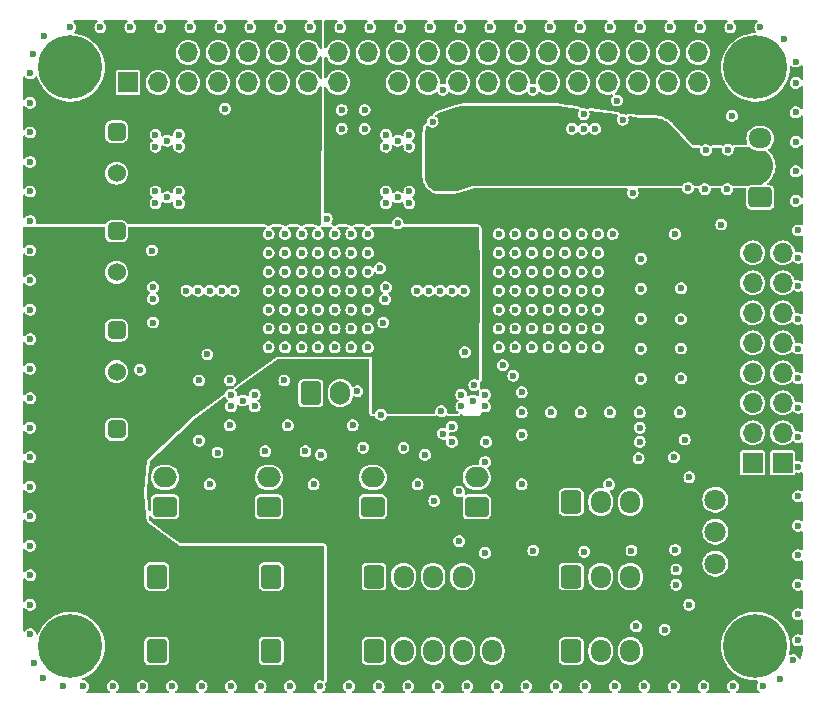
<source format=gbr>
%TF.GenerationSoftware,KiCad,Pcbnew,7.0.10-7.0.10~ubuntu22.04.1*%
%TF.CreationDate,2024-01-30T17:22:02+01:00*%
%TF.ProjectId,puissanceok,70756973-7361-46e6-9365-6f6b2e6b6963,rev?*%
%TF.SameCoordinates,Original*%
%TF.FileFunction,Copper,L3,Inr*%
%TF.FilePolarity,Positive*%
%FSLAX46Y46*%
G04 Gerber Fmt 4.6, Leading zero omitted, Abs format (unit mm)*
G04 Created by KiCad (PCBNEW 7.0.10-7.0.10~ubuntu22.04.1) date 2024-01-30 17:22:02*
%MOMM*%
%LPD*%
G01*
G04 APERTURE LIST*
G04 Aperture macros list*
%AMRoundRect*
0 Rectangle with rounded corners*
0 $1 Rounding radius*
0 $2 $3 $4 $5 $6 $7 $8 $9 X,Y pos of 4 corners*
0 Add a 4 corners polygon primitive as box body*
4,1,4,$2,$3,$4,$5,$6,$7,$8,$9,$2,$3,0*
0 Add four circle primitives for the rounded corners*
1,1,$1+$1,$2,$3*
1,1,$1+$1,$4,$5*
1,1,$1+$1,$6,$7*
1,1,$1+$1,$8,$9*
0 Add four rect primitives between the rounded corners*
20,1,$1+$1,$2,$3,$4,$5,0*
20,1,$1+$1,$4,$5,$6,$7,0*
20,1,$1+$1,$6,$7,$8,$9,0*
20,1,$1+$1,$8,$9,$2,$3,0*%
G04 Aperture macros list end*
%TA.AperFunction,ComponentPad*%
%ADD10C,0.800000*%
%TD*%
%TA.AperFunction,ComponentPad*%
%ADD11C,5.400000*%
%TD*%
%TA.AperFunction,ComponentPad*%
%ADD12RoundRect,0.250000X-0.600000X-0.750000X0.600000X-0.750000X0.600000X0.750000X-0.600000X0.750000X0*%
%TD*%
%TA.AperFunction,ComponentPad*%
%ADD13O,1.700000X2.000000*%
%TD*%
%TA.AperFunction,ComponentPad*%
%ADD14RoundRect,0.250000X-0.600000X-0.725000X0.600000X-0.725000X0.600000X0.725000X-0.600000X0.725000X0*%
%TD*%
%TA.AperFunction,ComponentPad*%
%ADD15O,1.700000X1.950000*%
%TD*%
%TA.AperFunction,ComponentPad*%
%ADD16R,1.700000X1.700000*%
%TD*%
%TA.AperFunction,ComponentPad*%
%ADD17O,1.700000X1.700000*%
%TD*%
%TA.AperFunction,ComponentPad*%
%ADD18C,1.800000*%
%TD*%
%TA.AperFunction,ComponentPad*%
%ADD19RoundRect,0.381000X-0.381000X0.381000X-0.381000X-0.381000X0.381000X-0.381000X0.381000X0.381000X0*%
%TD*%
%TA.AperFunction,ComponentPad*%
%ADD20C,1.524000*%
%TD*%
%TA.AperFunction,ComponentPad*%
%ADD21RoundRect,0.250000X0.725000X-0.600000X0.725000X0.600000X-0.725000X0.600000X-0.725000X-0.600000X0*%
%TD*%
%TA.AperFunction,ComponentPad*%
%ADD22O,1.950000X1.700000*%
%TD*%
%TA.AperFunction,ComponentPad*%
%ADD23O,2.000000X1.700000*%
%TD*%
%TA.AperFunction,ComponentPad*%
%ADD24RoundRect,0.250000X0.750000X-0.600000X0.750000X0.600000X-0.750000X0.600000X-0.750000X-0.600000X0*%
%TD*%
%TA.AperFunction,ViaPad*%
%ADD25C,0.600000*%
%TD*%
G04 APERTURE END LIST*
D10*
%TO.N,GND*%
%TO.C,H102*%
X105975000Y-50000000D03*
X106568109Y-48568109D03*
X106568109Y-51431891D03*
X108000000Y-47975000D03*
D11*
X108000000Y-50000000D03*
D10*
X108000000Y-52025000D03*
X109431891Y-48568109D03*
X109431891Y-51431891D03*
X110025000Y-50000000D03*
%TD*%
D12*
%TO.N,GND*%
%TO.C,J107*%
X57300000Y-99400000D03*
D13*
%TO.N,14.4V*%
X59800000Y-99400000D03*
%TD*%
D14*
%TO.N,GND*%
%TO.C,J114*%
X75700000Y-93100000D03*
D15*
%TO.N,5.1V*%
X78200000Y-93100000D03*
%TO.N,GND*%
X80700000Y-93100000D03*
X83200000Y-93100000D03*
%TO.N,+3.3V*%
X85700000Y-93100000D03*
%TD*%
D16*
%TO.N,GND*%
%TO.C,J111*%
X110300000Y-83480000D03*
D17*
X110300000Y-80940000D03*
X110300000Y-78400000D03*
X110300000Y-75860000D03*
X110300000Y-73320000D03*
X110300000Y-70780000D03*
X110300000Y-68240000D03*
X110300000Y-65700000D03*
%TD*%
D13*
%TO.N,14.4V*%
%TO.C,J108*%
X69500000Y-93100000D03*
D12*
%TO.N,GND*%
X67000000Y-93100000D03*
%TD*%
D18*
%TO.N,+3.3V*%
%TO.C,TP104*%
X104600000Y-94700000D03*
%TD*%
D19*
%TO.N,Net-(J101-Pin_1)*%
%TO.C,J101*%
X53900000Y-63850000D03*
D20*
%TO.N,/V_BAT*%
X53900000Y-67350000D03*
%TD*%
D14*
%TO.N,/Out_color_sensor*%
%TO.C,J115*%
X75700000Y-99400000D03*
D15*
%TO.N,/S3_color_sensor*%
X78200000Y-99400000D03*
%TO.N,/S2_color_sensor*%
X80700000Y-99400000D03*
%TO.N,/S1_color_sensor*%
X83200000Y-99400000D03*
%TO.N,/S0_color_sensor*%
X85700000Y-99400000D03*
%TD*%
D12*
%TO.N,GND*%
%TO.C,J110*%
X70350000Y-77575000D03*
D13*
%TO.N,5.1V*%
X72850000Y-77575000D03*
%TD*%
D14*
%TO.N,GND*%
%TO.C,J801*%
X92400000Y-99400000D03*
D15*
%TO.N,/Uart2_TX*%
X94900000Y-99400000D03*
%TO.N,/Uart2_RX*%
X97400000Y-99400000D03*
%TO.N,+3.3V*%
X99900000Y-99400000D03*
%TD*%
D18*
%TO.N,7.4V*%
%TO.C,TP103*%
X104600000Y-89300000D03*
%TD*%
D19*
%TO.N,Net-(J103-Pin_2)*%
%TO.C,J104*%
X53900000Y-80650000D03*
D20*
%TO.N,14.4V*%
X53900000Y-84150000D03*
%TD*%
D10*
%TO.N,GND*%
%TO.C,H104*%
X47975000Y-99000000D03*
X48568109Y-97568109D03*
X48568109Y-100431891D03*
X50000000Y-96975000D03*
D11*
X50000000Y-99000000D03*
D10*
X50000000Y-101025000D03*
X51431891Y-97568109D03*
X51431891Y-100431891D03*
X52025000Y-99000000D03*
%TD*%
D14*
%TO.N,GND*%
%TO.C,J1101*%
X92400000Y-93100000D03*
D15*
%TO.N,/Uart4_TX*%
X94900000Y-93100000D03*
%TO.N,/Uart4_RX*%
X97400000Y-93100000D03*
%TO.N,+3.3V*%
X99900000Y-93100000D03*
%TD*%
D16*
%TO.N,+3.3V*%
%TO.C,J113*%
X105220000Y-83480000D03*
D17*
X105220000Y-80940000D03*
X105220000Y-78400000D03*
X105220000Y-75860000D03*
X105220000Y-73320000D03*
X105220000Y-70780000D03*
X105220000Y-68240000D03*
X105220000Y-65700000D03*
%TD*%
D21*
%TO.N,GND*%
%TO.C,J901*%
X108400000Y-61000000D03*
D22*
%TO.N,7.4V*%
X108400000Y-58500000D03*
%TO.N,/XL_320_connector_and_buffer/DXL_Data*%
X108400000Y-56000000D03*
%TD*%
D10*
%TO.N,GND*%
%TO.C,H103*%
X105975000Y-99000000D03*
X106568109Y-97568109D03*
X106568109Y-100431891D03*
X108000000Y-96975000D03*
D11*
X108000000Y-99000000D03*
D10*
X108000000Y-101025000D03*
X109431891Y-97568109D03*
X109431891Y-100431891D03*
X110025000Y-99000000D03*
%TD*%
D14*
%TO.N,GND*%
%TO.C,J1001*%
X92400000Y-86800000D03*
D15*
%TO.N,/Uart3_TX*%
X94900000Y-86800000D03*
%TO.N,/Uart3_RX*%
X97400000Y-86800000D03*
%TO.N,+3.3V*%
X99900000Y-86800000D03*
%TD*%
D19*
%TO.N,/V_BAT*%
%TO.C,J103*%
X53900000Y-72250000D03*
D20*
%TO.N,Net-(J103-Pin_2)*%
X53900000Y-75750000D03*
%TD*%
D19*
%TO.N,GND*%
%TO.C,J102*%
X53900000Y-55450000D03*
D20*
%TO.N,Net-(J101-Pin_1)*%
X53900000Y-58950000D03*
%TD*%
D23*
%TO.N,Net-(J701-Pin_2)*%
%TO.C,J701*%
X84400000Y-84700000D03*
D24*
%TO.N,GND*%
X84400000Y-87200000D03*
%TD*%
%TO.N,GND*%
%TO.C,J501*%
X75600000Y-87200000D03*
D23*
%TO.N,Net-(J501-Pin_2)*%
X75600000Y-84700000D03*
%TD*%
D18*
%TO.N,5.1V*%
%TO.C,TP102*%
X104600000Y-92000000D03*
%TD*%
%TO.N,14.4V*%
%TO.C,TP101*%
X104600000Y-86600000D03*
%TD*%
D23*
%TO.N,Net-(J201-Pin_2)*%
%TO.C,J201*%
X58000000Y-84700000D03*
D24*
%TO.N,GND*%
X58000000Y-87200000D03*
%TD*%
D16*
%TO.N,/GPIO11*%
%TO.C,J112*%
X107760000Y-83480000D03*
D17*
%TO.N,/GPIO6*%
X107760000Y-80940000D03*
%TO.N,/GPIO7*%
X107760000Y-78400000D03*
%TO.N,/GPIO19*%
X107760000Y-75860000D03*
%TO.N,/GPIO16*%
X107760000Y-73320000D03*
%TO.N,/GPIO26*%
X107760000Y-70780000D03*
%TO.N,/GPIO20*%
X107760000Y-68240000D03*
%TO.N,/GPIO21*%
X107760000Y-65700000D03*
%TD*%
D10*
%TO.N,GND*%
%TO.C,H101*%
X47975000Y-50000000D03*
X48568109Y-48568109D03*
X48568109Y-51431891D03*
X50000000Y-47975000D03*
D11*
X50000000Y-50000000D03*
D10*
X50000000Y-52025000D03*
X51431891Y-48568109D03*
X51431891Y-51431891D03*
X52025000Y-50000000D03*
%TD*%
D13*
%TO.N,14.4V*%
%TO.C,J109*%
X69500000Y-99400000D03*
D12*
%TO.N,GND*%
X67000000Y-99400000D03*
%TD*%
%TO.N,GND*%
%TO.C,J106*%
X57300000Y-93100000D03*
D13*
%TO.N,14.4V*%
X59800000Y-93100000D03*
%TD*%
D24*
%TO.N,GND*%
%TO.C,J401*%
X66800000Y-87200000D03*
D23*
%TO.N,Net-(J401-Pin_2)*%
X66800000Y-84700000D03*
%TD*%
D16*
%TO.N,unconnected-(J105-Pin_1-Pad1)*%
%TO.C,J105*%
X54870000Y-51270000D03*
D17*
%TO.N,5.1V*%
X54870000Y-48730000D03*
%TO.N,/FDC_1*%
X57410000Y-51270000D03*
%TO.N,5.1V*%
X57410000Y-48730000D03*
%TO.N,/FDC_2*%
X59950000Y-51270000D03*
%TO.N,GND*%
X59950000Y-48730000D03*
%TO.N,/Uart3_TX*%
X62490000Y-51270000D03*
%TO.N,/Uart1_TX*%
X62490000Y-48730000D03*
%TO.N,GND*%
X65030000Y-51270000D03*
%TO.N,/Uart1_RX*%
X65030000Y-48730000D03*
%TO.N,/FDC_3*%
X67570000Y-51270000D03*
%TO.N,/UartTX_Enable*%
X67570000Y-48730000D03*
%TO.N,/FDC_4*%
X70110000Y-51270000D03*
%TO.N,GND*%
X70110000Y-48730000D03*
%TO.N,/S3_color_sensor*%
X72650000Y-51270000D03*
%TO.N,/Out_color_sensor*%
X72650000Y-48730000D03*
%TO.N,+3.3V*%
X75190000Y-51270000D03*
%TO.N,/S2_color_sensor*%
X75190000Y-48730000D03*
%TO.N,/S1_color_sensor*%
X77730000Y-51270000D03*
%TO.N,GND*%
X77730000Y-48730000D03*
%TO.N,/Uart4_RX*%
X80270000Y-51270000D03*
%TO.N,/S0_color_sensor*%
X80270000Y-48730000D03*
%TO.N,/GPIO11*%
X82810000Y-51270000D03*
%TO.N,/Uart4_TX*%
X82810000Y-48730000D03*
%TO.N,GND*%
X85350000Y-51270000D03*
%TO.N,/GPIO7*%
X85350000Y-48730000D03*
%TO.N,/Uart2_TX*%
X87890000Y-51270000D03*
%TO.N,/Uart2_RX*%
X87890000Y-48730000D03*
%TO.N,/Uart3_RX*%
X90430000Y-51270000D03*
%TO.N,GND*%
X90430000Y-48730000D03*
%TO.N,/GPIO6*%
X92970000Y-51270000D03*
%TO.N,/Uart5_TX*%
X92970000Y-48730000D03*
%TO.N,/Uart5_RX*%
X95510000Y-51270000D03*
%TO.N,GND*%
X95510000Y-48730000D03*
%TO.N,/GPIO19*%
X98050000Y-51270000D03*
%TO.N,/GPIO16*%
X98050000Y-48730000D03*
%TO.N,/GPIO26*%
X100590000Y-51270000D03*
%TO.N,/GPIO20*%
X100590000Y-48730000D03*
%TO.N,GND*%
X103130000Y-51270000D03*
%TO.N,/GPIO21*%
X103130000Y-48730000D03*
%TD*%
D25*
%TO.N,GND*%
X82300000Y-81700000D03*
X82900000Y-85900000D03*
X80800000Y-86700000D03*
X82900000Y-90100000D03*
X85100000Y-91100000D03*
X85200000Y-81700000D03*
X85100000Y-83400000D03*
X82300000Y-80400000D03*
X81400000Y-79100000D03*
X74800000Y-82200000D03*
X78200000Y-82200000D03*
X66500000Y-82500000D03*
X68400000Y-80300000D03*
X69900000Y-82500000D03*
X63500000Y-80300000D03*
X60900000Y-81600000D03*
X98100000Y-83100000D03*
X98200000Y-80500000D03*
X95600000Y-85300000D03*
X93500000Y-91000000D03*
X89200000Y-90900000D03*
X97500000Y-90900000D03*
X101300000Y-92500000D03*
X100300000Y-97600000D03*
X102400000Y-95500000D03*
X101300000Y-93800000D03*
X97900000Y-97300000D03*
X106000000Y-54100000D03*
X103700000Y-60300000D03*
X95900000Y-64100000D03*
X97600000Y-60600000D03*
X101200000Y-64100000D03*
X63100000Y-53500000D03*
X77700000Y-63200000D03*
X76200000Y-67000000D03*
X71700000Y-62800000D03*
X56900000Y-65500000D03*
X55900000Y-75600000D03*
X61600000Y-74300000D03*
X60900000Y-76500000D03*
X63500000Y-76500000D03*
X68100000Y-76500000D03*
X74300000Y-77400000D03*
X76300000Y-79400000D03*
X73900000Y-80300000D03*
X84200000Y-76900000D03*
X83400000Y-74100000D03*
%TO.N,/FDC_2*%
X71200000Y-82800000D03*
%TO.N,GND*%
X111600000Y-81300000D03*
X46600000Y-68000000D03*
X63825000Y-68900000D03*
X102300000Y-60200000D03*
X46600000Y-95500000D03*
X90475000Y-64100000D03*
X77940000Y-46600000D03*
X88200000Y-85300000D03*
X73600000Y-102400000D03*
X78700000Y-60500000D03*
X91875000Y-73700000D03*
X101700000Y-68700000D03*
X94675000Y-72100000D03*
X46600000Y-98000000D03*
X57620000Y-46600000D03*
X68175000Y-64100000D03*
X61100000Y-102400000D03*
X111600000Y-68500000D03*
X94675000Y-64100000D03*
X96100000Y-102400000D03*
X62825000Y-68900000D03*
X93275000Y-65700000D03*
X46600000Y-65500000D03*
X88100000Y-46600000D03*
X100800000Y-46600000D03*
X73775000Y-73700000D03*
X69575000Y-68900000D03*
X90475000Y-73700000D03*
X68175000Y-65700000D03*
X46600000Y-58000000D03*
X70975000Y-70500000D03*
X46600000Y-78000000D03*
X78700000Y-56700000D03*
X59200000Y-60500000D03*
X46600000Y-70500000D03*
X70975000Y-67300000D03*
X76650000Y-69610000D03*
X75175000Y-73700000D03*
X46600000Y-73000000D03*
X76700000Y-55700000D03*
X66775000Y-68900000D03*
X69575000Y-70500000D03*
X65240000Y-46600000D03*
X66775000Y-64100000D03*
X58600000Y-102400000D03*
X85100000Y-78700000D03*
X59200000Y-61500000D03*
X102000000Y-81500000D03*
X105880000Y-46600000D03*
X74900000Y-55200000D03*
X83325000Y-68900000D03*
X111600000Y-66100000D03*
X58200000Y-56200000D03*
X46600000Y-88000000D03*
X73775000Y-68900000D03*
X111600000Y-78800000D03*
X101700000Y-71300000D03*
X76100000Y-102400000D03*
X87675000Y-65700000D03*
X87675000Y-64100000D03*
X98300000Y-71280000D03*
X50000000Y-46600000D03*
X70600000Y-85300000D03*
X74900000Y-53600000D03*
X59200000Y-56700000D03*
X83600000Y-102400000D03*
X70975000Y-68900000D03*
X90640000Y-46600000D03*
X103600000Y-102400000D03*
X83100000Y-78700000D03*
X55080000Y-46600000D03*
X90475000Y-67300000D03*
X91875000Y-64100000D03*
X94675000Y-68900000D03*
X83020000Y-46600000D03*
X80325000Y-68900000D03*
X75175000Y-67300000D03*
X68175000Y-67300000D03*
X111600000Y-93800000D03*
X72375000Y-67300000D03*
X75175000Y-68900000D03*
X70975000Y-64100000D03*
X91875000Y-68900000D03*
X89075000Y-72100000D03*
X87675000Y-68900000D03*
X94675000Y-65700000D03*
X72375000Y-73700000D03*
X98300000Y-68740000D03*
X98300000Y-73820000D03*
X75175000Y-65700000D03*
X87675000Y-72100000D03*
X75175000Y-64100000D03*
X71100000Y-102400000D03*
X72860000Y-46600000D03*
X47800000Y-47300000D03*
X76700000Y-68600000D03*
X111600000Y-71300000D03*
X66100000Y-102400000D03*
X93275000Y-70500000D03*
X57200000Y-55700000D03*
X87675000Y-70500000D03*
X86275000Y-67300000D03*
X76700000Y-56700000D03*
X73775000Y-64100000D03*
X111400000Y-56300000D03*
X72375000Y-68900000D03*
X57200000Y-61500000D03*
X111600000Y-73800000D03*
X87675000Y-67300000D03*
X98200000Y-79200000D03*
X66775000Y-72100000D03*
X46600000Y-93000000D03*
X89075000Y-73700000D03*
X98260000Y-46600000D03*
X94675000Y-67300000D03*
X90700000Y-79200000D03*
X69575000Y-72100000D03*
X91875000Y-65700000D03*
X65600000Y-78700000D03*
X70975000Y-72100000D03*
X53600000Y-102400000D03*
X93275000Y-72100000D03*
X108420000Y-46600000D03*
X110400000Y-47600000D03*
X91100000Y-102400000D03*
X101200000Y-90850000D03*
X46600000Y-80500000D03*
X94400000Y-55200000D03*
X101600000Y-79200000D03*
X72960000Y-53600000D03*
X103340000Y-46600000D03*
X68600000Y-102400000D03*
X93275000Y-73700000D03*
X46600000Y-90500000D03*
X95700000Y-79200000D03*
X86100000Y-102400000D03*
X85100000Y-77700000D03*
X57000000Y-69600000D03*
X90475000Y-72100000D03*
X90475000Y-70500000D03*
X89075000Y-70500000D03*
X111200000Y-100200000D03*
X93450000Y-55200000D03*
X91875000Y-72100000D03*
X68175000Y-68900000D03*
X76500000Y-71600000D03*
X90475000Y-68900000D03*
X69575000Y-73700000D03*
X110100000Y-101800000D03*
X111400000Y-51300000D03*
X75175000Y-70500000D03*
X52540000Y-46600000D03*
X111600000Y-83800000D03*
X46600000Y-53000000D03*
X111400000Y-58800000D03*
X93180000Y-46600000D03*
X86275000Y-65700000D03*
X105100000Y-63300000D03*
X105600000Y-60300000D03*
X69575000Y-65700000D03*
X47700000Y-101700000D03*
X59825000Y-68900000D03*
X72960000Y-55200000D03*
X111400000Y-61300000D03*
X46600000Y-55500000D03*
X46600000Y-50500000D03*
X73775000Y-70500000D03*
X83100000Y-77700000D03*
X51100000Y-102400000D03*
X69575000Y-67300000D03*
X68175000Y-73700000D03*
X73775000Y-72100000D03*
X63600000Y-77700000D03*
X86600000Y-75200000D03*
X78700000Y-61500000D03*
X66775000Y-65700000D03*
X86275000Y-64100000D03*
X93200000Y-79200000D03*
X94675000Y-70500000D03*
X46600000Y-75500000D03*
X66775000Y-67300000D03*
X111600000Y-88800000D03*
X79325000Y-68900000D03*
X60825000Y-68900000D03*
X72375000Y-65700000D03*
X111600000Y-76300000D03*
X77700000Y-61000000D03*
X103800000Y-57000000D03*
X46800000Y-48900000D03*
X111400000Y-49500000D03*
X64600000Y-78200000D03*
X78700000Y-55700000D03*
X108600000Y-102400000D03*
X101700000Y-76300000D03*
X93275000Y-67300000D03*
X63600000Y-78700000D03*
X70975000Y-73700000D03*
X111400000Y-53800000D03*
X88200000Y-81100000D03*
X98300000Y-66200000D03*
X98300000Y-76360000D03*
X111600000Y-98500000D03*
X81100000Y-102400000D03*
X78600000Y-102400000D03*
X94675000Y-73700000D03*
X89075000Y-64100000D03*
X57200000Y-56700000D03*
X46600000Y-85500000D03*
X70975000Y-65700000D03*
X95720000Y-46600000D03*
X57000000Y-68600000D03*
X111600000Y-86300000D03*
X93600000Y-102400000D03*
X56100000Y-102400000D03*
X88200000Y-77500000D03*
X73775000Y-65700000D03*
X93275000Y-68900000D03*
X87500000Y-76100000D03*
X81325000Y-68900000D03*
X91875000Y-70500000D03*
X72375000Y-70500000D03*
X79400000Y-85300000D03*
X93275000Y-64100000D03*
X72375000Y-64100000D03*
X86275000Y-70500000D03*
X80480000Y-46600000D03*
X66775000Y-70500000D03*
X76700000Y-60500000D03*
X66775000Y-73700000D03*
X101100000Y-102400000D03*
X89075000Y-67300000D03*
X67780000Y-46600000D03*
X87675000Y-73700000D03*
X82325000Y-68900000D03*
X91875000Y-67300000D03*
X76700000Y-61500000D03*
X101700000Y-73800000D03*
X93450000Y-53950000D03*
X60160000Y-46600000D03*
X72375000Y-72100000D03*
X46600000Y-63000000D03*
X58200000Y-61000000D03*
X75400000Y-46600000D03*
X90475000Y-65700000D03*
X70320000Y-46600000D03*
X57200000Y-60500000D03*
X69575000Y-64100000D03*
X59200000Y-55700000D03*
X68175000Y-72100000D03*
X61825000Y-68900000D03*
X86275000Y-73700000D03*
X46600000Y-83000000D03*
X111600000Y-91300000D03*
X84100000Y-78200000D03*
X98600000Y-102400000D03*
X85560000Y-46600000D03*
X106100000Y-102400000D03*
X62700000Y-46600000D03*
X86275000Y-68900000D03*
X89075000Y-68900000D03*
X49400000Y-102400000D03*
X98200000Y-81700000D03*
X57000000Y-71600000D03*
X63600000Y-102400000D03*
X68175000Y-70500000D03*
X111600000Y-63800000D03*
X89075000Y-65700000D03*
X73775000Y-67300000D03*
X75175000Y-72100000D03*
X86275000Y-72100000D03*
X88600000Y-102400000D03*
X65600000Y-77700000D03*
X77700000Y-56200000D03*
X88200000Y-79200000D03*
X46900000Y-100400000D03*
X46600000Y-60500000D03*
X61800000Y-85300000D03*
X111600000Y-96300000D03*
X92460000Y-55200000D03*
%TO.N,/FDC_3*%
X80000000Y-82800000D03*
%TO.N,/FDC_1*%
X62450000Y-82600000D03*
%TO.N,/FDC_4*%
X81550000Y-81000000D03*
%TO.N,+3.3V*%
X88800000Y-88800000D03*
X71200000Y-88800000D03*
X80000000Y-88800000D03*
X62400000Y-88900000D03*
X102400000Y-55800000D03*
X100800000Y-52800000D03*
%TO.N,7.4V*%
X85700000Y-56900000D03*
X101500000Y-56400000D03*
X83300000Y-56900000D03*
X84900000Y-57700000D03*
X84900000Y-56900000D03*
X84100000Y-58500000D03*
X85700000Y-57700000D03*
X84900000Y-58500000D03*
X100500000Y-57400000D03*
X83300000Y-58500000D03*
X84100000Y-56900000D03*
X86500000Y-57700000D03*
X100500000Y-58400000D03*
X101500000Y-58400000D03*
X83300000Y-57700000D03*
X86500000Y-56900000D03*
X100500000Y-56400000D03*
X83300000Y-59300000D03*
X84100000Y-57700000D03*
X101500000Y-57400000D03*
%TO.N,5.1V*%
X65400000Y-58500000D03*
X63800000Y-56900000D03*
X63800000Y-57700000D03*
X64600000Y-58500000D03*
X66200000Y-56900000D03*
X64600000Y-56900000D03*
X66200000Y-57700000D03*
X63800000Y-59300000D03*
X67000000Y-57700000D03*
X65400000Y-56900000D03*
X64600000Y-57700000D03*
X67000000Y-56900000D03*
X65400000Y-57700000D03*
X63800000Y-58500000D03*
X105650958Y-56960137D03*
%TO.N,/Uart3_TX*%
X80658578Y-54591422D03*
%TO.N,/UartTX_Enable*%
X96750000Y-54420000D03*
X96267843Y-52802157D03*
%TO.N,/Uart4_TX*%
X81539561Y-51900000D03*
%TO.N,/Uart2_RX*%
X89160439Y-51900000D03*
%TO.N,/Uart3_RX*%
X101100000Y-83000000D03*
%TO.N,14.4V*%
X51800000Y-88900000D03*
X52400000Y-94100000D03*
X79325000Y-65100000D03*
X50900000Y-89700000D03*
X60100000Y-78700000D03*
X59100000Y-78200000D03*
X58100000Y-78700000D03*
X82325000Y-65100000D03*
X77600000Y-77700000D03*
X60825000Y-65100000D03*
X58100000Y-77700000D03*
X79600000Y-77700000D03*
X50400000Y-94100000D03*
X78600000Y-78200000D03*
X63825000Y-65100000D03*
X61825000Y-65100000D03*
X80325000Y-65100000D03*
X52600000Y-89700000D03*
X81325000Y-72710000D03*
X51400000Y-93600000D03*
X52400000Y-93100000D03*
X77600000Y-78700000D03*
X83325000Y-65100000D03*
X81325000Y-65100000D03*
X50400000Y-93100000D03*
X102400000Y-84700000D03*
X79600000Y-78700000D03*
X59825000Y-65100000D03*
X52600000Y-88100000D03*
X61825000Y-72710000D03*
X60100000Y-77700000D03*
X62825000Y-65100000D03*
X50900000Y-88100000D03*
%TD*%
%TA.AperFunction,Conductor*%
%TO.N,14.4V*%
G36*
X46517916Y-63497527D02*
G01*
X46528039Y-63500500D01*
X46528041Y-63500500D01*
X46671959Y-63500500D01*
X46671961Y-63500500D01*
X46682083Y-63497527D01*
X46709974Y-63493518D01*
X52838500Y-63493518D01*
X52896691Y-63512425D01*
X52932655Y-63561925D01*
X52937500Y-63592518D01*
X52937500Y-64269116D01*
X52951225Y-64373373D01*
X52952467Y-64382802D01*
X53011061Y-64524259D01*
X53104269Y-64645731D01*
X53225741Y-64738939D01*
X53367198Y-64797533D01*
X53480884Y-64812500D01*
X53480885Y-64812500D01*
X54319115Y-64812500D01*
X54319116Y-64812500D01*
X54432802Y-64797533D01*
X54574259Y-64738939D01*
X54695731Y-64645731D01*
X54788939Y-64524259D01*
X54847533Y-64382802D01*
X54862500Y-64269116D01*
X54862500Y-63592518D01*
X54881407Y-63534327D01*
X54930907Y-63498363D01*
X54961500Y-63493518D01*
X66455788Y-63493518D01*
X66513979Y-63512425D01*
X66549943Y-63561925D01*
X66549943Y-63623111D01*
X66513979Y-63672611D01*
X66509311Y-63675802D01*
X66443873Y-63717855D01*
X66349622Y-63826628D01*
X66289834Y-63957543D01*
X66269353Y-64099997D01*
X66269353Y-64100002D01*
X66289834Y-64242456D01*
X66349622Y-64373371D01*
X66349623Y-64373373D01*
X66443872Y-64482143D01*
X66443873Y-64482144D01*
X66564942Y-64559950D01*
X66564947Y-64559953D01*
X66671403Y-64591211D01*
X66703035Y-64600499D01*
X66703036Y-64600499D01*
X66703039Y-64600500D01*
X66703041Y-64600500D01*
X66846959Y-64600500D01*
X66846961Y-64600500D01*
X66985053Y-64559953D01*
X67106128Y-64482143D01*
X67200377Y-64373373D01*
X67260165Y-64242457D01*
X67280647Y-64100000D01*
X67260165Y-63957543D01*
X67200377Y-63826627D01*
X67106128Y-63717857D01*
X67106127Y-63717856D01*
X67106126Y-63717855D01*
X67040689Y-63675802D01*
X67001958Y-63628436D01*
X66998464Y-63567351D01*
X67031543Y-63515878D01*
X67088560Y-63493679D01*
X67094212Y-63493518D01*
X67855788Y-63493518D01*
X67913979Y-63512425D01*
X67949943Y-63561925D01*
X67949943Y-63623111D01*
X67913979Y-63672611D01*
X67909311Y-63675802D01*
X67843873Y-63717855D01*
X67749622Y-63826628D01*
X67689834Y-63957543D01*
X67669353Y-64099997D01*
X67669353Y-64100002D01*
X67689834Y-64242456D01*
X67749622Y-64373371D01*
X67749623Y-64373373D01*
X67843872Y-64482143D01*
X67843873Y-64482144D01*
X67964942Y-64559950D01*
X67964947Y-64559953D01*
X68071403Y-64591211D01*
X68103035Y-64600499D01*
X68103036Y-64600499D01*
X68103039Y-64600500D01*
X68103041Y-64600500D01*
X68246959Y-64600500D01*
X68246961Y-64600500D01*
X68385053Y-64559953D01*
X68506128Y-64482143D01*
X68600377Y-64373373D01*
X68660165Y-64242457D01*
X68680647Y-64100000D01*
X68660165Y-63957543D01*
X68600377Y-63826627D01*
X68506128Y-63717857D01*
X68506127Y-63717856D01*
X68506126Y-63717855D01*
X68440689Y-63675802D01*
X68401958Y-63628436D01*
X68398464Y-63567351D01*
X68431543Y-63515878D01*
X68488560Y-63493679D01*
X68494212Y-63493518D01*
X69255788Y-63493518D01*
X69313979Y-63512425D01*
X69349943Y-63561925D01*
X69349943Y-63623111D01*
X69313979Y-63672611D01*
X69309311Y-63675802D01*
X69243873Y-63717855D01*
X69149622Y-63826628D01*
X69089834Y-63957543D01*
X69069353Y-64099997D01*
X69069353Y-64100002D01*
X69089834Y-64242456D01*
X69149622Y-64373371D01*
X69149623Y-64373373D01*
X69243872Y-64482143D01*
X69243873Y-64482144D01*
X69364942Y-64559950D01*
X69364947Y-64559953D01*
X69471403Y-64591211D01*
X69503035Y-64600499D01*
X69503036Y-64600499D01*
X69503039Y-64600500D01*
X69503041Y-64600500D01*
X69646959Y-64600500D01*
X69646961Y-64600500D01*
X69785053Y-64559953D01*
X69906128Y-64482143D01*
X70000377Y-64373373D01*
X70060165Y-64242457D01*
X70080647Y-64100000D01*
X70060165Y-63957543D01*
X70000377Y-63826627D01*
X69906128Y-63717857D01*
X69906127Y-63717856D01*
X69906126Y-63717855D01*
X69840689Y-63675802D01*
X69801958Y-63628436D01*
X69798464Y-63567351D01*
X69831543Y-63515878D01*
X69888560Y-63493679D01*
X69894212Y-63493518D01*
X70655788Y-63493518D01*
X70713979Y-63512425D01*
X70749943Y-63561925D01*
X70749943Y-63623111D01*
X70713979Y-63672611D01*
X70709311Y-63675802D01*
X70643873Y-63717855D01*
X70549622Y-63826628D01*
X70489834Y-63957543D01*
X70469353Y-64099997D01*
X70469353Y-64100002D01*
X70489834Y-64242456D01*
X70549622Y-64373371D01*
X70549623Y-64373373D01*
X70643872Y-64482143D01*
X70643873Y-64482144D01*
X70764942Y-64559950D01*
X70764947Y-64559953D01*
X70871403Y-64591211D01*
X70903035Y-64600499D01*
X70903036Y-64600499D01*
X70903039Y-64600500D01*
X70903041Y-64600500D01*
X71046959Y-64600500D01*
X71046961Y-64600500D01*
X71185053Y-64559953D01*
X71306128Y-64482143D01*
X71400377Y-64373373D01*
X71460165Y-64242457D01*
X71480647Y-64100000D01*
X71460165Y-63957543D01*
X71400377Y-63826627D01*
X71306128Y-63717857D01*
X71306127Y-63717856D01*
X71306126Y-63717855D01*
X71240689Y-63675802D01*
X71201958Y-63628436D01*
X71198464Y-63567351D01*
X71231543Y-63515878D01*
X71288560Y-63493679D01*
X71294212Y-63493518D01*
X72055788Y-63493518D01*
X72113979Y-63512425D01*
X72149943Y-63561925D01*
X72149943Y-63623111D01*
X72113979Y-63672611D01*
X72109311Y-63675802D01*
X72043873Y-63717855D01*
X71949622Y-63826628D01*
X71889834Y-63957543D01*
X71869353Y-64099997D01*
X71869353Y-64100002D01*
X71889834Y-64242456D01*
X71949622Y-64373371D01*
X71949623Y-64373373D01*
X72043872Y-64482143D01*
X72043873Y-64482144D01*
X72164942Y-64559950D01*
X72164947Y-64559953D01*
X72271403Y-64591211D01*
X72303035Y-64600499D01*
X72303036Y-64600499D01*
X72303039Y-64600500D01*
X72303041Y-64600500D01*
X72446959Y-64600500D01*
X72446961Y-64600500D01*
X72585053Y-64559953D01*
X72706128Y-64482143D01*
X72800377Y-64373373D01*
X72860165Y-64242457D01*
X72880647Y-64100000D01*
X72860165Y-63957543D01*
X72800377Y-63826627D01*
X72706128Y-63717857D01*
X72706127Y-63717856D01*
X72706126Y-63717855D01*
X72640689Y-63675802D01*
X72601958Y-63628436D01*
X72598464Y-63567351D01*
X72631543Y-63515878D01*
X72688560Y-63493679D01*
X72694212Y-63493518D01*
X73455788Y-63493518D01*
X73513979Y-63512425D01*
X73549943Y-63561925D01*
X73549943Y-63623111D01*
X73513979Y-63672611D01*
X73509311Y-63675802D01*
X73443873Y-63717855D01*
X73349622Y-63826628D01*
X73289834Y-63957543D01*
X73269353Y-64099997D01*
X73269353Y-64100002D01*
X73289834Y-64242456D01*
X73349622Y-64373371D01*
X73349623Y-64373373D01*
X73443872Y-64482143D01*
X73443873Y-64482144D01*
X73564942Y-64559950D01*
X73564947Y-64559953D01*
X73671403Y-64591211D01*
X73703035Y-64600499D01*
X73703036Y-64600499D01*
X73703039Y-64600500D01*
X73703041Y-64600500D01*
X73846959Y-64600500D01*
X73846961Y-64600500D01*
X73985053Y-64559953D01*
X74106128Y-64482143D01*
X74200377Y-64373373D01*
X74260165Y-64242457D01*
X74280647Y-64100000D01*
X74260165Y-63957543D01*
X74200377Y-63826627D01*
X74106128Y-63717857D01*
X74106127Y-63717856D01*
X74106126Y-63717855D01*
X74040689Y-63675802D01*
X74001958Y-63628436D01*
X73998464Y-63567351D01*
X74031543Y-63515878D01*
X74088560Y-63493679D01*
X74094212Y-63493518D01*
X74855788Y-63493518D01*
X74913979Y-63512425D01*
X74949943Y-63561925D01*
X74949943Y-63623111D01*
X74913979Y-63672611D01*
X74909311Y-63675802D01*
X74843873Y-63717855D01*
X74749622Y-63826628D01*
X74689834Y-63957543D01*
X74669353Y-64099997D01*
X74669353Y-64100002D01*
X74689834Y-64242456D01*
X74749622Y-64373371D01*
X74749623Y-64373373D01*
X74843872Y-64482143D01*
X74843873Y-64482144D01*
X74964942Y-64559950D01*
X74964947Y-64559953D01*
X75071403Y-64591211D01*
X75103035Y-64600499D01*
X75103036Y-64600499D01*
X75103039Y-64600500D01*
X75103041Y-64600500D01*
X75246959Y-64600500D01*
X75246961Y-64600500D01*
X75385053Y-64559953D01*
X75506128Y-64482143D01*
X75600377Y-64373373D01*
X75660165Y-64242457D01*
X75680647Y-64100000D01*
X75660165Y-63957543D01*
X75600377Y-63826627D01*
X75506128Y-63717857D01*
X75506127Y-63717856D01*
X75506126Y-63717855D01*
X75440689Y-63675802D01*
X75401958Y-63628436D01*
X75398464Y-63567351D01*
X75431543Y-63515878D01*
X75488560Y-63493679D01*
X75494212Y-63493518D01*
X77246866Y-63493518D01*
X77305057Y-63512425D01*
X77321685Y-63527687D01*
X77368870Y-63582141D01*
X77368872Y-63582143D01*
X77458972Y-63640047D01*
X77489947Y-63659953D01*
X77596403Y-63691211D01*
X77628035Y-63700499D01*
X77628036Y-63700499D01*
X77628039Y-63700500D01*
X77628041Y-63700500D01*
X77771959Y-63700500D01*
X77771961Y-63700500D01*
X77910053Y-63659953D01*
X78031128Y-63582143D01*
X78051336Y-63558821D01*
X78078315Y-63527687D01*
X78130711Y-63496091D01*
X78153134Y-63493518D01*
X84502095Y-63493518D01*
X84560286Y-63512425D01*
X84596250Y-63561925D01*
X84601088Y-63591414D01*
X84605160Y-63957543D01*
X84637872Y-66899274D01*
X84637878Y-66900677D01*
X84608899Y-76386834D01*
X84589814Y-76444967D01*
X84540204Y-76480780D01*
X84479019Y-76480593D01*
X84456376Y-76469817D01*
X84410053Y-76440047D01*
X84410050Y-76440046D01*
X84271964Y-76399500D01*
X84271961Y-76399500D01*
X84128039Y-76399500D01*
X84128035Y-76399500D01*
X83989949Y-76440046D01*
X83989942Y-76440049D01*
X83868873Y-76517855D01*
X83774622Y-76626628D01*
X83714834Y-76757543D01*
X83694353Y-76899997D01*
X83694353Y-76900002D01*
X83714834Y-77042456D01*
X83755415Y-77131314D01*
X83774623Y-77173373D01*
X83797348Y-77199599D01*
X83868873Y-77282144D01*
X83989942Y-77359950D01*
X83989947Y-77359953D01*
X84093362Y-77390318D01*
X84128035Y-77400499D01*
X84128036Y-77400499D01*
X84128039Y-77400500D01*
X84128041Y-77400500D01*
X84271959Y-77400500D01*
X84271961Y-77400500D01*
X84410053Y-77359953D01*
X84453231Y-77332203D01*
X84512406Y-77316648D01*
X84569422Y-77338846D01*
X84602502Y-77390318D01*
X84605755Y-77415789D01*
X84605137Y-77618213D01*
X84604129Y-77631999D01*
X84594353Y-77699996D01*
X84594353Y-77700003D01*
X84599164Y-77733466D01*
X84588731Y-77793755D01*
X84544852Y-77836397D01*
X84484290Y-77845104D01*
X84436344Y-77822376D01*
X84431127Y-77817856D01*
X84310057Y-77740049D01*
X84310054Y-77740047D01*
X84310053Y-77740047D01*
X84310050Y-77740046D01*
X84171964Y-77699500D01*
X84171961Y-77699500D01*
X84028039Y-77699500D01*
X84028035Y-77699500D01*
X83889949Y-77740046D01*
X83889942Y-77740049D01*
X83768871Y-77817856D01*
X83763652Y-77822379D01*
X83707290Y-77846192D01*
X83647696Y-77832328D01*
X83607632Y-77786084D01*
X83600835Y-77733465D01*
X83605647Y-77700000D01*
X83605646Y-77699996D01*
X83585165Y-77557543D01*
X83525377Y-77426628D01*
X83525377Y-77426627D01*
X83431128Y-77317857D01*
X83431127Y-77317856D01*
X83431126Y-77317855D01*
X83310057Y-77240049D01*
X83310054Y-77240047D01*
X83310053Y-77240047D01*
X83310050Y-77240046D01*
X83171964Y-77199500D01*
X83171961Y-77199500D01*
X83028039Y-77199500D01*
X83028035Y-77199500D01*
X82889949Y-77240046D01*
X82889942Y-77240049D01*
X82768873Y-77317855D01*
X82674622Y-77426628D01*
X82614834Y-77557543D01*
X82594353Y-77699997D01*
X82594353Y-77700002D01*
X82614834Y-77842456D01*
X82674622Y-77973371D01*
X82674623Y-77973373D01*
X82768872Y-78082143D01*
X82822669Y-78116716D01*
X82861400Y-78164082D01*
X82864893Y-78225168D01*
X82831813Y-78276640D01*
X82822669Y-78283284D01*
X82768872Y-78317857D01*
X82674622Y-78426628D01*
X82614834Y-78557543D01*
X82594353Y-78699997D01*
X82594353Y-78700002D01*
X82614834Y-78842456D01*
X82674622Y-78973371D01*
X82674623Y-78973373D01*
X82768872Y-79082143D01*
X82824225Y-79117716D01*
X82862956Y-79165082D01*
X82866449Y-79226168D01*
X82833369Y-79277640D01*
X82776353Y-79299839D01*
X82770701Y-79300000D01*
X81991144Y-79300000D01*
X81932953Y-79281093D01*
X81896989Y-79231593D01*
X81893152Y-79186911D01*
X81905647Y-79100003D01*
X81905647Y-79099997D01*
X81885165Y-78957543D01*
X81825377Y-78826628D01*
X81825377Y-78826627D01*
X81731128Y-78717857D01*
X81731127Y-78717856D01*
X81731126Y-78717855D01*
X81610057Y-78640049D01*
X81610054Y-78640047D01*
X81610053Y-78640047D01*
X81610050Y-78640046D01*
X81471964Y-78599500D01*
X81471961Y-78599500D01*
X81328039Y-78599500D01*
X81328035Y-78599500D01*
X81189949Y-78640046D01*
X81189942Y-78640049D01*
X81068873Y-78717855D01*
X80974622Y-78826628D01*
X80914834Y-78957543D01*
X80894353Y-79099997D01*
X80894353Y-79100003D01*
X80906848Y-79186911D01*
X80896415Y-79247201D01*
X80852536Y-79289843D01*
X80808856Y-79300000D01*
X76868178Y-79300000D01*
X76809987Y-79281093D01*
X76778125Y-79242127D01*
X76742939Y-79165082D01*
X76725377Y-79126627D01*
X76631128Y-79017857D01*
X76631127Y-79017856D01*
X76631126Y-79017855D01*
X76510057Y-78940049D01*
X76510054Y-78940047D01*
X76510053Y-78940047D01*
X76510050Y-78940046D01*
X76371964Y-78899500D01*
X76371961Y-78899500D01*
X76228039Y-78899500D01*
X76228035Y-78899500D01*
X76089949Y-78940046D01*
X76089942Y-78940049D01*
X75968873Y-79017855D01*
X75874622Y-79126628D01*
X75821875Y-79242127D01*
X75780503Y-79287204D01*
X75731822Y-79300000D01*
X75599000Y-79300000D01*
X75540809Y-79281093D01*
X75504845Y-79231593D01*
X75500000Y-79201000D01*
X75500000Y-74493519D01*
X75500000Y-74493518D01*
X75499999Y-74493518D01*
X67500000Y-74493518D01*
X63981541Y-77006702D01*
X63923199Y-77025139D01*
X63865163Y-77005763D01*
X63829600Y-76955974D01*
X63830093Y-76894791D01*
X63849179Y-76861311D01*
X63868901Y-76838550D01*
X63925377Y-76773373D01*
X63985165Y-76642457D01*
X63991992Y-76594971D01*
X64005647Y-76500002D01*
X64005647Y-76499997D01*
X63985165Y-76357543D01*
X63925377Y-76226627D01*
X63831128Y-76117857D01*
X63831127Y-76117856D01*
X63831126Y-76117855D01*
X63710057Y-76040049D01*
X63710054Y-76040047D01*
X63710053Y-76040047D01*
X63710050Y-76040046D01*
X63571964Y-75999500D01*
X63571961Y-75999500D01*
X63428039Y-75999500D01*
X63428035Y-75999500D01*
X63289949Y-76040046D01*
X63289942Y-76040049D01*
X63168873Y-76117855D01*
X63074622Y-76226628D01*
X63014834Y-76357543D01*
X62994353Y-76499997D01*
X62994353Y-76500002D01*
X63014834Y-76642456D01*
X63073418Y-76770734D01*
X63074623Y-76773373D01*
X63131099Y-76838550D01*
X63168873Y-76882144D01*
X63289519Y-76959678D01*
X63289947Y-76959953D01*
X63396403Y-76991211D01*
X63428035Y-77000499D01*
X63428036Y-77000499D01*
X63428039Y-77000500D01*
X63428041Y-77000500D01*
X63571959Y-77000500D01*
X63571961Y-77000500D01*
X63710053Y-76959953D01*
X63710053Y-76959952D01*
X63716847Y-76957958D01*
X63717352Y-76959678D01*
X63769184Y-76953722D01*
X63822466Y-76983800D01*
X63847893Y-77039452D01*
X63835752Y-77099421D01*
X63807083Y-77131314D01*
X63737296Y-77181162D01*
X63678954Y-77199599D01*
X63677641Y-77199500D01*
X63671961Y-77199500D01*
X63528039Y-77199500D01*
X63528035Y-77199500D01*
X63389949Y-77240046D01*
X63389942Y-77240049D01*
X63268873Y-77317855D01*
X63174622Y-77426628D01*
X63114834Y-77557543D01*
X63109922Y-77591708D01*
X63082926Y-77646616D01*
X63069473Y-77658179D01*
X60499994Y-79493522D01*
X60499989Y-79493527D01*
X56500000Y-83243516D01*
X56499999Y-83243519D01*
X56249999Y-85993516D01*
X56436402Y-87857543D01*
X56500000Y-88493518D01*
X59250000Y-90493518D01*
X71401000Y-90493518D01*
X71459191Y-90512425D01*
X71495155Y-90561925D01*
X71500000Y-90592518D01*
X71500000Y-101880813D01*
X71481093Y-101939004D01*
X71431593Y-101974968D01*
X71370407Y-101974968D01*
X71347477Y-101964098D01*
X71310053Y-101940047D01*
X71306501Y-101939004D01*
X71171964Y-101899500D01*
X71171961Y-101899500D01*
X71028039Y-101899500D01*
X71028035Y-101899500D01*
X70889949Y-101940046D01*
X70889942Y-101940049D01*
X70768873Y-102017855D01*
X70674622Y-102126628D01*
X70614834Y-102257543D01*
X70594353Y-102399997D01*
X70594353Y-102400002D01*
X70614834Y-102542456D01*
X70656680Y-102634084D01*
X70674623Y-102673373D01*
X70763339Y-102775757D01*
X70768873Y-102782144D01*
X70814138Y-102811234D01*
X70852870Y-102858600D01*
X70856363Y-102919686D01*
X70823283Y-102971158D01*
X70766267Y-102993357D01*
X70760615Y-102993518D01*
X68939385Y-102993518D01*
X68881194Y-102974611D01*
X68845230Y-102925111D01*
X68845230Y-102863925D01*
X68881194Y-102814425D01*
X68885862Y-102811234D01*
X68931126Y-102782144D01*
X68931125Y-102782144D01*
X68931128Y-102782143D01*
X69025377Y-102673373D01*
X69085165Y-102542457D01*
X69097104Y-102459417D01*
X69105647Y-102400002D01*
X69105647Y-102399997D01*
X69085165Y-102257543D01*
X69048165Y-102176525D01*
X69025377Y-102126627D01*
X68931128Y-102017857D01*
X68931127Y-102017856D01*
X68931126Y-102017855D01*
X68810057Y-101940049D01*
X68810054Y-101940047D01*
X68810053Y-101940047D01*
X68806501Y-101939004D01*
X68671964Y-101899500D01*
X68671961Y-101899500D01*
X68528039Y-101899500D01*
X68528035Y-101899500D01*
X68389949Y-101940046D01*
X68389942Y-101940049D01*
X68268873Y-102017855D01*
X68174622Y-102126628D01*
X68114834Y-102257543D01*
X68094353Y-102399997D01*
X68094353Y-102400002D01*
X68114834Y-102542456D01*
X68156680Y-102634084D01*
X68174623Y-102673373D01*
X68263339Y-102775757D01*
X68268873Y-102782144D01*
X68314138Y-102811234D01*
X68352870Y-102858600D01*
X68356363Y-102919686D01*
X68323283Y-102971158D01*
X68266267Y-102993357D01*
X68260615Y-102993518D01*
X66439385Y-102993518D01*
X66381194Y-102974611D01*
X66345230Y-102925111D01*
X66345230Y-102863925D01*
X66381194Y-102814425D01*
X66385862Y-102811234D01*
X66431126Y-102782144D01*
X66431125Y-102782144D01*
X66431128Y-102782143D01*
X66525377Y-102673373D01*
X66585165Y-102542457D01*
X66597104Y-102459417D01*
X66605647Y-102400002D01*
X66605647Y-102399997D01*
X66585165Y-102257543D01*
X66548165Y-102176525D01*
X66525377Y-102126627D01*
X66431128Y-102017857D01*
X66431127Y-102017856D01*
X66431126Y-102017855D01*
X66310057Y-101940049D01*
X66310054Y-101940047D01*
X66310053Y-101940047D01*
X66306501Y-101939004D01*
X66171964Y-101899500D01*
X66171961Y-101899500D01*
X66028039Y-101899500D01*
X66028035Y-101899500D01*
X65889949Y-101940046D01*
X65889942Y-101940049D01*
X65768873Y-102017855D01*
X65674622Y-102126628D01*
X65614834Y-102257543D01*
X65594353Y-102399997D01*
X65594353Y-102400002D01*
X65614834Y-102542456D01*
X65656680Y-102634084D01*
X65674623Y-102673373D01*
X65763339Y-102775757D01*
X65768873Y-102782144D01*
X65814138Y-102811234D01*
X65852870Y-102858600D01*
X65856363Y-102919686D01*
X65823283Y-102971158D01*
X65766267Y-102993357D01*
X65760615Y-102993518D01*
X63939385Y-102993518D01*
X63881194Y-102974611D01*
X63845230Y-102925111D01*
X63845230Y-102863925D01*
X63881194Y-102814425D01*
X63885862Y-102811234D01*
X63931126Y-102782144D01*
X63931125Y-102782144D01*
X63931128Y-102782143D01*
X64025377Y-102673373D01*
X64085165Y-102542457D01*
X64097104Y-102459417D01*
X64105647Y-102400002D01*
X64105647Y-102399997D01*
X64085165Y-102257543D01*
X64048165Y-102176525D01*
X64025377Y-102126627D01*
X63931128Y-102017857D01*
X63931127Y-102017856D01*
X63931126Y-102017855D01*
X63810057Y-101940049D01*
X63810054Y-101940047D01*
X63810053Y-101940047D01*
X63806501Y-101939004D01*
X63671964Y-101899500D01*
X63671961Y-101899500D01*
X63528039Y-101899500D01*
X63528035Y-101899500D01*
X63389949Y-101940046D01*
X63389942Y-101940049D01*
X63268873Y-102017855D01*
X63174622Y-102126628D01*
X63114834Y-102257543D01*
X63094353Y-102399997D01*
X63094353Y-102400002D01*
X63114834Y-102542456D01*
X63156680Y-102634084D01*
X63174623Y-102673373D01*
X63263339Y-102775757D01*
X63268873Y-102782144D01*
X63314138Y-102811234D01*
X63352870Y-102858600D01*
X63356363Y-102919686D01*
X63323283Y-102971158D01*
X63266267Y-102993357D01*
X63260615Y-102993518D01*
X61439385Y-102993518D01*
X61381194Y-102974611D01*
X61345230Y-102925111D01*
X61345230Y-102863925D01*
X61381194Y-102814425D01*
X61385862Y-102811234D01*
X61431126Y-102782144D01*
X61431125Y-102782144D01*
X61431128Y-102782143D01*
X61525377Y-102673373D01*
X61585165Y-102542457D01*
X61597104Y-102459417D01*
X61605647Y-102400002D01*
X61605647Y-102399997D01*
X61585165Y-102257543D01*
X61548165Y-102176525D01*
X61525377Y-102126627D01*
X61431128Y-102017857D01*
X61431127Y-102017856D01*
X61431126Y-102017855D01*
X61310057Y-101940049D01*
X61310054Y-101940047D01*
X61310053Y-101940047D01*
X61306501Y-101939004D01*
X61171964Y-101899500D01*
X61171961Y-101899500D01*
X61028039Y-101899500D01*
X61028035Y-101899500D01*
X60889949Y-101940046D01*
X60889942Y-101940049D01*
X60768873Y-102017855D01*
X60674622Y-102126628D01*
X60614834Y-102257543D01*
X60594353Y-102399997D01*
X60594353Y-102400002D01*
X60614834Y-102542456D01*
X60656680Y-102634084D01*
X60674623Y-102673373D01*
X60763339Y-102775757D01*
X60768873Y-102782144D01*
X60814138Y-102811234D01*
X60852870Y-102858600D01*
X60856363Y-102919686D01*
X60823283Y-102971158D01*
X60766267Y-102993357D01*
X60760615Y-102993518D01*
X58939385Y-102993518D01*
X58881194Y-102974611D01*
X58845230Y-102925111D01*
X58845230Y-102863925D01*
X58881194Y-102814425D01*
X58885862Y-102811234D01*
X58931126Y-102782144D01*
X58931125Y-102782144D01*
X58931128Y-102782143D01*
X59025377Y-102673373D01*
X59085165Y-102542457D01*
X59097104Y-102459417D01*
X59105647Y-102400002D01*
X59105647Y-102399997D01*
X59085165Y-102257543D01*
X59048165Y-102176525D01*
X59025377Y-102126627D01*
X58931128Y-102017857D01*
X58931127Y-102017856D01*
X58931126Y-102017855D01*
X58810057Y-101940049D01*
X58810054Y-101940047D01*
X58810053Y-101940047D01*
X58806501Y-101939004D01*
X58671964Y-101899500D01*
X58671961Y-101899500D01*
X58528039Y-101899500D01*
X58528035Y-101899500D01*
X58389949Y-101940046D01*
X58389942Y-101940049D01*
X58268873Y-102017855D01*
X58174622Y-102126628D01*
X58114834Y-102257543D01*
X58094353Y-102399997D01*
X58094353Y-102400002D01*
X58114834Y-102542456D01*
X58156680Y-102634084D01*
X58174623Y-102673373D01*
X58263339Y-102775757D01*
X58268873Y-102782144D01*
X58314138Y-102811234D01*
X58352870Y-102858600D01*
X58356363Y-102919686D01*
X58323283Y-102971158D01*
X58266267Y-102993357D01*
X58260615Y-102993518D01*
X56439385Y-102993518D01*
X56381194Y-102974611D01*
X56345230Y-102925111D01*
X56345230Y-102863925D01*
X56381194Y-102814425D01*
X56385862Y-102811234D01*
X56431126Y-102782144D01*
X56431125Y-102782144D01*
X56431128Y-102782143D01*
X56525377Y-102673373D01*
X56585165Y-102542457D01*
X56597104Y-102459417D01*
X56605647Y-102400002D01*
X56605647Y-102399997D01*
X56585165Y-102257543D01*
X56548165Y-102176525D01*
X56525377Y-102126627D01*
X56431128Y-102017857D01*
X56431127Y-102017856D01*
X56431126Y-102017855D01*
X56310057Y-101940049D01*
X56310054Y-101940047D01*
X56310053Y-101940047D01*
X56306501Y-101939004D01*
X56171964Y-101899500D01*
X56171961Y-101899500D01*
X56028039Y-101899500D01*
X56028035Y-101899500D01*
X55889949Y-101940046D01*
X55889942Y-101940049D01*
X55768873Y-102017855D01*
X55674622Y-102126628D01*
X55614834Y-102257543D01*
X55594353Y-102399997D01*
X55594353Y-102400002D01*
X55614834Y-102542456D01*
X55656680Y-102634084D01*
X55674623Y-102673373D01*
X55763339Y-102775757D01*
X55768873Y-102782144D01*
X55814138Y-102811234D01*
X55852870Y-102858600D01*
X55856363Y-102919686D01*
X55823283Y-102971158D01*
X55766267Y-102993357D01*
X55760615Y-102993518D01*
X54250000Y-102993518D01*
X53939385Y-102993518D01*
X53881194Y-102974611D01*
X53845230Y-102925111D01*
X53845230Y-102863925D01*
X53881194Y-102814425D01*
X53885862Y-102811234D01*
X53931126Y-102782144D01*
X53931125Y-102782144D01*
X53931128Y-102782143D01*
X54025377Y-102673373D01*
X54085165Y-102542457D01*
X54097104Y-102459417D01*
X54105647Y-102400002D01*
X54105647Y-102399997D01*
X54085165Y-102257543D01*
X54048165Y-102176525D01*
X54025377Y-102126627D01*
X53931128Y-102017857D01*
X53931127Y-102017856D01*
X53931126Y-102017855D01*
X53810057Y-101940049D01*
X53810054Y-101940047D01*
X53810053Y-101940047D01*
X53806501Y-101939004D01*
X53671964Y-101899500D01*
X53671961Y-101899500D01*
X53528039Y-101899500D01*
X53528035Y-101899500D01*
X53389949Y-101940046D01*
X53389942Y-101940049D01*
X53268873Y-102017855D01*
X53174622Y-102126628D01*
X53114834Y-102257543D01*
X53094353Y-102399997D01*
X53094353Y-102400002D01*
X53114834Y-102542456D01*
X53156680Y-102634084D01*
X53174623Y-102673373D01*
X53263339Y-102775757D01*
X53268873Y-102782144D01*
X53314138Y-102811234D01*
X53352870Y-102858600D01*
X53356363Y-102919686D01*
X53323283Y-102971158D01*
X53266267Y-102993357D01*
X53260615Y-102993518D01*
X51439385Y-102993518D01*
X51381194Y-102974611D01*
X51345230Y-102925111D01*
X51345230Y-102863925D01*
X51381194Y-102814425D01*
X51385862Y-102811234D01*
X51431126Y-102782144D01*
X51431125Y-102782144D01*
X51431128Y-102782143D01*
X51525377Y-102673373D01*
X51585165Y-102542457D01*
X51597104Y-102459417D01*
X51605647Y-102400002D01*
X51605647Y-102399997D01*
X51585165Y-102257543D01*
X51548165Y-102176525D01*
X51525377Y-102126627D01*
X51431128Y-102017857D01*
X51431127Y-102017856D01*
X51431126Y-102017855D01*
X51310057Y-101940049D01*
X51310054Y-101940047D01*
X51310053Y-101940047D01*
X51306501Y-101939004D01*
X51171964Y-101899500D01*
X51171961Y-101899500D01*
X51075642Y-101899500D01*
X51017451Y-101880593D01*
X50981487Y-101831093D01*
X50981487Y-101769907D01*
X51017451Y-101720407D01*
X51041778Y-101707471D01*
X51150776Y-101667800D01*
X51452708Y-101516164D01*
X51734994Y-101330502D01*
X51993817Y-101113323D01*
X52225678Y-100867565D01*
X52427440Y-100596552D01*
X52596375Y-100303948D01*
X52639370Y-100204274D01*
X56249500Y-100204274D01*
X56252353Y-100234694D01*
X56252355Y-100234703D01*
X56297207Y-100362883D01*
X56377845Y-100472144D01*
X56377847Y-100472146D01*
X56377850Y-100472150D01*
X56377853Y-100472152D01*
X56377855Y-100472154D01*
X56487116Y-100552792D01*
X56487117Y-100552792D01*
X56487118Y-100552793D01*
X56615301Y-100597646D01*
X56645725Y-100600499D01*
X56645727Y-100600500D01*
X56645734Y-100600500D01*
X57954273Y-100600500D01*
X57954273Y-100600499D01*
X57984699Y-100597646D01*
X58112882Y-100552793D01*
X58222150Y-100472150D01*
X58302793Y-100362882D01*
X58347646Y-100234699D01*
X58350499Y-100204274D01*
X65949500Y-100204274D01*
X65952353Y-100234694D01*
X65952355Y-100234703D01*
X65997207Y-100362883D01*
X66077845Y-100472144D01*
X66077847Y-100472146D01*
X66077850Y-100472150D01*
X66077853Y-100472152D01*
X66077855Y-100472154D01*
X66187116Y-100552792D01*
X66187117Y-100552792D01*
X66187118Y-100552793D01*
X66315301Y-100597646D01*
X66345725Y-100600499D01*
X66345727Y-100600500D01*
X66345734Y-100600500D01*
X67654273Y-100600500D01*
X67654273Y-100600499D01*
X67684699Y-100597646D01*
X67812882Y-100552793D01*
X67922150Y-100472150D01*
X68002793Y-100362882D01*
X68047646Y-100234699D01*
X68050499Y-100204273D01*
X68050500Y-100204273D01*
X68050500Y-98595727D01*
X68050499Y-98595725D01*
X68047646Y-98565305D01*
X68047646Y-98565301D01*
X68002793Y-98437118D01*
X67973785Y-98397814D01*
X67922154Y-98327855D01*
X67922152Y-98327853D01*
X67922150Y-98327850D01*
X67922146Y-98327847D01*
X67922144Y-98327845D01*
X67812883Y-98247207D01*
X67684703Y-98202355D01*
X67684694Y-98202353D01*
X67654274Y-98199500D01*
X67654266Y-98199500D01*
X66345734Y-98199500D01*
X66345725Y-98199500D01*
X66315305Y-98202353D01*
X66315296Y-98202355D01*
X66187116Y-98247207D01*
X66077855Y-98327845D01*
X66077845Y-98327855D01*
X65997207Y-98437116D01*
X65952355Y-98565296D01*
X65952353Y-98565305D01*
X65949500Y-98595725D01*
X65949500Y-100204274D01*
X58350499Y-100204274D01*
X58350499Y-100204273D01*
X58350500Y-100204273D01*
X58350500Y-98595727D01*
X58350499Y-98595725D01*
X58347646Y-98565305D01*
X58347646Y-98565301D01*
X58302793Y-98437118D01*
X58273785Y-98397814D01*
X58222154Y-98327855D01*
X58222152Y-98327853D01*
X58222150Y-98327850D01*
X58222146Y-98327847D01*
X58222144Y-98327845D01*
X58112883Y-98247207D01*
X57984703Y-98202355D01*
X57984694Y-98202353D01*
X57954274Y-98199500D01*
X57954266Y-98199500D01*
X56645734Y-98199500D01*
X56645725Y-98199500D01*
X56615305Y-98202353D01*
X56615296Y-98202355D01*
X56487116Y-98247207D01*
X56377855Y-98327845D01*
X56377845Y-98327855D01*
X56297207Y-98437116D01*
X56252355Y-98565296D01*
X56252353Y-98565305D01*
X56249500Y-98595725D01*
X56249500Y-100204274D01*
X52639370Y-100204274D01*
X52730198Y-99993711D01*
X52827100Y-99670035D01*
X52885771Y-99337298D01*
X52905416Y-99000000D01*
X52885771Y-98662702D01*
X52827100Y-98329965D01*
X52730198Y-98006289D01*
X52596375Y-97696052D01*
X52427440Y-97403448D01*
X52225678Y-97132435D01*
X52225677Y-97132434D01*
X52225675Y-97132431D01*
X51993810Y-96886670D01*
X51734996Y-96669500D01*
X51734991Y-96669496D01*
X51452713Y-96483839D01*
X51452711Y-96483838D01*
X51452708Y-96483836D01*
X51150776Y-96332200D01*
X50833283Y-96216642D01*
X50833284Y-96216642D01*
X50833278Y-96216640D01*
X50504530Y-96138725D01*
X50395463Y-96125977D01*
X50168935Y-96099500D01*
X49831065Y-96099500D01*
X49646144Y-96121113D01*
X49495469Y-96138725D01*
X49166721Y-96216640D01*
X48976480Y-96285882D01*
X48849224Y-96332200D01*
X48849223Y-96332200D01*
X48849221Y-96332201D01*
X48547286Y-96483839D01*
X48265008Y-96669496D01*
X48265003Y-96669500D01*
X48006189Y-96886670D01*
X47774324Y-97132431D01*
X47572561Y-97403446D01*
X47572559Y-97403449D01*
X47403625Y-97696052D01*
X47403622Y-97696058D01*
X47286326Y-97967980D01*
X47245917Y-98013923D01*
X47186221Y-98027339D01*
X47130039Y-98003105D01*
X47098832Y-97950476D01*
X47097431Y-97942856D01*
X47085165Y-97857544D01*
X47025537Y-97726977D01*
X47025377Y-97726627D01*
X46931128Y-97617857D01*
X46931127Y-97617856D01*
X46931126Y-97617855D01*
X46810057Y-97540049D01*
X46810054Y-97540047D01*
X46810053Y-97540047D01*
X46810050Y-97540046D01*
X46671964Y-97499500D01*
X46671961Y-97499500D01*
X46528039Y-97499500D01*
X46528035Y-97499500D01*
X46389949Y-97540046D01*
X46389942Y-97540049D01*
X46268872Y-97617856D01*
X46268870Y-97617858D01*
X46174319Y-97726977D01*
X46121924Y-97758573D01*
X46060963Y-97753337D01*
X46014722Y-97713270D01*
X46000500Y-97662146D01*
X46000500Y-95837853D01*
X46019407Y-95779662D01*
X46068907Y-95743698D01*
X46130093Y-95743698D01*
X46174320Y-95773022D01*
X46174621Y-95773370D01*
X46174623Y-95773373D01*
X46230495Y-95837853D01*
X46268873Y-95882144D01*
X46389942Y-95959950D01*
X46389947Y-95959953D01*
X46496403Y-95991211D01*
X46528035Y-96000499D01*
X46528036Y-96000499D01*
X46528039Y-96000500D01*
X46528041Y-96000500D01*
X46671959Y-96000500D01*
X46671961Y-96000500D01*
X46810053Y-95959953D01*
X46931128Y-95882143D01*
X47025377Y-95773373D01*
X47085165Y-95642457D01*
X47105647Y-95500000D01*
X47085165Y-95357543D01*
X47025377Y-95226627D01*
X46931128Y-95117857D01*
X46931127Y-95117856D01*
X46931126Y-95117855D01*
X46810057Y-95040049D01*
X46810054Y-95040047D01*
X46810053Y-95040047D01*
X46810050Y-95040046D01*
X46671964Y-94999500D01*
X46671961Y-94999500D01*
X46528039Y-94999500D01*
X46528035Y-94999500D01*
X46389949Y-95040046D01*
X46389942Y-95040049D01*
X46268872Y-95117856D01*
X46268870Y-95117858D01*
X46174319Y-95226977D01*
X46121924Y-95258573D01*
X46060963Y-95253337D01*
X46014722Y-95213270D01*
X46000500Y-95162146D01*
X46000500Y-93904274D01*
X56249500Y-93904274D01*
X56252353Y-93934694D01*
X56252355Y-93934703D01*
X56297207Y-94062883D01*
X56377845Y-94172144D01*
X56377847Y-94172146D01*
X56377850Y-94172150D01*
X56377853Y-94172152D01*
X56377855Y-94172154D01*
X56487116Y-94252792D01*
X56487117Y-94252792D01*
X56487118Y-94252793D01*
X56615301Y-94297646D01*
X56645725Y-94300499D01*
X56645727Y-94300500D01*
X56645734Y-94300500D01*
X57954273Y-94300500D01*
X57954273Y-94300499D01*
X57984699Y-94297646D01*
X58112882Y-94252793D01*
X58222150Y-94172150D01*
X58302793Y-94062882D01*
X58347646Y-93934699D01*
X58350499Y-93904274D01*
X65949500Y-93904274D01*
X65952353Y-93934694D01*
X65952355Y-93934703D01*
X65997207Y-94062883D01*
X66077845Y-94172144D01*
X66077847Y-94172146D01*
X66077850Y-94172150D01*
X66077853Y-94172152D01*
X66077855Y-94172154D01*
X66187116Y-94252792D01*
X66187117Y-94252792D01*
X66187118Y-94252793D01*
X66315301Y-94297646D01*
X66345725Y-94300499D01*
X66345727Y-94300500D01*
X66345734Y-94300500D01*
X67654273Y-94300500D01*
X67654273Y-94300499D01*
X67684699Y-94297646D01*
X67812882Y-94252793D01*
X67922150Y-94172150D01*
X68002793Y-94062882D01*
X68047646Y-93934699D01*
X68050499Y-93904273D01*
X68050500Y-93904273D01*
X68050500Y-92295727D01*
X68050499Y-92295725D01*
X68047646Y-92265305D01*
X68047646Y-92265301D01*
X68002793Y-92137118D01*
X67973417Y-92097315D01*
X67922154Y-92027855D01*
X67922152Y-92027853D01*
X67922150Y-92027850D01*
X67922146Y-92027847D01*
X67922144Y-92027845D01*
X67812883Y-91947207D01*
X67684703Y-91902355D01*
X67684694Y-91902353D01*
X67654274Y-91899500D01*
X67654266Y-91899500D01*
X66345734Y-91899500D01*
X66345725Y-91899500D01*
X66315305Y-91902353D01*
X66315296Y-91902355D01*
X66187116Y-91947207D01*
X66077855Y-92027845D01*
X66077845Y-92027855D01*
X65997207Y-92137116D01*
X65952355Y-92265296D01*
X65952353Y-92265305D01*
X65949500Y-92295725D01*
X65949500Y-93904274D01*
X58350499Y-93904274D01*
X58350499Y-93904273D01*
X58350500Y-93904273D01*
X58350500Y-92295727D01*
X58350499Y-92295725D01*
X58347646Y-92265305D01*
X58347646Y-92265301D01*
X58302793Y-92137118D01*
X58273417Y-92097315D01*
X58222154Y-92027855D01*
X58222152Y-92027853D01*
X58222150Y-92027850D01*
X58222146Y-92027847D01*
X58222144Y-92027845D01*
X58112883Y-91947207D01*
X57984703Y-91902355D01*
X57984694Y-91902353D01*
X57954274Y-91899500D01*
X57954266Y-91899500D01*
X56645734Y-91899500D01*
X56645725Y-91899500D01*
X56615305Y-91902353D01*
X56615296Y-91902355D01*
X56487116Y-91947207D01*
X56377855Y-92027845D01*
X56377845Y-92027855D01*
X56297207Y-92137116D01*
X56252355Y-92265296D01*
X56252353Y-92265305D01*
X56249500Y-92295725D01*
X56249500Y-93904274D01*
X46000500Y-93904274D01*
X46000500Y-93337853D01*
X46019407Y-93279662D01*
X46068907Y-93243698D01*
X46130093Y-93243698D01*
X46174320Y-93273022D01*
X46174621Y-93273370D01*
X46174623Y-93273373D01*
X46230495Y-93337853D01*
X46268873Y-93382144D01*
X46344792Y-93430934D01*
X46389947Y-93459953D01*
X46496403Y-93491211D01*
X46528035Y-93500499D01*
X46528036Y-93500499D01*
X46528039Y-93500500D01*
X46528041Y-93500500D01*
X46671959Y-93500500D01*
X46671961Y-93500500D01*
X46810053Y-93459953D01*
X46931128Y-93382143D01*
X47025377Y-93273373D01*
X47085165Y-93142457D01*
X47105647Y-93000000D01*
X47085165Y-92857543D01*
X47025377Y-92726627D01*
X46931128Y-92617857D01*
X46931127Y-92617856D01*
X46931126Y-92617855D01*
X46810057Y-92540049D01*
X46810054Y-92540047D01*
X46810053Y-92540047D01*
X46810050Y-92540046D01*
X46671964Y-92499500D01*
X46671961Y-92499500D01*
X46528039Y-92499500D01*
X46528035Y-92499500D01*
X46389949Y-92540046D01*
X46389942Y-92540049D01*
X46268872Y-92617856D01*
X46268870Y-92617858D01*
X46174319Y-92726977D01*
X46121924Y-92758573D01*
X46060963Y-92753337D01*
X46014722Y-92713270D01*
X46000500Y-92662146D01*
X46000500Y-90837853D01*
X46019407Y-90779662D01*
X46068907Y-90743698D01*
X46130093Y-90743698D01*
X46174320Y-90773022D01*
X46174621Y-90773370D01*
X46174623Y-90773373D01*
X46230495Y-90837853D01*
X46268873Y-90882144D01*
X46386197Y-90957543D01*
X46389947Y-90959953D01*
X46496403Y-90991211D01*
X46528035Y-91000499D01*
X46528036Y-91000499D01*
X46528039Y-91000500D01*
X46528041Y-91000500D01*
X46671959Y-91000500D01*
X46671961Y-91000500D01*
X46810053Y-90959953D01*
X46931128Y-90882143D01*
X47025377Y-90773373D01*
X47085165Y-90642457D01*
X47105647Y-90500000D01*
X47085165Y-90357543D01*
X47025377Y-90226627D01*
X46931128Y-90117857D01*
X46931127Y-90117856D01*
X46931126Y-90117855D01*
X46810057Y-90040049D01*
X46810054Y-90040047D01*
X46810053Y-90040047D01*
X46810050Y-90040046D01*
X46671964Y-89999500D01*
X46671961Y-89999500D01*
X46528039Y-89999500D01*
X46528035Y-89999500D01*
X46389949Y-90040046D01*
X46389942Y-90040049D01*
X46268872Y-90117856D01*
X46268870Y-90117858D01*
X46174319Y-90226977D01*
X46121924Y-90258573D01*
X46060963Y-90253337D01*
X46014722Y-90213270D01*
X46000500Y-90162146D01*
X46000500Y-88337853D01*
X46019407Y-88279662D01*
X46068907Y-88243698D01*
X46130093Y-88243698D01*
X46174320Y-88273022D01*
X46174621Y-88273370D01*
X46174623Y-88273373D01*
X46230495Y-88337853D01*
X46268873Y-88382144D01*
X46389942Y-88459950D01*
X46389947Y-88459953D01*
X46496403Y-88491211D01*
X46528035Y-88500499D01*
X46528036Y-88500499D01*
X46528039Y-88500500D01*
X46528041Y-88500500D01*
X46671959Y-88500500D01*
X46671961Y-88500500D01*
X46810053Y-88459953D01*
X46931128Y-88382143D01*
X47025377Y-88273373D01*
X47085165Y-88142457D01*
X47105647Y-88000000D01*
X47085165Y-87857543D01*
X47025377Y-87726627D01*
X46931128Y-87617857D01*
X46931127Y-87617856D01*
X46931126Y-87617855D01*
X46810057Y-87540049D01*
X46810054Y-87540047D01*
X46810053Y-87540047D01*
X46810050Y-87540046D01*
X46671964Y-87499500D01*
X46671961Y-87499500D01*
X46528039Y-87499500D01*
X46528035Y-87499500D01*
X46389949Y-87540046D01*
X46389942Y-87540049D01*
X46268872Y-87617856D01*
X46268870Y-87617858D01*
X46174319Y-87726977D01*
X46121924Y-87758573D01*
X46060963Y-87753337D01*
X46014722Y-87713270D01*
X46000500Y-87662146D01*
X46000500Y-85837853D01*
X46019407Y-85779662D01*
X46068907Y-85743698D01*
X46130093Y-85743698D01*
X46174320Y-85773022D01*
X46174621Y-85773370D01*
X46174623Y-85773373D01*
X46230495Y-85837853D01*
X46268873Y-85882144D01*
X46296658Y-85900000D01*
X46389947Y-85959953D01*
X46496403Y-85991211D01*
X46528035Y-86000499D01*
X46528036Y-86000499D01*
X46528039Y-86000500D01*
X46528041Y-86000500D01*
X46671959Y-86000500D01*
X46671961Y-86000500D01*
X46810053Y-85959953D01*
X46931128Y-85882143D01*
X47025377Y-85773373D01*
X47085165Y-85642457D01*
X47105647Y-85500000D01*
X47091197Y-85399500D01*
X47085165Y-85357543D01*
X47025377Y-85226627D01*
X46931128Y-85117857D01*
X46931127Y-85117856D01*
X46931126Y-85117855D01*
X46810057Y-85040049D01*
X46810054Y-85040047D01*
X46810053Y-85040047D01*
X46810050Y-85040046D01*
X46671964Y-84999500D01*
X46671961Y-84999500D01*
X46528039Y-84999500D01*
X46528035Y-84999500D01*
X46389949Y-85040046D01*
X46389942Y-85040049D01*
X46268872Y-85117856D01*
X46268870Y-85117858D01*
X46174319Y-85226977D01*
X46121924Y-85258573D01*
X46060963Y-85253337D01*
X46014722Y-85213270D01*
X46000500Y-85162146D01*
X46000500Y-83337853D01*
X46019407Y-83279662D01*
X46068907Y-83243698D01*
X46130093Y-83243698D01*
X46174320Y-83273022D01*
X46174621Y-83273370D01*
X46174623Y-83273373D01*
X46230495Y-83337853D01*
X46268873Y-83382144D01*
X46296658Y-83400000D01*
X46389947Y-83459953D01*
X46496403Y-83491211D01*
X46528035Y-83500499D01*
X46528036Y-83500499D01*
X46528039Y-83500500D01*
X46528041Y-83500500D01*
X46671959Y-83500500D01*
X46671961Y-83500500D01*
X46810053Y-83459953D01*
X46931128Y-83382143D01*
X47025377Y-83273373D01*
X47085165Y-83142457D01*
X47105647Y-83000000D01*
X47091197Y-82899500D01*
X47085165Y-82857543D01*
X47025377Y-82726627D01*
X46931128Y-82617857D01*
X46931127Y-82617856D01*
X46931126Y-82617855D01*
X46810057Y-82540049D01*
X46810054Y-82540047D01*
X46810053Y-82540047D01*
X46810050Y-82540046D01*
X46671964Y-82499500D01*
X46671961Y-82499500D01*
X46528039Y-82499500D01*
X46528035Y-82499500D01*
X46389949Y-82540046D01*
X46389942Y-82540049D01*
X46268872Y-82617856D01*
X46268870Y-82617858D01*
X46174319Y-82726977D01*
X46121924Y-82758573D01*
X46060963Y-82753337D01*
X46014722Y-82713270D01*
X46000500Y-82662146D01*
X46000500Y-81069116D01*
X52937500Y-81069116D01*
X52952467Y-81182802D01*
X53011061Y-81324259D01*
X53104269Y-81445731D01*
X53225741Y-81538939D01*
X53367198Y-81597533D01*
X53480884Y-81612500D01*
X53480885Y-81612500D01*
X54319115Y-81612500D01*
X54319116Y-81612500D01*
X54432802Y-81597533D01*
X54574259Y-81538939D01*
X54695731Y-81445731D01*
X54788939Y-81324259D01*
X54847533Y-81182802D01*
X54862500Y-81069116D01*
X54862500Y-80230884D01*
X54847533Y-80117198D01*
X54788939Y-79975741D01*
X54695731Y-79854269D01*
X54574259Y-79761061D01*
X54432802Y-79702467D01*
X54432799Y-79702466D01*
X54432798Y-79702466D01*
X54319116Y-79687500D01*
X53480884Y-79687500D01*
X53480883Y-79687500D01*
X53367201Y-79702466D01*
X53367196Y-79702468D01*
X53225742Y-79761060D01*
X53104273Y-79854265D01*
X53104265Y-79854273D01*
X53011060Y-79975742D01*
X52952468Y-80117196D01*
X52952466Y-80117201D01*
X52939819Y-80213270D01*
X52937500Y-80230884D01*
X52937500Y-81069116D01*
X46000500Y-81069116D01*
X46000500Y-80837853D01*
X46019407Y-80779662D01*
X46068907Y-80743698D01*
X46130093Y-80743698D01*
X46174320Y-80773022D01*
X46174621Y-80773370D01*
X46174623Y-80773373D01*
X46268872Y-80882143D01*
X46268873Y-80882144D01*
X46297436Y-80900500D01*
X46389947Y-80959953D01*
X46496403Y-80991211D01*
X46528035Y-81000499D01*
X46528036Y-81000499D01*
X46528039Y-81000500D01*
X46528041Y-81000500D01*
X46671959Y-81000500D01*
X46671961Y-81000500D01*
X46810053Y-80959953D01*
X46931128Y-80882143D01*
X47025377Y-80773373D01*
X47085165Y-80642457D01*
X47105647Y-80500000D01*
X47105575Y-80499500D01*
X47085165Y-80357543D01*
X47025377Y-80226627D01*
X46931128Y-80117857D01*
X46931127Y-80117856D01*
X46931126Y-80117855D01*
X46810057Y-80040049D01*
X46810054Y-80040047D01*
X46810053Y-80040047D01*
X46810050Y-80040046D01*
X46671964Y-79999500D01*
X46671961Y-79999500D01*
X46528039Y-79999500D01*
X46528035Y-79999500D01*
X46389949Y-80040046D01*
X46389942Y-80040049D01*
X46268872Y-80117856D01*
X46268870Y-80117858D01*
X46174319Y-80226977D01*
X46121924Y-80258573D01*
X46060963Y-80253337D01*
X46014722Y-80213270D01*
X46000500Y-80162146D01*
X46000500Y-78337853D01*
X46019407Y-78279662D01*
X46068907Y-78243698D01*
X46130093Y-78243698D01*
X46174320Y-78273022D01*
X46174621Y-78273370D01*
X46174623Y-78273373D01*
X46266379Y-78379266D01*
X46268873Y-78382144D01*
X46338092Y-78426628D01*
X46389947Y-78459953D01*
X46496403Y-78491211D01*
X46528035Y-78500499D01*
X46528036Y-78500499D01*
X46528039Y-78500500D01*
X46528041Y-78500500D01*
X46671959Y-78500500D01*
X46671961Y-78500500D01*
X46810053Y-78459953D01*
X46931128Y-78382143D01*
X47025377Y-78273373D01*
X47085165Y-78142457D01*
X47105647Y-78000000D01*
X47101818Y-77973371D01*
X47085165Y-77857543D01*
X47075508Y-77836397D01*
X47025377Y-77726627D01*
X46931128Y-77617857D01*
X46931127Y-77617856D01*
X46931126Y-77617855D01*
X46810057Y-77540049D01*
X46810054Y-77540047D01*
X46810053Y-77540047D01*
X46810050Y-77540046D01*
X46671964Y-77499500D01*
X46671961Y-77499500D01*
X46528039Y-77499500D01*
X46528035Y-77499500D01*
X46389949Y-77540046D01*
X46389942Y-77540049D01*
X46268872Y-77617856D01*
X46268870Y-77617858D01*
X46174319Y-77726977D01*
X46121924Y-77758573D01*
X46060963Y-77753337D01*
X46014722Y-77713270D01*
X46000500Y-77662146D01*
X46000500Y-75837853D01*
X46019407Y-75779662D01*
X46068907Y-75743698D01*
X46130093Y-75743698D01*
X46174320Y-75773022D01*
X46174621Y-75773370D01*
X46174623Y-75773373D01*
X46230495Y-75837853D01*
X46268873Y-75882144D01*
X46356842Y-75938678D01*
X46389947Y-75959953D01*
X46496403Y-75991211D01*
X46528035Y-76000499D01*
X46528036Y-76000499D01*
X46528039Y-76000500D01*
X46528041Y-76000500D01*
X46671959Y-76000500D01*
X46671961Y-76000500D01*
X46810053Y-75959953D01*
X46931128Y-75882143D01*
X47025377Y-75773373D01*
X47036050Y-75750003D01*
X52932843Y-75750003D01*
X52951425Y-75938678D01*
X52951426Y-75938683D01*
X53006463Y-76120115D01*
X53006465Y-76120120D01*
X53063395Y-76226627D01*
X53095838Y-76287324D01*
X53095840Y-76287326D01*
X53095841Y-76287328D01*
X53179857Y-76389700D01*
X53216117Y-76433883D01*
X53362676Y-76554162D01*
X53471104Y-76612118D01*
X53527862Y-76642456D01*
X53529885Y-76643537D01*
X53645441Y-76678590D01*
X53711316Y-76698573D01*
X53711321Y-76698574D01*
X53899997Y-76717157D01*
X53900000Y-76717157D01*
X53900003Y-76717157D01*
X54088678Y-76698574D01*
X54088683Y-76698573D01*
X54270115Y-76643537D01*
X54437324Y-76554162D01*
X54503318Y-76500002D01*
X60394353Y-76500002D01*
X60414834Y-76642456D01*
X60473418Y-76770734D01*
X60474623Y-76773373D01*
X60531099Y-76838550D01*
X60568873Y-76882144D01*
X60689519Y-76959678D01*
X60689947Y-76959953D01*
X60796403Y-76991211D01*
X60828035Y-77000499D01*
X60828036Y-77000499D01*
X60828039Y-77000500D01*
X60828041Y-77000500D01*
X60971959Y-77000500D01*
X60971961Y-77000500D01*
X61110053Y-76959953D01*
X61231128Y-76882143D01*
X61325377Y-76773373D01*
X61385165Y-76642457D01*
X61391992Y-76594971D01*
X61405647Y-76500002D01*
X61405647Y-76499997D01*
X61385165Y-76357543D01*
X61325377Y-76226627D01*
X61231128Y-76117857D01*
X61231127Y-76117856D01*
X61231126Y-76117855D01*
X61110057Y-76040049D01*
X61110054Y-76040047D01*
X61110053Y-76040047D01*
X61110050Y-76040046D01*
X60971964Y-75999500D01*
X60971961Y-75999500D01*
X60828039Y-75999500D01*
X60828035Y-75999500D01*
X60689949Y-76040046D01*
X60689942Y-76040049D01*
X60568873Y-76117855D01*
X60474622Y-76226628D01*
X60414834Y-76357543D01*
X60394353Y-76499997D01*
X60394353Y-76500002D01*
X54503318Y-76500002D01*
X54583883Y-76433883D01*
X54704162Y-76287324D01*
X54793537Y-76120115D01*
X54848573Y-75938683D01*
X54848574Y-75938678D01*
X54867157Y-75750003D01*
X54867157Y-75749996D01*
X54852384Y-75600002D01*
X55394353Y-75600002D01*
X55414834Y-75742456D01*
X55428953Y-75773371D01*
X55474623Y-75873373D01*
X55568872Y-75982143D01*
X55568873Y-75982144D01*
X55689942Y-76059950D01*
X55689947Y-76059953D01*
X55796403Y-76091211D01*
X55828035Y-76100499D01*
X55828036Y-76100499D01*
X55828039Y-76100500D01*
X55828041Y-76100500D01*
X55971959Y-76100500D01*
X55971961Y-76100500D01*
X56110053Y-76059953D01*
X56231128Y-75982143D01*
X56325377Y-75873373D01*
X56385165Y-75742457D01*
X56405647Y-75600000D01*
X56400085Y-75561317D01*
X56385165Y-75457543D01*
X56349699Y-75379884D01*
X56325377Y-75326627D01*
X56231128Y-75217857D01*
X56231127Y-75217856D01*
X56231126Y-75217855D01*
X56110057Y-75140049D01*
X56110054Y-75140047D01*
X56110053Y-75140047D01*
X56110050Y-75140046D01*
X55971964Y-75099500D01*
X55971961Y-75099500D01*
X55828039Y-75099500D01*
X55828035Y-75099500D01*
X55689949Y-75140046D01*
X55689942Y-75140049D01*
X55568873Y-75217855D01*
X55474622Y-75326628D01*
X55414834Y-75457543D01*
X55394353Y-75599997D01*
X55394353Y-75600002D01*
X54852384Y-75600002D01*
X54848574Y-75561321D01*
X54848573Y-75561316D01*
X54817094Y-75457543D01*
X54793537Y-75379885D01*
X54704162Y-75212676D01*
X54583883Y-75066117D01*
X54437324Y-74945838D01*
X54397959Y-74924797D01*
X54270120Y-74856465D01*
X54270115Y-74856463D01*
X54088683Y-74801426D01*
X54088678Y-74801425D01*
X53900003Y-74782843D01*
X53899997Y-74782843D01*
X53711321Y-74801425D01*
X53711316Y-74801426D01*
X53529884Y-74856463D01*
X53529879Y-74856465D01*
X53362681Y-74945835D01*
X53362671Y-74945841D01*
X53216121Y-75066113D01*
X53216113Y-75066121D01*
X53095841Y-75212671D01*
X53095835Y-75212681D01*
X53006465Y-75379879D01*
X53006463Y-75379884D01*
X52951426Y-75561316D01*
X52951425Y-75561321D01*
X52932843Y-75749996D01*
X52932843Y-75750003D01*
X47036050Y-75750003D01*
X47085165Y-75642457D01*
X47091992Y-75594971D01*
X47105647Y-75500002D01*
X47105647Y-75499997D01*
X47085165Y-75357543D01*
X47037575Y-75253337D01*
X47025377Y-75226627D01*
X46931128Y-75117857D01*
X46931127Y-75117856D01*
X46931126Y-75117855D01*
X46810057Y-75040049D01*
X46810054Y-75040047D01*
X46810053Y-75040047D01*
X46810050Y-75040046D01*
X46671964Y-74999500D01*
X46671961Y-74999500D01*
X46528039Y-74999500D01*
X46528035Y-74999500D01*
X46389949Y-75040046D01*
X46389942Y-75040049D01*
X46268872Y-75117856D01*
X46268870Y-75117858D01*
X46174319Y-75226977D01*
X46121924Y-75258573D01*
X46060963Y-75253337D01*
X46014722Y-75213270D01*
X46000500Y-75162146D01*
X46000500Y-74300002D01*
X61094353Y-74300002D01*
X61114834Y-74442456D01*
X61138154Y-74493518D01*
X61174623Y-74573373D01*
X61268872Y-74682143D01*
X61268873Y-74682144D01*
X61389942Y-74759950D01*
X61389947Y-74759953D01*
X61496403Y-74791211D01*
X61528035Y-74800499D01*
X61528036Y-74800499D01*
X61528039Y-74800500D01*
X61528041Y-74800500D01*
X61671959Y-74800500D01*
X61671961Y-74800500D01*
X61810053Y-74759953D01*
X61931128Y-74682143D01*
X62025377Y-74573373D01*
X62085165Y-74442457D01*
X62105647Y-74300000D01*
X62085165Y-74157543D01*
X62025377Y-74026627D01*
X61931128Y-73917857D01*
X61931127Y-73917856D01*
X61931126Y-73917855D01*
X61810057Y-73840049D01*
X61810054Y-73840047D01*
X61810053Y-73840047D01*
X61810050Y-73840046D01*
X61671964Y-73799500D01*
X61671961Y-73799500D01*
X61528039Y-73799500D01*
X61528035Y-73799500D01*
X61389949Y-73840046D01*
X61389942Y-73840049D01*
X61268873Y-73917855D01*
X61174622Y-74026628D01*
X61114834Y-74157543D01*
X61094353Y-74299997D01*
X61094353Y-74300002D01*
X46000500Y-74300002D01*
X46000500Y-73700002D01*
X66269353Y-73700002D01*
X66289834Y-73842456D01*
X66349622Y-73973371D01*
X66349623Y-73973373D01*
X66443872Y-74082143D01*
X66443873Y-74082144D01*
X66471653Y-74099997D01*
X66564947Y-74159953D01*
X66671403Y-74191211D01*
X66703035Y-74200499D01*
X66703036Y-74200499D01*
X66703039Y-74200500D01*
X66703041Y-74200500D01*
X66846959Y-74200500D01*
X66846961Y-74200500D01*
X66985053Y-74159953D01*
X67106128Y-74082143D01*
X67200377Y-73973373D01*
X67260165Y-73842457D01*
X67280647Y-73700002D01*
X67669353Y-73700002D01*
X67689834Y-73842456D01*
X67749622Y-73973371D01*
X67749623Y-73973373D01*
X67843872Y-74082143D01*
X67843873Y-74082144D01*
X67871653Y-74099997D01*
X67964947Y-74159953D01*
X68071403Y-74191211D01*
X68103035Y-74200499D01*
X68103036Y-74200499D01*
X68103039Y-74200500D01*
X68103041Y-74200500D01*
X68246959Y-74200500D01*
X68246961Y-74200500D01*
X68385053Y-74159953D01*
X68506128Y-74082143D01*
X68600377Y-73973373D01*
X68660165Y-73842457D01*
X68680647Y-73700002D01*
X69069353Y-73700002D01*
X69089834Y-73842456D01*
X69149622Y-73973371D01*
X69149623Y-73973373D01*
X69243872Y-74082143D01*
X69243873Y-74082144D01*
X69271653Y-74099997D01*
X69364947Y-74159953D01*
X69471403Y-74191211D01*
X69503035Y-74200499D01*
X69503036Y-74200499D01*
X69503039Y-74200500D01*
X69503041Y-74200500D01*
X69646959Y-74200500D01*
X69646961Y-74200500D01*
X69785053Y-74159953D01*
X69906128Y-74082143D01*
X70000377Y-73973373D01*
X70060165Y-73842457D01*
X70080647Y-73700002D01*
X70469353Y-73700002D01*
X70489834Y-73842456D01*
X70549622Y-73973371D01*
X70549623Y-73973373D01*
X70643872Y-74082143D01*
X70643873Y-74082144D01*
X70671653Y-74099997D01*
X70764947Y-74159953D01*
X70871403Y-74191211D01*
X70903035Y-74200499D01*
X70903036Y-74200499D01*
X70903039Y-74200500D01*
X70903041Y-74200500D01*
X71046959Y-74200500D01*
X71046961Y-74200500D01*
X71185053Y-74159953D01*
X71306128Y-74082143D01*
X71400377Y-73973373D01*
X71460165Y-73842457D01*
X71480647Y-73700002D01*
X71869353Y-73700002D01*
X71889834Y-73842456D01*
X71949622Y-73973371D01*
X71949623Y-73973373D01*
X72043872Y-74082143D01*
X72043873Y-74082144D01*
X72071653Y-74099997D01*
X72164947Y-74159953D01*
X72271403Y-74191211D01*
X72303035Y-74200499D01*
X72303036Y-74200499D01*
X72303039Y-74200500D01*
X72303041Y-74200500D01*
X72446959Y-74200500D01*
X72446961Y-74200500D01*
X72585053Y-74159953D01*
X72706128Y-74082143D01*
X72800377Y-73973373D01*
X72860165Y-73842457D01*
X72880647Y-73700002D01*
X73269353Y-73700002D01*
X73289834Y-73842456D01*
X73349622Y-73973371D01*
X73349623Y-73973373D01*
X73443872Y-74082143D01*
X73443873Y-74082144D01*
X73471653Y-74099997D01*
X73564947Y-74159953D01*
X73671403Y-74191211D01*
X73703035Y-74200499D01*
X73703036Y-74200499D01*
X73703039Y-74200500D01*
X73703041Y-74200500D01*
X73846959Y-74200500D01*
X73846961Y-74200500D01*
X73985053Y-74159953D01*
X74106128Y-74082143D01*
X74200377Y-73973373D01*
X74260165Y-73842457D01*
X74280647Y-73700002D01*
X74669353Y-73700002D01*
X74689834Y-73842456D01*
X74749622Y-73973371D01*
X74749623Y-73973373D01*
X74843872Y-74082143D01*
X74843873Y-74082144D01*
X74871653Y-74099997D01*
X74964947Y-74159953D01*
X75071403Y-74191211D01*
X75103035Y-74200499D01*
X75103036Y-74200499D01*
X75103039Y-74200500D01*
X75103041Y-74200500D01*
X75246959Y-74200500D01*
X75246961Y-74200500D01*
X75385053Y-74159953D01*
X75478339Y-74100002D01*
X82894353Y-74100002D01*
X82914834Y-74242456D01*
X82941113Y-74299997D01*
X82974623Y-74373373D01*
X83068872Y-74482143D01*
X83068873Y-74482144D01*
X83086573Y-74493519D01*
X83189947Y-74559953D01*
X83296403Y-74591211D01*
X83328035Y-74600499D01*
X83328036Y-74600499D01*
X83328039Y-74600500D01*
X83328041Y-74600500D01*
X83471959Y-74600500D01*
X83471961Y-74600500D01*
X83610053Y-74559953D01*
X83731128Y-74482143D01*
X83825377Y-74373373D01*
X83885165Y-74242457D01*
X83905647Y-74100000D01*
X83885165Y-73957543D01*
X83825377Y-73826627D01*
X83731128Y-73717857D01*
X83731127Y-73717856D01*
X83731126Y-73717855D01*
X83610057Y-73640049D01*
X83610054Y-73640047D01*
X83610053Y-73640047D01*
X83610050Y-73640046D01*
X83471964Y-73599500D01*
X83471961Y-73599500D01*
X83328039Y-73599500D01*
X83328035Y-73599500D01*
X83189949Y-73640046D01*
X83189942Y-73640049D01*
X83068873Y-73717855D01*
X82974622Y-73826628D01*
X82914834Y-73957543D01*
X82894353Y-74099997D01*
X82894353Y-74100002D01*
X75478339Y-74100002D01*
X75506128Y-74082143D01*
X75600377Y-73973373D01*
X75660165Y-73842457D01*
X75680647Y-73700000D01*
X75672027Y-73640049D01*
X75660165Y-73557543D01*
X75634114Y-73500500D01*
X75600377Y-73426627D01*
X75506128Y-73317857D01*
X75506127Y-73317856D01*
X75506126Y-73317855D01*
X75385057Y-73240049D01*
X75385054Y-73240047D01*
X75385053Y-73240047D01*
X75385050Y-73240046D01*
X75246964Y-73199500D01*
X75246961Y-73199500D01*
X75103039Y-73199500D01*
X75103035Y-73199500D01*
X74964949Y-73240046D01*
X74964942Y-73240049D01*
X74843873Y-73317855D01*
X74749622Y-73426628D01*
X74689834Y-73557543D01*
X74669353Y-73699997D01*
X74669353Y-73700002D01*
X74280647Y-73700002D01*
X74280647Y-73700000D01*
X74272027Y-73640049D01*
X74260165Y-73557543D01*
X74234114Y-73500500D01*
X74200377Y-73426627D01*
X74106128Y-73317857D01*
X74106127Y-73317856D01*
X74106126Y-73317855D01*
X73985057Y-73240049D01*
X73985054Y-73240047D01*
X73985053Y-73240047D01*
X73985050Y-73240046D01*
X73846964Y-73199500D01*
X73846961Y-73199500D01*
X73703039Y-73199500D01*
X73703035Y-73199500D01*
X73564949Y-73240046D01*
X73564942Y-73240049D01*
X73443873Y-73317855D01*
X73349622Y-73426628D01*
X73289834Y-73557543D01*
X73269353Y-73699997D01*
X73269353Y-73700002D01*
X72880647Y-73700002D01*
X72880647Y-73700000D01*
X72872027Y-73640049D01*
X72860165Y-73557543D01*
X72834114Y-73500500D01*
X72800377Y-73426627D01*
X72706128Y-73317857D01*
X72706127Y-73317856D01*
X72706126Y-73317855D01*
X72585057Y-73240049D01*
X72585054Y-73240047D01*
X72585053Y-73240047D01*
X72585050Y-73240046D01*
X72446964Y-73199500D01*
X72446961Y-73199500D01*
X72303039Y-73199500D01*
X72303035Y-73199500D01*
X72164949Y-73240046D01*
X72164942Y-73240049D01*
X72043873Y-73317855D01*
X71949622Y-73426628D01*
X71889834Y-73557543D01*
X71869353Y-73699997D01*
X71869353Y-73700002D01*
X71480647Y-73700002D01*
X71480647Y-73700000D01*
X71472027Y-73640049D01*
X71460165Y-73557543D01*
X71434114Y-73500500D01*
X71400377Y-73426627D01*
X71306128Y-73317857D01*
X71306127Y-73317856D01*
X71306126Y-73317855D01*
X71185057Y-73240049D01*
X71185054Y-73240047D01*
X71185053Y-73240047D01*
X71185050Y-73240046D01*
X71046964Y-73199500D01*
X71046961Y-73199500D01*
X70903039Y-73199500D01*
X70903035Y-73199500D01*
X70764949Y-73240046D01*
X70764942Y-73240049D01*
X70643873Y-73317855D01*
X70549622Y-73426628D01*
X70489834Y-73557543D01*
X70469353Y-73699997D01*
X70469353Y-73700002D01*
X70080647Y-73700002D01*
X70080647Y-73700000D01*
X70072027Y-73640049D01*
X70060165Y-73557543D01*
X70034114Y-73500500D01*
X70000377Y-73426627D01*
X69906128Y-73317857D01*
X69906127Y-73317856D01*
X69906126Y-73317855D01*
X69785057Y-73240049D01*
X69785054Y-73240047D01*
X69785053Y-73240047D01*
X69785050Y-73240046D01*
X69646964Y-73199500D01*
X69646961Y-73199500D01*
X69503039Y-73199500D01*
X69503035Y-73199500D01*
X69364949Y-73240046D01*
X69364942Y-73240049D01*
X69243873Y-73317855D01*
X69149622Y-73426628D01*
X69089834Y-73557543D01*
X69069353Y-73699997D01*
X69069353Y-73700002D01*
X68680647Y-73700002D01*
X68680647Y-73700000D01*
X68672027Y-73640049D01*
X68660165Y-73557543D01*
X68634114Y-73500500D01*
X68600377Y-73426627D01*
X68506128Y-73317857D01*
X68506127Y-73317856D01*
X68506126Y-73317855D01*
X68385057Y-73240049D01*
X68385054Y-73240047D01*
X68385053Y-73240047D01*
X68385050Y-73240046D01*
X68246964Y-73199500D01*
X68246961Y-73199500D01*
X68103039Y-73199500D01*
X68103035Y-73199500D01*
X67964949Y-73240046D01*
X67964942Y-73240049D01*
X67843873Y-73317855D01*
X67749622Y-73426628D01*
X67689834Y-73557543D01*
X67669353Y-73699997D01*
X67669353Y-73700002D01*
X67280647Y-73700002D01*
X67280647Y-73700000D01*
X67272027Y-73640049D01*
X67260165Y-73557543D01*
X67234114Y-73500500D01*
X67200377Y-73426627D01*
X67106128Y-73317857D01*
X67106127Y-73317856D01*
X67106126Y-73317855D01*
X66985057Y-73240049D01*
X66985054Y-73240047D01*
X66985053Y-73240047D01*
X66985050Y-73240046D01*
X66846964Y-73199500D01*
X66846961Y-73199500D01*
X66703039Y-73199500D01*
X66703035Y-73199500D01*
X66564949Y-73240046D01*
X66564942Y-73240049D01*
X66443873Y-73317855D01*
X66349622Y-73426628D01*
X66289834Y-73557543D01*
X66269353Y-73699997D01*
X66269353Y-73700002D01*
X46000500Y-73700002D01*
X46000500Y-73337853D01*
X46019407Y-73279662D01*
X46068907Y-73243698D01*
X46130093Y-73243698D01*
X46174320Y-73273022D01*
X46174621Y-73273370D01*
X46174623Y-73273373D01*
X46230495Y-73337853D01*
X46268873Y-73382144D01*
X46338092Y-73426628D01*
X46389947Y-73459953D01*
X46496403Y-73491211D01*
X46528035Y-73500499D01*
X46528036Y-73500499D01*
X46528039Y-73500500D01*
X46528041Y-73500500D01*
X46671959Y-73500500D01*
X46671961Y-73500500D01*
X46810053Y-73459953D01*
X46931128Y-73382143D01*
X47025377Y-73273373D01*
X47085165Y-73142457D01*
X47105647Y-73000000D01*
X47085165Y-72857543D01*
X47025377Y-72726627D01*
X46975544Y-72669116D01*
X52937500Y-72669116D01*
X52945117Y-72726977D01*
X52952467Y-72782802D01*
X53011061Y-72924259D01*
X53104269Y-73045731D01*
X53225741Y-73138939D01*
X53367198Y-73197533D01*
X53480884Y-73212500D01*
X53480885Y-73212500D01*
X54319115Y-73212500D01*
X54319116Y-73212500D01*
X54432802Y-73197533D01*
X54574259Y-73138939D01*
X54695731Y-73045731D01*
X54788939Y-72924259D01*
X54847533Y-72782802D01*
X54862500Y-72669116D01*
X54862500Y-71830884D01*
X54847533Y-71717198D01*
X54798988Y-71600002D01*
X56494353Y-71600002D01*
X56514834Y-71742456D01*
X56555219Y-71830885D01*
X56574623Y-71873373D01*
X56647556Y-71957543D01*
X56668873Y-71982144D01*
X56789942Y-72059950D01*
X56789947Y-72059953D01*
X56896403Y-72091211D01*
X56928035Y-72100499D01*
X56928036Y-72100499D01*
X56928039Y-72100500D01*
X56928041Y-72100500D01*
X57071959Y-72100500D01*
X57071961Y-72100500D01*
X57073657Y-72100002D01*
X66269353Y-72100002D01*
X66289834Y-72242456D01*
X66349622Y-72373371D01*
X66349623Y-72373373D01*
X66443872Y-72482143D01*
X66443873Y-72482144D01*
X66564942Y-72559950D01*
X66564947Y-72559953D01*
X66671403Y-72591211D01*
X66703035Y-72600499D01*
X66703036Y-72600499D01*
X66703039Y-72600500D01*
X66703041Y-72600500D01*
X66846959Y-72600500D01*
X66846961Y-72600500D01*
X66985053Y-72559953D01*
X67106128Y-72482143D01*
X67200377Y-72373373D01*
X67260165Y-72242457D01*
X67280575Y-72100500D01*
X67280647Y-72100002D01*
X67669353Y-72100002D01*
X67689834Y-72242456D01*
X67749622Y-72373371D01*
X67749623Y-72373373D01*
X67843872Y-72482143D01*
X67843873Y-72482144D01*
X67964942Y-72559950D01*
X67964947Y-72559953D01*
X68071403Y-72591211D01*
X68103035Y-72600499D01*
X68103036Y-72600499D01*
X68103039Y-72600500D01*
X68103041Y-72600500D01*
X68246959Y-72600500D01*
X68246961Y-72600500D01*
X68385053Y-72559953D01*
X68506128Y-72482143D01*
X68600377Y-72373373D01*
X68660165Y-72242457D01*
X68680575Y-72100500D01*
X68680647Y-72100002D01*
X69069353Y-72100002D01*
X69089834Y-72242456D01*
X69149622Y-72373371D01*
X69149623Y-72373373D01*
X69243872Y-72482143D01*
X69243873Y-72482144D01*
X69364942Y-72559950D01*
X69364947Y-72559953D01*
X69471403Y-72591211D01*
X69503035Y-72600499D01*
X69503036Y-72600499D01*
X69503039Y-72600500D01*
X69503041Y-72600500D01*
X69646959Y-72600500D01*
X69646961Y-72600500D01*
X69785053Y-72559953D01*
X69906128Y-72482143D01*
X70000377Y-72373373D01*
X70060165Y-72242457D01*
X70080575Y-72100500D01*
X70080647Y-72100002D01*
X70469353Y-72100002D01*
X70489834Y-72242456D01*
X70549622Y-72373371D01*
X70549623Y-72373373D01*
X70643872Y-72482143D01*
X70643873Y-72482144D01*
X70764942Y-72559950D01*
X70764947Y-72559953D01*
X70871403Y-72591211D01*
X70903035Y-72600499D01*
X70903036Y-72600499D01*
X70903039Y-72600500D01*
X70903041Y-72600500D01*
X71046959Y-72600500D01*
X71046961Y-72600500D01*
X71185053Y-72559953D01*
X71306128Y-72482143D01*
X71400377Y-72373373D01*
X71460165Y-72242457D01*
X71480575Y-72100500D01*
X71480647Y-72100002D01*
X71869353Y-72100002D01*
X71889834Y-72242456D01*
X71949622Y-72373371D01*
X71949623Y-72373373D01*
X72043872Y-72482143D01*
X72043873Y-72482144D01*
X72164942Y-72559950D01*
X72164947Y-72559953D01*
X72271403Y-72591211D01*
X72303035Y-72600499D01*
X72303036Y-72600499D01*
X72303039Y-72600500D01*
X72303041Y-72600500D01*
X72446959Y-72600500D01*
X72446961Y-72600500D01*
X72585053Y-72559953D01*
X72706128Y-72482143D01*
X72800377Y-72373373D01*
X72860165Y-72242457D01*
X72880575Y-72100500D01*
X72880647Y-72100002D01*
X73269353Y-72100002D01*
X73289834Y-72242456D01*
X73349622Y-72373371D01*
X73349623Y-72373373D01*
X73443872Y-72482143D01*
X73443873Y-72482144D01*
X73564942Y-72559950D01*
X73564947Y-72559953D01*
X73671403Y-72591211D01*
X73703035Y-72600499D01*
X73703036Y-72600499D01*
X73703039Y-72600500D01*
X73703041Y-72600500D01*
X73846959Y-72600500D01*
X73846961Y-72600500D01*
X73985053Y-72559953D01*
X74106128Y-72482143D01*
X74200377Y-72373373D01*
X74260165Y-72242457D01*
X74280575Y-72100500D01*
X74280647Y-72100002D01*
X74669353Y-72100002D01*
X74689834Y-72242456D01*
X74749622Y-72373371D01*
X74749623Y-72373373D01*
X74843872Y-72482143D01*
X74843873Y-72482144D01*
X74964942Y-72559950D01*
X74964947Y-72559953D01*
X75071403Y-72591211D01*
X75103035Y-72600499D01*
X75103036Y-72600499D01*
X75103039Y-72600500D01*
X75103041Y-72600500D01*
X75246959Y-72600500D01*
X75246961Y-72600500D01*
X75385053Y-72559953D01*
X75506128Y-72482143D01*
X75600377Y-72373373D01*
X75660165Y-72242457D01*
X75680575Y-72100500D01*
X75680647Y-72100002D01*
X75680647Y-72099997D01*
X75660165Y-71957543D01*
X75621725Y-71873373D01*
X75600377Y-71826627D01*
X75506128Y-71717857D01*
X75506127Y-71717856D01*
X75506126Y-71717855D01*
X75385057Y-71640049D01*
X75385054Y-71640047D01*
X75385053Y-71640047D01*
X75385050Y-71640046D01*
X75248674Y-71600002D01*
X75994353Y-71600002D01*
X76014834Y-71742456D01*
X76055219Y-71830885D01*
X76074623Y-71873373D01*
X76147556Y-71957543D01*
X76168873Y-71982144D01*
X76289942Y-72059950D01*
X76289947Y-72059953D01*
X76396403Y-72091211D01*
X76428035Y-72100499D01*
X76428036Y-72100499D01*
X76428039Y-72100500D01*
X76428041Y-72100500D01*
X76571959Y-72100500D01*
X76571961Y-72100500D01*
X76710053Y-72059953D01*
X76831128Y-71982143D01*
X76925377Y-71873373D01*
X76985165Y-71742457D01*
X77005647Y-71600000D01*
X77005575Y-71599500D01*
X76985165Y-71457543D01*
X76983668Y-71454265D01*
X76925377Y-71326627D01*
X76831128Y-71217857D01*
X76831127Y-71217856D01*
X76831126Y-71217855D01*
X76710057Y-71140049D01*
X76710054Y-71140047D01*
X76710053Y-71140047D01*
X76710050Y-71140046D01*
X76571964Y-71099500D01*
X76571961Y-71099500D01*
X76428039Y-71099500D01*
X76428035Y-71099500D01*
X76289949Y-71140046D01*
X76289942Y-71140049D01*
X76168873Y-71217855D01*
X76074622Y-71326628D01*
X76014834Y-71457543D01*
X75994353Y-71599997D01*
X75994353Y-71600002D01*
X75248674Y-71600002D01*
X75246964Y-71599500D01*
X75246961Y-71599500D01*
X75103039Y-71599500D01*
X75103035Y-71599500D01*
X74964949Y-71640046D01*
X74964942Y-71640049D01*
X74843873Y-71717855D01*
X74749622Y-71826628D01*
X74689834Y-71957543D01*
X74669353Y-72099997D01*
X74669353Y-72100002D01*
X74280647Y-72100002D01*
X74280647Y-72099997D01*
X74260165Y-71957543D01*
X74221725Y-71873373D01*
X74200377Y-71826627D01*
X74106128Y-71717857D01*
X74106127Y-71717856D01*
X74106126Y-71717855D01*
X73985057Y-71640049D01*
X73985054Y-71640047D01*
X73985053Y-71640047D01*
X73985050Y-71640046D01*
X73846964Y-71599500D01*
X73846961Y-71599500D01*
X73703039Y-71599500D01*
X73703035Y-71599500D01*
X73564949Y-71640046D01*
X73564942Y-71640049D01*
X73443873Y-71717855D01*
X73349622Y-71826628D01*
X73289834Y-71957543D01*
X73269353Y-72099997D01*
X73269353Y-72100002D01*
X72880647Y-72100002D01*
X72880647Y-72099997D01*
X72860165Y-71957543D01*
X72821725Y-71873373D01*
X72800377Y-71826627D01*
X72706128Y-71717857D01*
X72706127Y-71717856D01*
X72706126Y-71717855D01*
X72585057Y-71640049D01*
X72585054Y-71640047D01*
X72585053Y-71640047D01*
X72585050Y-71640046D01*
X72446964Y-71599500D01*
X72446961Y-71599500D01*
X72303039Y-71599500D01*
X72303035Y-71599500D01*
X72164949Y-71640046D01*
X72164942Y-71640049D01*
X72043873Y-71717855D01*
X71949622Y-71826628D01*
X71889834Y-71957543D01*
X71869353Y-72099997D01*
X71869353Y-72100002D01*
X71480647Y-72100002D01*
X71480647Y-72099997D01*
X71460165Y-71957543D01*
X71421725Y-71873373D01*
X71400377Y-71826627D01*
X71306128Y-71717857D01*
X71306127Y-71717856D01*
X71306126Y-71717855D01*
X71185057Y-71640049D01*
X71185054Y-71640047D01*
X71185053Y-71640047D01*
X71185050Y-71640046D01*
X71046964Y-71599500D01*
X71046961Y-71599500D01*
X70903039Y-71599500D01*
X70903035Y-71599500D01*
X70764949Y-71640046D01*
X70764942Y-71640049D01*
X70643873Y-71717855D01*
X70549622Y-71826628D01*
X70489834Y-71957543D01*
X70469353Y-72099997D01*
X70469353Y-72100002D01*
X70080647Y-72100002D01*
X70080647Y-72099997D01*
X70060165Y-71957543D01*
X70021725Y-71873373D01*
X70000377Y-71826627D01*
X69906128Y-71717857D01*
X69906127Y-71717856D01*
X69906126Y-71717855D01*
X69785057Y-71640049D01*
X69785054Y-71640047D01*
X69785053Y-71640047D01*
X69785050Y-71640046D01*
X69646964Y-71599500D01*
X69646961Y-71599500D01*
X69503039Y-71599500D01*
X69503035Y-71599500D01*
X69364949Y-71640046D01*
X69364942Y-71640049D01*
X69243873Y-71717855D01*
X69149622Y-71826628D01*
X69089834Y-71957543D01*
X69069353Y-72099997D01*
X69069353Y-72100002D01*
X68680647Y-72100002D01*
X68680647Y-72099997D01*
X68660165Y-71957543D01*
X68621725Y-71873373D01*
X68600377Y-71826627D01*
X68506128Y-71717857D01*
X68506127Y-71717856D01*
X68506126Y-71717855D01*
X68385057Y-71640049D01*
X68385054Y-71640047D01*
X68385053Y-71640047D01*
X68385050Y-71640046D01*
X68246964Y-71599500D01*
X68246961Y-71599500D01*
X68103039Y-71599500D01*
X68103035Y-71599500D01*
X67964949Y-71640046D01*
X67964942Y-71640049D01*
X67843873Y-71717855D01*
X67749622Y-71826628D01*
X67689834Y-71957543D01*
X67669353Y-72099997D01*
X67669353Y-72100002D01*
X67280647Y-72100002D01*
X67280647Y-72099997D01*
X67260165Y-71957543D01*
X67221725Y-71873373D01*
X67200377Y-71826627D01*
X67106128Y-71717857D01*
X67106127Y-71717856D01*
X67106126Y-71717855D01*
X66985057Y-71640049D01*
X66985054Y-71640047D01*
X66985053Y-71640047D01*
X66985050Y-71640046D01*
X66846964Y-71599500D01*
X66846961Y-71599500D01*
X66703039Y-71599500D01*
X66703035Y-71599500D01*
X66564949Y-71640046D01*
X66564942Y-71640049D01*
X66443873Y-71717855D01*
X66349622Y-71826628D01*
X66289834Y-71957543D01*
X66269353Y-72099997D01*
X66269353Y-72100002D01*
X57073657Y-72100002D01*
X57210053Y-72059953D01*
X57331128Y-71982143D01*
X57425377Y-71873373D01*
X57485165Y-71742457D01*
X57505647Y-71600000D01*
X57505575Y-71599500D01*
X57485165Y-71457543D01*
X57483668Y-71454265D01*
X57425377Y-71326627D01*
X57331128Y-71217857D01*
X57331127Y-71217856D01*
X57331126Y-71217855D01*
X57210057Y-71140049D01*
X57210054Y-71140047D01*
X57210053Y-71140047D01*
X57210050Y-71140046D01*
X57071964Y-71099500D01*
X57071961Y-71099500D01*
X56928039Y-71099500D01*
X56928035Y-71099500D01*
X56789949Y-71140046D01*
X56789942Y-71140049D01*
X56668873Y-71217855D01*
X56574622Y-71326628D01*
X56514834Y-71457543D01*
X56494353Y-71599997D01*
X56494353Y-71600002D01*
X54798988Y-71600002D01*
X54788939Y-71575741D01*
X54695731Y-71454269D01*
X54574259Y-71361061D01*
X54432802Y-71302467D01*
X54432799Y-71302466D01*
X54432798Y-71302466D01*
X54319116Y-71287500D01*
X53480884Y-71287500D01*
X53480883Y-71287500D01*
X53367201Y-71302466D01*
X53367196Y-71302468D01*
X53225742Y-71361060D01*
X53104273Y-71454265D01*
X53104265Y-71454273D01*
X53011060Y-71575742D01*
X52952468Y-71717196D01*
X52952466Y-71717201D01*
X52937500Y-71830883D01*
X52937500Y-72669116D01*
X46975544Y-72669116D01*
X46931128Y-72617857D01*
X46931127Y-72617856D01*
X46931126Y-72617855D01*
X46810057Y-72540049D01*
X46810054Y-72540047D01*
X46810053Y-72540047D01*
X46810050Y-72540046D01*
X46671964Y-72499500D01*
X46671961Y-72499500D01*
X46528039Y-72499500D01*
X46528035Y-72499500D01*
X46389949Y-72540046D01*
X46389942Y-72540049D01*
X46268872Y-72617856D01*
X46268870Y-72617858D01*
X46174319Y-72726977D01*
X46121924Y-72758573D01*
X46060963Y-72753337D01*
X46014722Y-72713270D01*
X46000500Y-72662146D01*
X46000500Y-70837853D01*
X46019407Y-70779662D01*
X46068907Y-70743698D01*
X46130093Y-70743698D01*
X46174320Y-70773022D01*
X46174621Y-70773370D01*
X46174623Y-70773373D01*
X46230495Y-70837853D01*
X46268873Y-70882144D01*
X46389942Y-70959950D01*
X46389947Y-70959953D01*
X46496403Y-70991211D01*
X46528035Y-71000499D01*
X46528036Y-71000499D01*
X46528039Y-71000500D01*
X46528041Y-71000500D01*
X46671959Y-71000500D01*
X46671961Y-71000500D01*
X46810053Y-70959953D01*
X46931128Y-70882143D01*
X47025377Y-70773373D01*
X47085165Y-70642457D01*
X47105647Y-70500002D01*
X66269353Y-70500002D01*
X66289834Y-70642456D01*
X66336071Y-70743698D01*
X66349623Y-70773373D01*
X66405495Y-70837853D01*
X66443873Y-70882144D01*
X66564942Y-70959950D01*
X66564947Y-70959953D01*
X66671403Y-70991211D01*
X66703035Y-71000499D01*
X66703036Y-71000499D01*
X66703039Y-71000500D01*
X66703041Y-71000500D01*
X66846959Y-71000500D01*
X66846961Y-71000500D01*
X66985053Y-70959953D01*
X67106128Y-70882143D01*
X67200377Y-70773373D01*
X67260165Y-70642457D01*
X67280647Y-70500002D01*
X67669353Y-70500002D01*
X67689834Y-70642456D01*
X67736071Y-70743698D01*
X67749623Y-70773373D01*
X67805495Y-70837853D01*
X67843873Y-70882144D01*
X67964942Y-70959950D01*
X67964947Y-70959953D01*
X68071403Y-70991211D01*
X68103035Y-71000499D01*
X68103036Y-71000499D01*
X68103039Y-71000500D01*
X68103041Y-71000500D01*
X68246959Y-71000500D01*
X68246961Y-71000500D01*
X68385053Y-70959953D01*
X68506128Y-70882143D01*
X68600377Y-70773373D01*
X68660165Y-70642457D01*
X68680647Y-70500002D01*
X69069353Y-70500002D01*
X69089834Y-70642456D01*
X69136071Y-70743698D01*
X69149623Y-70773373D01*
X69205495Y-70837853D01*
X69243873Y-70882144D01*
X69364942Y-70959950D01*
X69364947Y-70959953D01*
X69471403Y-70991211D01*
X69503035Y-71000499D01*
X69503036Y-71000499D01*
X69503039Y-71000500D01*
X69503041Y-71000500D01*
X69646959Y-71000500D01*
X69646961Y-71000500D01*
X69785053Y-70959953D01*
X69906128Y-70882143D01*
X70000377Y-70773373D01*
X70060165Y-70642457D01*
X70080647Y-70500002D01*
X70469353Y-70500002D01*
X70489834Y-70642456D01*
X70536071Y-70743698D01*
X70549623Y-70773373D01*
X70605495Y-70837853D01*
X70643873Y-70882144D01*
X70764942Y-70959950D01*
X70764947Y-70959953D01*
X70871403Y-70991211D01*
X70903035Y-71000499D01*
X70903036Y-71000499D01*
X70903039Y-71000500D01*
X70903041Y-71000500D01*
X71046959Y-71000500D01*
X71046961Y-71000500D01*
X71185053Y-70959953D01*
X71306128Y-70882143D01*
X71400377Y-70773373D01*
X71460165Y-70642457D01*
X71480647Y-70500002D01*
X71869353Y-70500002D01*
X71889834Y-70642456D01*
X71936071Y-70743698D01*
X71949623Y-70773373D01*
X72005495Y-70837853D01*
X72043873Y-70882144D01*
X72164942Y-70959950D01*
X72164947Y-70959953D01*
X72271403Y-70991211D01*
X72303035Y-71000499D01*
X72303036Y-71000499D01*
X72303039Y-71000500D01*
X72303041Y-71000500D01*
X72446959Y-71000500D01*
X72446961Y-71000500D01*
X72585053Y-70959953D01*
X72706128Y-70882143D01*
X72800377Y-70773373D01*
X72860165Y-70642457D01*
X72880647Y-70500002D01*
X73269353Y-70500002D01*
X73289834Y-70642456D01*
X73336071Y-70743698D01*
X73349623Y-70773373D01*
X73405495Y-70837853D01*
X73443873Y-70882144D01*
X73564942Y-70959950D01*
X73564947Y-70959953D01*
X73671403Y-70991211D01*
X73703035Y-71000499D01*
X73703036Y-71000499D01*
X73703039Y-71000500D01*
X73703041Y-71000500D01*
X73846959Y-71000500D01*
X73846961Y-71000500D01*
X73985053Y-70959953D01*
X74106128Y-70882143D01*
X74200377Y-70773373D01*
X74260165Y-70642457D01*
X74280647Y-70500002D01*
X74669353Y-70500002D01*
X74689834Y-70642456D01*
X74736071Y-70743698D01*
X74749623Y-70773373D01*
X74805495Y-70837853D01*
X74843873Y-70882144D01*
X74964942Y-70959950D01*
X74964947Y-70959953D01*
X75071403Y-70991211D01*
X75103035Y-71000499D01*
X75103036Y-71000499D01*
X75103039Y-71000500D01*
X75103041Y-71000500D01*
X75246959Y-71000500D01*
X75246961Y-71000500D01*
X75385053Y-70959953D01*
X75506128Y-70882143D01*
X75600377Y-70773373D01*
X75660165Y-70642457D01*
X75680647Y-70500000D01*
X75660165Y-70357543D01*
X75600377Y-70226627D01*
X75506128Y-70117857D01*
X75506127Y-70117856D01*
X75506126Y-70117855D01*
X75385057Y-70040049D01*
X75385054Y-70040047D01*
X75385053Y-70040047D01*
X75385050Y-70040046D01*
X75246964Y-69999500D01*
X75246961Y-69999500D01*
X75103039Y-69999500D01*
X75103035Y-69999500D01*
X74964949Y-70040046D01*
X74964942Y-70040049D01*
X74843873Y-70117855D01*
X74749622Y-70226628D01*
X74689834Y-70357543D01*
X74669353Y-70499997D01*
X74669353Y-70500002D01*
X74280647Y-70500002D01*
X74280647Y-70500000D01*
X74260165Y-70357543D01*
X74200377Y-70226627D01*
X74106128Y-70117857D01*
X74106127Y-70117856D01*
X74106126Y-70117855D01*
X73985057Y-70040049D01*
X73985054Y-70040047D01*
X73985053Y-70040047D01*
X73985050Y-70040046D01*
X73846964Y-69999500D01*
X73846961Y-69999500D01*
X73703039Y-69999500D01*
X73703035Y-69999500D01*
X73564949Y-70040046D01*
X73564942Y-70040049D01*
X73443873Y-70117855D01*
X73349622Y-70226628D01*
X73289834Y-70357543D01*
X73269353Y-70499997D01*
X73269353Y-70500002D01*
X72880647Y-70500002D01*
X72880647Y-70500000D01*
X72860165Y-70357543D01*
X72800377Y-70226627D01*
X72706128Y-70117857D01*
X72706127Y-70117856D01*
X72706126Y-70117855D01*
X72585057Y-70040049D01*
X72585054Y-70040047D01*
X72585053Y-70040047D01*
X72585050Y-70040046D01*
X72446964Y-69999500D01*
X72446961Y-69999500D01*
X72303039Y-69999500D01*
X72303035Y-69999500D01*
X72164949Y-70040046D01*
X72164942Y-70040049D01*
X72043873Y-70117855D01*
X71949622Y-70226628D01*
X71889834Y-70357543D01*
X71869353Y-70499997D01*
X71869353Y-70500002D01*
X71480647Y-70500002D01*
X71480647Y-70500000D01*
X71460165Y-70357543D01*
X71400377Y-70226627D01*
X71306128Y-70117857D01*
X71306127Y-70117856D01*
X71306126Y-70117855D01*
X71185057Y-70040049D01*
X71185054Y-70040047D01*
X71185053Y-70040047D01*
X71185050Y-70040046D01*
X71046964Y-69999500D01*
X71046961Y-69999500D01*
X70903039Y-69999500D01*
X70903035Y-69999500D01*
X70764949Y-70040046D01*
X70764942Y-70040049D01*
X70643873Y-70117855D01*
X70549622Y-70226628D01*
X70489834Y-70357543D01*
X70469353Y-70499997D01*
X70469353Y-70500002D01*
X70080647Y-70500002D01*
X70080647Y-70500000D01*
X70060165Y-70357543D01*
X70000377Y-70226627D01*
X69906128Y-70117857D01*
X69906127Y-70117856D01*
X69906126Y-70117855D01*
X69785057Y-70040049D01*
X69785054Y-70040047D01*
X69785053Y-70040047D01*
X69785050Y-70040046D01*
X69646964Y-69999500D01*
X69646961Y-69999500D01*
X69503039Y-69999500D01*
X69503035Y-69999500D01*
X69364949Y-70040046D01*
X69364942Y-70040049D01*
X69243873Y-70117855D01*
X69149622Y-70226628D01*
X69089834Y-70357543D01*
X69069353Y-70499997D01*
X69069353Y-70500002D01*
X68680647Y-70500002D01*
X68680647Y-70500000D01*
X68660165Y-70357543D01*
X68600377Y-70226627D01*
X68506128Y-70117857D01*
X68506127Y-70117856D01*
X68506126Y-70117855D01*
X68385057Y-70040049D01*
X68385054Y-70040047D01*
X68385053Y-70040047D01*
X68385050Y-70040046D01*
X68246964Y-69999500D01*
X68246961Y-69999500D01*
X68103039Y-69999500D01*
X68103035Y-69999500D01*
X67964949Y-70040046D01*
X67964942Y-70040049D01*
X67843873Y-70117855D01*
X67749622Y-70226628D01*
X67689834Y-70357543D01*
X67669353Y-70499997D01*
X67669353Y-70500002D01*
X67280647Y-70500002D01*
X67280647Y-70500000D01*
X67260165Y-70357543D01*
X67200377Y-70226627D01*
X67106128Y-70117857D01*
X67106127Y-70117856D01*
X67106126Y-70117855D01*
X66985057Y-70040049D01*
X66985054Y-70040047D01*
X66985053Y-70040047D01*
X66985050Y-70040046D01*
X66846964Y-69999500D01*
X66846961Y-69999500D01*
X66703039Y-69999500D01*
X66703035Y-69999500D01*
X66564949Y-70040046D01*
X66564942Y-70040049D01*
X66443873Y-70117855D01*
X66349622Y-70226628D01*
X66289834Y-70357543D01*
X66269353Y-70499997D01*
X66269353Y-70500002D01*
X47105647Y-70500002D01*
X47105647Y-70500000D01*
X47085165Y-70357543D01*
X47025377Y-70226627D01*
X46931128Y-70117857D01*
X46931127Y-70117856D01*
X46931126Y-70117855D01*
X46810057Y-70040049D01*
X46810054Y-70040047D01*
X46810053Y-70040047D01*
X46810050Y-70040046D01*
X46671964Y-69999500D01*
X46671961Y-69999500D01*
X46528039Y-69999500D01*
X46528035Y-69999500D01*
X46389949Y-70040046D01*
X46389942Y-70040049D01*
X46268872Y-70117856D01*
X46268870Y-70117858D01*
X46174319Y-70226977D01*
X46121924Y-70258573D01*
X46060963Y-70253337D01*
X46014722Y-70213270D01*
X46000500Y-70162146D01*
X46000500Y-69600002D01*
X56494353Y-69600002D01*
X56514834Y-69742456D01*
X56574622Y-69873371D01*
X56574623Y-69873373D01*
X56668872Y-69982143D01*
X56668873Y-69982144D01*
X56789942Y-70059950D01*
X56789947Y-70059953D01*
X56896403Y-70091211D01*
X56928035Y-70100499D01*
X56928036Y-70100499D01*
X56928039Y-70100500D01*
X56928041Y-70100500D01*
X57071959Y-70100500D01*
X57071961Y-70100500D01*
X57210053Y-70059953D01*
X57331128Y-69982143D01*
X57425377Y-69873373D01*
X57485165Y-69742457D01*
X57504209Y-69610002D01*
X76144353Y-69610002D01*
X76164834Y-69752456D01*
X76220055Y-69873371D01*
X76224623Y-69883373D01*
X76310207Y-69982143D01*
X76318873Y-69992144D01*
X76439942Y-70069950D01*
X76439947Y-70069953D01*
X76543978Y-70100499D01*
X76578035Y-70110499D01*
X76578036Y-70110499D01*
X76578039Y-70110500D01*
X76578041Y-70110500D01*
X76721959Y-70110500D01*
X76721961Y-70110500D01*
X76860053Y-70069953D01*
X76981128Y-69992143D01*
X77075377Y-69883373D01*
X77135165Y-69752457D01*
X77155647Y-69610000D01*
X77154209Y-69600000D01*
X77135165Y-69467543D01*
X77104547Y-69400500D01*
X77075377Y-69336627D01*
X76981128Y-69227857D01*
X76944549Y-69204349D01*
X76905819Y-69156984D01*
X76902326Y-69095898D01*
X76935406Y-69044426D01*
X76944532Y-69037794D01*
X77031128Y-68982143D01*
X77102303Y-68900002D01*
X78819353Y-68900002D01*
X78839834Y-69042456D01*
X78887687Y-69147238D01*
X78899623Y-69173373D01*
X78993872Y-69282143D01*
X78993873Y-69282144D01*
X79114942Y-69359950D01*
X79114947Y-69359953D01*
X79221403Y-69391211D01*
X79253035Y-69400499D01*
X79253036Y-69400499D01*
X79253039Y-69400500D01*
X79253041Y-69400500D01*
X79396959Y-69400500D01*
X79396961Y-69400500D01*
X79535053Y-69359953D01*
X79656128Y-69282143D01*
X79750182Y-69173597D01*
X79802576Y-69142003D01*
X79863537Y-69147238D01*
X79899816Y-69173596D01*
X79993872Y-69282143D01*
X79993873Y-69282144D01*
X80114942Y-69359950D01*
X80114947Y-69359953D01*
X80221403Y-69391211D01*
X80253035Y-69400499D01*
X80253036Y-69400499D01*
X80253039Y-69400500D01*
X80253041Y-69400500D01*
X80396959Y-69400500D01*
X80396961Y-69400500D01*
X80535053Y-69359953D01*
X80656128Y-69282143D01*
X80750182Y-69173597D01*
X80802576Y-69142003D01*
X80863537Y-69147238D01*
X80899816Y-69173596D01*
X80993872Y-69282143D01*
X80993873Y-69282144D01*
X81114942Y-69359950D01*
X81114947Y-69359953D01*
X81221403Y-69391211D01*
X81253035Y-69400499D01*
X81253036Y-69400499D01*
X81253039Y-69400500D01*
X81253041Y-69400500D01*
X81396959Y-69400500D01*
X81396961Y-69400500D01*
X81535053Y-69359953D01*
X81656128Y-69282143D01*
X81750182Y-69173597D01*
X81802576Y-69142003D01*
X81863537Y-69147238D01*
X81899816Y-69173596D01*
X81993872Y-69282143D01*
X81993873Y-69282144D01*
X82114942Y-69359950D01*
X82114947Y-69359953D01*
X82221403Y-69391211D01*
X82253035Y-69400499D01*
X82253036Y-69400499D01*
X82253039Y-69400500D01*
X82253041Y-69400500D01*
X82396959Y-69400500D01*
X82396961Y-69400500D01*
X82535053Y-69359953D01*
X82656128Y-69282143D01*
X82750182Y-69173597D01*
X82802576Y-69142003D01*
X82863537Y-69147238D01*
X82899816Y-69173596D01*
X82993872Y-69282143D01*
X82993873Y-69282144D01*
X83114942Y-69359950D01*
X83114947Y-69359953D01*
X83221403Y-69391211D01*
X83253035Y-69400499D01*
X83253036Y-69400499D01*
X83253039Y-69400500D01*
X83253041Y-69400500D01*
X83396959Y-69400500D01*
X83396961Y-69400500D01*
X83535053Y-69359953D01*
X83656128Y-69282143D01*
X83750377Y-69173373D01*
X83810165Y-69042457D01*
X83830647Y-68900000D01*
X83826818Y-68873371D01*
X83810165Y-68757543D01*
X83764703Y-68657996D01*
X83750377Y-68626627D01*
X83656128Y-68517857D01*
X83656127Y-68517856D01*
X83656126Y-68517855D01*
X83535057Y-68440049D01*
X83535054Y-68440047D01*
X83535053Y-68440047D01*
X83535050Y-68440046D01*
X83396964Y-68399500D01*
X83396961Y-68399500D01*
X83253039Y-68399500D01*
X83253035Y-68399500D01*
X83114949Y-68440046D01*
X83114942Y-68440049D01*
X82993872Y-68517856D01*
X82993870Y-68517858D01*
X82899819Y-68626400D01*
X82847424Y-68657996D01*
X82786463Y-68652760D01*
X82750181Y-68626400D01*
X82656129Y-68517858D01*
X82656127Y-68517856D01*
X82535057Y-68440049D01*
X82535054Y-68440047D01*
X82535053Y-68440047D01*
X82535050Y-68440046D01*
X82396964Y-68399500D01*
X82396961Y-68399500D01*
X82253039Y-68399500D01*
X82253035Y-68399500D01*
X82114949Y-68440046D01*
X82114942Y-68440049D01*
X81993872Y-68517856D01*
X81993870Y-68517858D01*
X81899819Y-68626400D01*
X81847424Y-68657996D01*
X81786463Y-68652760D01*
X81750181Y-68626400D01*
X81656129Y-68517858D01*
X81656127Y-68517856D01*
X81535057Y-68440049D01*
X81535054Y-68440047D01*
X81535053Y-68440047D01*
X81535050Y-68440046D01*
X81396964Y-68399500D01*
X81396961Y-68399500D01*
X81253039Y-68399500D01*
X81253035Y-68399500D01*
X81114949Y-68440046D01*
X81114942Y-68440049D01*
X80993872Y-68517856D01*
X80993870Y-68517858D01*
X80899819Y-68626400D01*
X80847424Y-68657996D01*
X80786463Y-68652760D01*
X80750181Y-68626400D01*
X80656129Y-68517858D01*
X80656127Y-68517856D01*
X80535057Y-68440049D01*
X80535054Y-68440047D01*
X80535053Y-68440047D01*
X80535050Y-68440046D01*
X80396964Y-68399500D01*
X80396961Y-68399500D01*
X80253039Y-68399500D01*
X80253035Y-68399500D01*
X80114949Y-68440046D01*
X80114942Y-68440049D01*
X79993872Y-68517856D01*
X79993870Y-68517858D01*
X79899819Y-68626400D01*
X79847424Y-68657996D01*
X79786463Y-68652760D01*
X79750181Y-68626400D01*
X79656129Y-68517858D01*
X79656127Y-68517856D01*
X79535057Y-68440049D01*
X79535054Y-68440047D01*
X79535053Y-68440047D01*
X79535050Y-68440046D01*
X79396964Y-68399500D01*
X79396961Y-68399500D01*
X79253039Y-68399500D01*
X79253035Y-68399500D01*
X79114949Y-68440046D01*
X79114942Y-68440049D01*
X78993873Y-68517855D01*
X78899622Y-68626628D01*
X78839834Y-68757543D01*
X78819353Y-68899997D01*
X78819353Y-68900002D01*
X77102303Y-68900002D01*
X77125377Y-68873373D01*
X77185165Y-68742457D01*
X77201819Y-68626627D01*
X77205647Y-68600002D01*
X77205647Y-68599997D01*
X77185165Y-68457543D01*
X77150731Y-68382144D01*
X77125377Y-68326627D01*
X77031128Y-68217857D01*
X77031127Y-68217856D01*
X77031126Y-68217855D01*
X76910057Y-68140049D01*
X76910054Y-68140047D01*
X76910053Y-68140047D01*
X76910050Y-68140046D01*
X76771964Y-68099500D01*
X76771961Y-68099500D01*
X76628039Y-68099500D01*
X76628035Y-68099500D01*
X76489949Y-68140046D01*
X76489942Y-68140049D01*
X76368873Y-68217855D01*
X76274622Y-68326628D01*
X76214834Y-68457543D01*
X76194353Y-68599997D01*
X76194353Y-68600002D01*
X76214834Y-68742456D01*
X76268846Y-68860723D01*
X76274623Y-68873373D01*
X76331728Y-68939276D01*
X76368873Y-68982144D01*
X76405448Y-69005649D01*
X76444179Y-69053015D01*
X76447673Y-69114100D01*
X76414594Y-69165573D01*
X76405449Y-69172217D01*
X76318872Y-69227857D01*
X76224622Y-69336628D01*
X76164834Y-69467543D01*
X76144353Y-69609997D01*
X76144353Y-69610002D01*
X57504209Y-69610002D01*
X57505647Y-69600000D01*
X57485165Y-69457543D01*
X57425377Y-69326627D01*
X57331128Y-69217857D01*
X57331127Y-69217856D01*
X57331126Y-69217855D01*
X57277331Y-69183284D01*
X57238600Y-69135919D01*
X57235106Y-69074833D01*
X57268185Y-69023360D01*
X57277331Y-69016716D01*
X57331126Y-68982144D01*
X57331125Y-68982144D01*
X57331128Y-68982143D01*
X57402303Y-68900002D01*
X59319353Y-68900002D01*
X59339834Y-69042456D01*
X59387687Y-69147238D01*
X59399623Y-69173373D01*
X59493872Y-69282143D01*
X59493873Y-69282144D01*
X59614942Y-69359950D01*
X59614947Y-69359953D01*
X59721403Y-69391211D01*
X59753035Y-69400499D01*
X59753036Y-69400499D01*
X59753039Y-69400500D01*
X59753041Y-69400500D01*
X59896959Y-69400500D01*
X59896961Y-69400500D01*
X60035053Y-69359953D01*
X60156128Y-69282143D01*
X60250182Y-69173597D01*
X60302576Y-69142003D01*
X60363537Y-69147238D01*
X60399816Y-69173596D01*
X60493872Y-69282143D01*
X60493873Y-69282144D01*
X60614942Y-69359950D01*
X60614947Y-69359953D01*
X60721403Y-69391211D01*
X60753035Y-69400499D01*
X60753036Y-69400499D01*
X60753039Y-69400500D01*
X60753041Y-69400500D01*
X60896959Y-69400500D01*
X60896961Y-69400500D01*
X61035053Y-69359953D01*
X61156128Y-69282143D01*
X61250182Y-69173597D01*
X61302576Y-69142003D01*
X61363537Y-69147238D01*
X61399816Y-69173596D01*
X61493872Y-69282143D01*
X61493873Y-69282144D01*
X61614942Y-69359950D01*
X61614947Y-69359953D01*
X61721403Y-69391211D01*
X61753035Y-69400499D01*
X61753036Y-69400499D01*
X61753039Y-69400500D01*
X61753041Y-69400500D01*
X61896959Y-69400500D01*
X61896961Y-69400500D01*
X62035053Y-69359953D01*
X62156128Y-69282143D01*
X62250182Y-69173597D01*
X62302576Y-69142003D01*
X62363537Y-69147238D01*
X62399816Y-69173596D01*
X62493872Y-69282143D01*
X62493873Y-69282144D01*
X62614942Y-69359950D01*
X62614947Y-69359953D01*
X62721403Y-69391211D01*
X62753035Y-69400499D01*
X62753036Y-69400499D01*
X62753039Y-69400500D01*
X62753041Y-69400500D01*
X62896959Y-69400500D01*
X62896961Y-69400500D01*
X63035053Y-69359953D01*
X63156128Y-69282143D01*
X63250182Y-69173597D01*
X63302576Y-69142003D01*
X63363537Y-69147238D01*
X63399816Y-69173596D01*
X63493872Y-69282143D01*
X63493873Y-69282144D01*
X63614942Y-69359950D01*
X63614947Y-69359953D01*
X63721403Y-69391211D01*
X63753035Y-69400499D01*
X63753036Y-69400499D01*
X63753039Y-69400500D01*
X63753041Y-69400500D01*
X63896959Y-69400500D01*
X63896961Y-69400500D01*
X64035053Y-69359953D01*
X64156128Y-69282143D01*
X64250377Y-69173373D01*
X64310165Y-69042457D01*
X64330647Y-68900002D01*
X66269353Y-68900002D01*
X66289834Y-69042456D01*
X66337687Y-69147238D01*
X66349623Y-69173373D01*
X66443872Y-69282143D01*
X66443873Y-69282144D01*
X66564942Y-69359950D01*
X66564947Y-69359953D01*
X66671403Y-69391211D01*
X66703035Y-69400499D01*
X66703036Y-69400499D01*
X66703039Y-69400500D01*
X66703041Y-69400500D01*
X66846959Y-69400500D01*
X66846961Y-69400500D01*
X66985053Y-69359953D01*
X67106128Y-69282143D01*
X67200377Y-69173373D01*
X67260165Y-69042457D01*
X67280647Y-68900002D01*
X67669353Y-68900002D01*
X67689834Y-69042456D01*
X67737687Y-69147238D01*
X67749623Y-69173373D01*
X67843872Y-69282143D01*
X67843873Y-69282144D01*
X67964942Y-69359950D01*
X67964947Y-69359953D01*
X68071403Y-69391211D01*
X68103035Y-69400499D01*
X68103036Y-69400499D01*
X68103039Y-69400500D01*
X68103041Y-69400500D01*
X68246959Y-69400500D01*
X68246961Y-69400500D01*
X68385053Y-69359953D01*
X68506128Y-69282143D01*
X68600377Y-69173373D01*
X68660165Y-69042457D01*
X68680647Y-68900002D01*
X69069353Y-68900002D01*
X69089834Y-69042456D01*
X69137687Y-69147238D01*
X69149623Y-69173373D01*
X69243872Y-69282143D01*
X69243873Y-69282144D01*
X69364942Y-69359950D01*
X69364947Y-69359953D01*
X69471403Y-69391211D01*
X69503035Y-69400499D01*
X69503036Y-69400499D01*
X69503039Y-69400500D01*
X69503041Y-69400500D01*
X69646959Y-69400500D01*
X69646961Y-69400500D01*
X69785053Y-69359953D01*
X69906128Y-69282143D01*
X70000377Y-69173373D01*
X70060165Y-69042457D01*
X70080647Y-68900002D01*
X70469353Y-68900002D01*
X70489834Y-69042456D01*
X70537687Y-69147238D01*
X70549623Y-69173373D01*
X70643872Y-69282143D01*
X70643873Y-69282144D01*
X70764942Y-69359950D01*
X70764947Y-69359953D01*
X70871403Y-69391211D01*
X70903035Y-69400499D01*
X70903036Y-69400499D01*
X70903039Y-69400500D01*
X70903041Y-69400500D01*
X71046959Y-69400500D01*
X71046961Y-69400500D01*
X71185053Y-69359953D01*
X71306128Y-69282143D01*
X71400377Y-69173373D01*
X71460165Y-69042457D01*
X71480647Y-68900002D01*
X71869353Y-68900002D01*
X71889834Y-69042456D01*
X71937687Y-69147238D01*
X71949623Y-69173373D01*
X72043872Y-69282143D01*
X72043873Y-69282144D01*
X72164942Y-69359950D01*
X72164947Y-69359953D01*
X72271403Y-69391211D01*
X72303035Y-69400499D01*
X72303036Y-69400499D01*
X72303039Y-69400500D01*
X72303041Y-69400500D01*
X72446959Y-69400500D01*
X72446961Y-69400500D01*
X72585053Y-69359953D01*
X72706128Y-69282143D01*
X72800377Y-69173373D01*
X72860165Y-69042457D01*
X72880647Y-68900002D01*
X73269353Y-68900002D01*
X73289834Y-69042456D01*
X73337687Y-69147238D01*
X73349623Y-69173373D01*
X73443872Y-69282143D01*
X73443873Y-69282144D01*
X73564942Y-69359950D01*
X73564947Y-69359953D01*
X73671403Y-69391211D01*
X73703035Y-69400499D01*
X73703036Y-69400499D01*
X73703039Y-69400500D01*
X73703041Y-69400500D01*
X73846959Y-69400500D01*
X73846961Y-69400500D01*
X73985053Y-69359953D01*
X74106128Y-69282143D01*
X74200377Y-69173373D01*
X74260165Y-69042457D01*
X74280647Y-68900002D01*
X74669353Y-68900002D01*
X74689834Y-69042456D01*
X74737687Y-69147238D01*
X74749623Y-69173373D01*
X74843872Y-69282143D01*
X74843873Y-69282144D01*
X74964942Y-69359950D01*
X74964947Y-69359953D01*
X75071403Y-69391211D01*
X75103035Y-69400499D01*
X75103036Y-69400499D01*
X75103039Y-69400500D01*
X75103041Y-69400500D01*
X75246959Y-69400500D01*
X75246961Y-69400500D01*
X75385053Y-69359953D01*
X75506128Y-69282143D01*
X75600377Y-69173373D01*
X75660165Y-69042457D01*
X75680647Y-68900000D01*
X75676818Y-68873371D01*
X75660165Y-68757543D01*
X75614703Y-68657996D01*
X75600377Y-68626627D01*
X75506128Y-68517857D01*
X75506127Y-68517856D01*
X75506126Y-68517855D01*
X75385057Y-68440049D01*
X75385054Y-68440047D01*
X75385053Y-68440047D01*
X75385050Y-68440046D01*
X75246964Y-68399500D01*
X75246961Y-68399500D01*
X75103039Y-68399500D01*
X75103035Y-68399500D01*
X74964949Y-68440046D01*
X74964942Y-68440049D01*
X74843873Y-68517855D01*
X74749622Y-68626628D01*
X74689834Y-68757543D01*
X74669353Y-68899997D01*
X74669353Y-68900002D01*
X74280647Y-68900002D01*
X74280647Y-68900000D01*
X74276818Y-68873371D01*
X74260165Y-68757543D01*
X74214703Y-68657996D01*
X74200377Y-68626627D01*
X74106128Y-68517857D01*
X74106127Y-68517856D01*
X74106126Y-68517855D01*
X73985057Y-68440049D01*
X73985054Y-68440047D01*
X73985053Y-68440047D01*
X73985050Y-68440046D01*
X73846964Y-68399500D01*
X73846961Y-68399500D01*
X73703039Y-68399500D01*
X73703035Y-68399500D01*
X73564949Y-68440046D01*
X73564942Y-68440049D01*
X73443873Y-68517855D01*
X73349622Y-68626628D01*
X73289834Y-68757543D01*
X73269353Y-68899997D01*
X73269353Y-68900002D01*
X72880647Y-68900002D01*
X72880647Y-68900000D01*
X72876818Y-68873371D01*
X72860165Y-68757543D01*
X72814703Y-68657996D01*
X72800377Y-68626627D01*
X72706128Y-68517857D01*
X72706127Y-68517856D01*
X72706126Y-68517855D01*
X72585057Y-68440049D01*
X72585054Y-68440047D01*
X72585053Y-68440047D01*
X72585050Y-68440046D01*
X72446964Y-68399500D01*
X72446961Y-68399500D01*
X72303039Y-68399500D01*
X72303035Y-68399500D01*
X72164949Y-68440046D01*
X72164942Y-68440049D01*
X72043873Y-68517855D01*
X71949622Y-68626628D01*
X71889834Y-68757543D01*
X71869353Y-68899997D01*
X71869353Y-68900002D01*
X71480647Y-68900002D01*
X71480647Y-68900000D01*
X71476818Y-68873371D01*
X71460165Y-68757543D01*
X71414703Y-68657996D01*
X71400377Y-68626627D01*
X71306128Y-68517857D01*
X71306127Y-68517856D01*
X71306126Y-68517855D01*
X71185057Y-68440049D01*
X71185054Y-68440047D01*
X71185053Y-68440047D01*
X71185050Y-68440046D01*
X71046964Y-68399500D01*
X71046961Y-68399500D01*
X70903039Y-68399500D01*
X70903035Y-68399500D01*
X70764949Y-68440046D01*
X70764942Y-68440049D01*
X70643873Y-68517855D01*
X70549622Y-68626628D01*
X70489834Y-68757543D01*
X70469353Y-68899997D01*
X70469353Y-68900002D01*
X70080647Y-68900002D01*
X70080647Y-68900000D01*
X70076818Y-68873371D01*
X70060165Y-68757543D01*
X70014703Y-68657996D01*
X70000377Y-68626627D01*
X69906128Y-68517857D01*
X69906127Y-68517856D01*
X69906126Y-68517855D01*
X69785057Y-68440049D01*
X69785054Y-68440047D01*
X69785053Y-68440047D01*
X69785050Y-68440046D01*
X69646964Y-68399500D01*
X69646961Y-68399500D01*
X69503039Y-68399500D01*
X69503035Y-68399500D01*
X69364949Y-68440046D01*
X69364942Y-68440049D01*
X69243873Y-68517855D01*
X69149622Y-68626628D01*
X69089834Y-68757543D01*
X69069353Y-68899997D01*
X69069353Y-68900002D01*
X68680647Y-68900002D01*
X68680647Y-68900000D01*
X68676818Y-68873371D01*
X68660165Y-68757543D01*
X68614703Y-68657996D01*
X68600377Y-68626627D01*
X68506128Y-68517857D01*
X68506127Y-68517856D01*
X68506126Y-68517855D01*
X68385057Y-68440049D01*
X68385054Y-68440047D01*
X68385053Y-68440047D01*
X68385050Y-68440046D01*
X68246964Y-68399500D01*
X68246961Y-68399500D01*
X68103039Y-68399500D01*
X68103035Y-68399500D01*
X67964949Y-68440046D01*
X67964942Y-68440049D01*
X67843873Y-68517855D01*
X67749622Y-68626628D01*
X67689834Y-68757543D01*
X67669353Y-68899997D01*
X67669353Y-68900002D01*
X67280647Y-68900002D01*
X67280647Y-68900000D01*
X67276818Y-68873371D01*
X67260165Y-68757543D01*
X67214703Y-68657996D01*
X67200377Y-68626627D01*
X67106128Y-68517857D01*
X67106127Y-68517856D01*
X67106126Y-68517855D01*
X66985057Y-68440049D01*
X66985054Y-68440047D01*
X66985053Y-68440047D01*
X66985050Y-68440046D01*
X66846964Y-68399500D01*
X66846961Y-68399500D01*
X66703039Y-68399500D01*
X66703035Y-68399500D01*
X66564949Y-68440046D01*
X66564942Y-68440049D01*
X66443873Y-68517855D01*
X66349622Y-68626628D01*
X66289834Y-68757543D01*
X66269353Y-68899997D01*
X66269353Y-68900002D01*
X64330647Y-68900002D01*
X64330647Y-68900000D01*
X64326818Y-68873371D01*
X64310165Y-68757543D01*
X64264703Y-68657996D01*
X64250377Y-68626627D01*
X64156128Y-68517857D01*
X64156127Y-68517856D01*
X64156126Y-68517855D01*
X64035057Y-68440049D01*
X64035054Y-68440047D01*
X64035053Y-68440047D01*
X64035050Y-68440046D01*
X63896964Y-68399500D01*
X63896961Y-68399500D01*
X63753039Y-68399500D01*
X63753035Y-68399500D01*
X63614949Y-68440046D01*
X63614942Y-68440049D01*
X63493872Y-68517856D01*
X63493870Y-68517858D01*
X63399819Y-68626400D01*
X63347424Y-68657996D01*
X63286463Y-68652760D01*
X63250181Y-68626400D01*
X63156129Y-68517858D01*
X63156127Y-68517856D01*
X63035057Y-68440049D01*
X63035054Y-68440047D01*
X63035053Y-68440047D01*
X63035050Y-68440046D01*
X62896964Y-68399500D01*
X62896961Y-68399500D01*
X62753039Y-68399500D01*
X62753035Y-68399500D01*
X62614949Y-68440046D01*
X62614942Y-68440049D01*
X62493872Y-68517856D01*
X62493870Y-68517858D01*
X62399819Y-68626400D01*
X62347424Y-68657996D01*
X62286463Y-68652760D01*
X62250181Y-68626400D01*
X62156129Y-68517858D01*
X62156127Y-68517856D01*
X62035057Y-68440049D01*
X62035054Y-68440047D01*
X62035053Y-68440047D01*
X62035050Y-68440046D01*
X61896964Y-68399500D01*
X61896961Y-68399500D01*
X61753039Y-68399500D01*
X61753035Y-68399500D01*
X61614949Y-68440046D01*
X61614942Y-68440049D01*
X61493872Y-68517856D01*
X61493870Y-68517858D01*
X61399819Y-68626400D01*
X61347424Y-68657996D01*
X61286463Y-68652760D01*
X61250181Y-68626400D01*
X61156129Y-68517858D01*
X61156127Y-68517856D01*
X61035057Y-68440049D01*
X61035054Y-68440047D01*
X61035053Y-68440047D01*
X61035050Y-68440046D01*
X60896964Y-68399500D01*
X60896961Y-68399500D01*
X60753039Y-68399500D01*
X60753035Y-68399500D01*
X60614949Y-68440046D01*
X60614942Y-68440049D01*
X60493872Y-68517856D01*
X60493870Y-68517858D01*
X60399819Y-68626400D01*
X60347424Y-68657996D01*
X60286463Y-68652760D01*
X60250181Y-68626400D01*
X60156129Y-68517858D01*
X60156127Y-68517856D01*
X60035057Y-68440049D01*
X60035054Y-68440047D01*
X60035053Y-68440047D01*
X60035050Y-68440046D01*
X59896964Y-68399500D01*
X59896961Y-68399500D01*
X59753039Y-68399500D01*
X59753035Y-68399500D01*
X59614949Y-68440046D01*
X59614942Y-68440049D01*
X59493873Y-68517855D01*
X59399622Y-68626628D01*
X59339834Y-68757543D01*
X59319353Y-68899997D01*
X59319353Y-68900002D01*
X57402303Y-68900002D01*
X57425377Y-68873373D01*
X57485165Y-68742457D01*
X57501819Y-68626627D01*
X57505647Y-68600002D01*
X57505647Y-68599997D01*
X57485165Y-68457543D01*
X57450731Y-68382144D01*
X57425377Y-68326627D01*
X57331128Y-68217857D01*
X57331127Y-68217856D01*
X57331126Y-68217855D01*
X57210057Y-68140049D01*
X57210054Y-68140047D01*
X57210053Y-68140047D01*
X57210050Y-68140046D01*
X57071964Y-68099500D01*
X57071961Y-68099500D01*
X56928039Y-68099500D01*
X56928035Y-68099500D01*
X56789949Y-68140046D01*
X56789942Y-68140049D01*
X56668873Y-68217855D01*
X56574622Y-68326628D01*
X56514834Y-68457543D01*
X56494353Y-68599997D01*
X56494353Y-68600002D01*
X56514834Y-68742456D01*
X56568846Y-68860723D01*
X56574623Y-68873373D01*
X56668872Y-68982143D01*
X56722669Y-69016716D01*
X56761400Y-69064082D01*
X56764893Y-69125168D01*
X56731813Y-69176640D01*
X56722669Y-69183284D01*
X56668872Y-69217857D01*
X56574622Y-69326628D01*
X56514834Y-69457543D01*
X56494353Y-69599997D01*
X56494353Y-69600002D01*
X46000500Y-69600002D01*
X46000500Y-68337853D01*
X46019407Y-68279662D01*
X46068907Y-68243698D01*
X46130093Y-68243698D01*
X46174320Y-68273022D01*
X46174621Y-68273370D01*
X46174623Y-68273373D01*
X46230495Y-68337853D01*
X46268873Y-68382144D01*
X46386197Y-68457543D01*
X46389947Y-68459953D01*
X46496403Y-68491211D01*
X46528035Y-68500499D01*
X46528036Y-68500499D01*
X46528039Y-68500500D01*
X46528041Y-68500500D01*
X46671959Y-68500500D01*
X46671961Y-68500500D01*
X46810053Y-68459953D01*
X46931128Y-68382143D01*
X47025377Y-68273373D01*
X47085165Y-68142457D01*
X47100775Y-68033886D01*
X47105647Y-68000002D01*
X47105647Y-67999997D01*
X47085165Y-67857543D01*
X47059114Y-67800500D01*
X47025377Y-67726627D01*
X46931128Y-67617857D01*
X46931127Y-67617856D01*
X46931126Y-67617855D01*
X46810057Y-67540049D01*
X46810054Y-67540047D01*
X46810053Y-67540047D01*
X46805391Y-67538678D01*
X46671964Y-67499500D01*
X46671961Y-67499500D01*
X46528039Y-67499500D01*
X46528035Y-67499500D01*
X46389949Y-67540046D01*
X46389942Y-67540049D01*
X46268872Y-67617856D01*
X46268870Y-67617858D01*
X46174319Y-67726977D01*
X46121924Y-67758573D01*
X46060963Y-67753337D01*
X46014722Y-67713270D01*
X46000500Y-67662146D01*
X46000500Y-67350003D01*
X52932843Y-67350003D01*
X52951425Y-67538678D01*
X52951426Y-67538683D01*
X53006463Y-67720115D01*
X53006465Y-67720120D01*
X53074797Y-67847959D01*
X53095838Y-67887324D01*
X53216117Y-68033883D01*
X53216121Y-68033886D01*
X53348413Y-68142457D01*
X53362676Y-68154162D01*
X53529885Y-68243537D01*
X53628236Y-68273371D01*
X53711316Y-68298573D01*
X53711321Y-68298574D01*
X53899997Y-68317157D01*
X53900000Y-68317157D01*
X53900003Y-68317157D01*
X54088678Y-68298574D01*
X54088683Y-68298573D01*
X54270115Y-68243537D01*
X54437324Y-68154162D01*
X54583883Y-68033883D01*
X54704162Y-67887324D01*
X54793537Y-67720115D01*
X54848573Y-67538683D01*
X54848574Y-67538678D01*
X54867157Y-67350003D01*
X54867157Y-67349996D01*
X54862233Y-67300002D01*
X66269353Y-67300002D01*
X66289834Y-67442456D01*
X66333778Y-67538678D01*
X66349623Y-67573373D01*
X66426545Y-67662146D01*
X66443873Y-67682144D01*
X66564942Y-67759950D01*
X66564947Y-67759953D01*
X66671403Y-67791211D01*
X66703035Y-67800499D01*
X66703036Y-67800499D01*
X66703039Y-67800500D01*
X66703041Y-67800500D01*
X66846959Y-67800500D01*
X66846961Y-67800500D01*
X66985053Y-67759953D01*
X67106128Y-67682143D01*
X67200377Y-67573373D01*
X67260165Y-67442457D01*
X67280647Y-67300002D01*
X67669353Y-67300002D01*
X67689834Y-67442456D01*
X67733778Y-67538678D01*
X67749623Y-67573373D01*
X67826545Y-67662146D01*
X67843873Y-67682144D01*
X67964942Y-67759950D01*
X67964947Y-67759953D01*
X68071403Y-67791211D01*
X68103035Y-67800499D01*
X68103036Y-67800499D01*
X68103039Y-67800500D01*
X68103041Y-67800500D01*
X68246959Y-67800500D01*
X68246961Y-67800500D01*
X68385053Y-67759953D01*
X68506128Y-67682143D01*
X68600377Y-67573373D01*
X68660165Y-67442457D01*
X68680647Y-67300002D01*
X69069353Y-67300002D01*
X69089834Y-67442456D01*
X69133778Y-67538678D01*
X69149623Y-67573373D01*
X69226545Y-67662146D01*
X69243873Y-67682144D01*
X69364942Y-67759950D01*
X69364947Y-67759953D01*
X69471403Y-67791211D01*
X69503035Y-67800499D01*
X69503036Y-67800499D01*
X69503039Y-67800500D01*
X69503041Y-67800500D01*
X69646959Y-67800500D01*
X69646961Y-67800500D01*
X69785053Y-67759953D01*
X69906128Y-67682143D01*
X70000377Y-67573373D01*
X70060165Y-67442457D01*
X70080647Y-67300002D01*
X70469353Y-67300002D01*
X70489834Y-67442456D01*
X70533778Y-67538678D01*
X70549623Y-67573373D01*
X70626545Y-67662146D01*
X70643873Y-67682144D01*
X70764942Y-67759950D01*
X70764947Y-67759953D01*
X70871403Y-67791211D01*
X70903035Y-67800499D01*
X70903036Y-67800499D01*
X70903039Y-67800500D01*
X70903041Y-67800500D01*
X71046959Y-67800500D01*
X71046961Y-67800500D01*
X71185053Y-67759953D01*
X71306128Y-67682143D01*
X71400377Y-67573373D01*
X71460165Y-67442457D01*
X71480647Y-67300002D01*
X71869353Y-67300002D01*
X71889834Y-67442456D01*
X71933778Y-67538678D01*
X71949623Y-67573373D01*
X72026545Y-67662146D01*
X72043873Y-67682144D01*
X72164942Y-67759950D01*
X72164947Y-67759953D01*
X72271403Y-67791211D01*
X72303035Y-67800499D01*
X72303036Y-67800499D01*
X72303039Y-67800500D01*
X72303041Y-67800500D01*
X72446959Y-67800500D01*
X72446961Y-67800500D01*
X72585053Y-67759953D01*
X72706128Y-67682143D01*
X72800377Y-67573373D01*
X72860165Y-67442457D01*
X72880647Y-67300002D01*
X73269353Y-67300002D01*
X73289834Y-67442456D01*
X73333778Y-67538678D01*
X73349623Y-67573373D01*
X73426545Y-67662146D01*
X73443873Y-67682144D01*
X73564942Y-67759950D01*
X73564947Y-67759953D01*
X73671403Y-67791211D01*
X73703035Y-67800499D01*
X73703036Y-67800499D01*
X73703039Y-67800500D01*
X73703041Y-67800500D01*
X73846959Y-67800500D01*
X73846961Y-67800500D01*
X73985053Y-67759953D01*
X74106128Y-67682143D01*
X74200377Y-67573373D01*
X74260165Y-67442457D01*
X74280647Y-67300002D01*
X74669353Y-67300002D01*
X74689834Y-67442456D01*
X74733778Y-67538678D01*
X74749623Y-67573373D01*
X74826545Y-67662146D01*
X74843873Y-67682144D01*
X74964942Y-67759950D01*
X74964947Y-67759953D01*
X75071403Y-67791211D01*
X75103035Y-67800499D01*
X75103036Y-67800499D01*
X75103039Y-67800500D01*
X75103041Y-67800500D01*
X75246959Y-67800500D01*
X75246961Y-67800500D01*
X75385053Y-67759953D01*
X75506128Y-67682143D01*
X75600377Y-67573373D01*
X75660165Y-67442457D01*
X75666454Y-67398718D01*
X75693449Y-67343810D01*
X75747563Y-67315256D01*
X75808126Y-67323963D01*
X75839264Y-67347973D01*
X75841023Y-67350003D01*
X75868873Y-67382144D01*
X75989942Y-67459950D01*
X75989947Y-67459953D01*
X76096403Y-67491211D01*
X76128035Y-67500499D01*
X76128036Y-67500499D01*
X76128039Y-67500500D01*
X76128041Y-67500500D01*
X76271959Y-67500500D01*
X76271961Y-67500500D01*
X76410053Y-67459953D01*
X76531128Y-67382143D01*
X76625377Y-67273373D01*
X76685165Y-67142457D01*
X76705647Y-67000000D01*
X76703453Y-66984743D01*
X76685165Y-66857543D01*
X76625377Y-66726628D01*
X76625377Y-66726627D01*
X76531128Y-66617857D01*
X76531127Y-66617856D01*
X76531126Y-66617855D01*
X76410057Y-66540049D01*
X76410054Y-66540047D01*
X76410053Y-66540047D01*
X76410050Y-66540046D01*
X76271964Y-66499500D01*
X76271961Y-66499500D01*
X76128039Y-66499500D01*
X76128035Y-66499500D01*
X75989949Y-66540046D01*
X75989942Y-66540049D01*
X75868873Y-66617855D01*
X75774622Y-66726628D01*
X75714834Y-66857543D01*
X75708545Y-66901283D01*
X75681548Y-66956191D01*
X75627434Y-66984743D01*
X75566871Y-66976035D01*
X75535734Y-66952025D01*
X75506128Y-66917857D01*
X75506127Y-66917856D01*
X75506126Y-66917855D01*
X75385057Y-66840049D01*
X75385054Y-66840047D01*
X75385053Y-66840047D01*
X75385050Y-66840046D01*
X75246964Y-66799500D01*
X75246961Y-66799500D01*
X75103039Y-66799500D01*
X75103035Y-66799500D01*
X74964949Y-66840046D01*
X74964942Y-66840049D01*
X74843873Y-66917855D01*
X74749622Y-67026628D01*
X74689834Y-67157543D01*
X74669353Y-67299997D01*
X74669353Y-67300002D01*
X74280647Y-67300002D01*
X74280647Y-67300000D01*
X74276818Y-67273371D01*
X74260165Y-67157543D01*
X74200377Y-67026628D01*
X74200377Y-67026627D01*
X74106128Y-66917857D01*
X74106127Y-66917856D01*
X74106126Y-66917855D01*
X73985057Y-66840049D01*
X73985054Y-66840047D01*
X73985053Y-66840047D01*
X73985050Y-66840046D01*
X73846964Y-66799500D01*
X73846961Y-66799500D01*
X73703039Y-66799500D01*
X73703035Y-66799500D01*
X73564949Y-66840046D01*
X73564942Y-66840049D01*
X73443873Y-66917855D01*
X73349622Y-67026628D01*
X73289834Y-67157543D01*
X73269353Y-67299997D01*
X73269353Y-67300002D01*
X72880647Y-67300002D01*
X72880647Y-67300000D01*
X72876818Y-67273371D01*
X72860165Y-67157543D01*
X72800377Y-67026628D01*
X72800377Y-67026627D01*
X72706128Y-66917857D01*
X72706127Y-66917856D01*
X72706126Y-66917855D01*
X72585057Y-66840049D01*
X72585054Y-66840047D01*
X72585053Y-66840047D01*
X72585050Y-66840046D01*
X72446964Y-66799500D01*
X72446961Y-66799500D01*
X72303039Y-66799500D01*
X72303035Y-66799500D01*
X72164949Y-66840046D01*
X72164942Y-66840049D01*
X72043873Y-66917855D01*
X71949622Y-67026628D01*
X71889834Y-67157543D01*
X71869353Y-67299997D01*
X71869353Y-67300002D01*
X71480647Y-67300002D01*
X71480647Y-67300000D01*
X71476818Y-67273371D01*
X71460165Y-67157543D01*
X71400377Y-67026628D01*
X71400377Y-67026627D01*
X71306128Y-66917857D01*
X71306127Y-66917856D01*
X71306126Y-66917855D01*
X71185057Y-66840049D01*
X71185054Y-66840047D01*
X71185053Y-66840047D01*
X71185050Y-66840046D01*
X71046964Y-66799500D01*
X71046961Y-66799500D01*
X70903039Y-66799500D01*
X70903035Y-66799500D01*
X70764949Y-66840046D01*
X70764942Y-66840049D01*
X70643873Y-66917855D01*
X70549622Y-67026628D01*
X70489834Y-67157543D01*
X70469353Y-67299997D01*
X70469353Y-67300002D01*
X70080647Y-67300002D01*
X70080647Y-67300000D01*
X70076818Y-67273371D01*
X70060165Y-67157543D01*
X70000377Y-67026628D01*
X70000377Y-67026627D01*
X69906128Y-66917857D01*
X69906127Y-66917856D01*
X69906126Y-66917855D01*
X69785057Y-66840049D01*
X69785054Y-66840047D01*
X69785053Y-66840047D01*
X69785050Y-66840046D01*
X69646964Y-66799500D01*
X69646961Y-66799500D01*
X69503039Y-66799500D01*
X69503035Y-66799500D01*
X69364949Y-66840046D01*
X69364942Y-66840049D01*
X69243873Y-66917855D01*
X69149622Y-67026628D01*
X69089834Y-67157543D01*
X69069353Y-67299997D01*
X69069353Y-67300002D01*
X68680647Y-67300002D01*
X68680647Y-67300000D01*
X68676818Y-67273371D01*
X68660165Y-67157543D01*
X68600377Y-67026628D01*
X68600377Y-67026627D01*
X68506128Y-66917857D01*
X68506127Y-66917856D01*
X68506126Y-66917855D01*
X68385057Y-66840049D01*
X68385054Y-66840047D01*
X68385053Y-66840047D01*
X68385050Y-66840046D01*
X68246964Y-66799500D01*
X68246961Y-66799500D01*
X68103039Y-66799500D01*
X68103035Y-66799500D01*
X67964949Y-66840046D01*
X67964942Y-66840049D01*
X67843873Y-66917855D01*
X67749622Y-67026628D01*
X67689834Y-67157543D01*
X67669353Y-67299997D01*
X67669353Y-67300002D01*
X67280647Y-67300002D01*
X67280647Y-67300000D01*
X67276818Y-67273371D01*
X67260165Y-67157543D01*
X67200377Y-67026628D01*
X67200377Y-67026627D01*
X67106128Y-66917857D01*
X67106127Y-66917856D01*
X67106126Y-66917855D01*
X66985057Y-66840049D01*
X66985054Y-66840047D01*
X66985053Y-66840047D01*
X66985050Y-66840046D01*
X66846964Y-66799500D01*
X66846961Y-66799500D01*
X66703039Y-66799500D01*
X66703035Y-66799500D01*
X66564949Y-66840046D01*
X66564942Y-66840049D01*
X66443873Y-66917855D01*
X66349622Y-67026628D01*
X66289834Y-67157543D01*
X66269353Y-67299997D01*
X66269353Y-67300002D01*
X54862233Y-67300002D01*
X54848574Y-67161321D01*
X54848573Y-67161316D01*
X54807716Y-67026628D01*
X54793537Y-66979885D01*
X54704162Y-66812676D01*
X54583883Y-66666117D01*
X54437324Y-66545838D01*
X54350632Y-66499500D01*
X54270120Y-66456465D01*
X54270115Y-66456463D01*
X54088683Y-66401426D01*
X54088678Y-66401425D01*
X53900003Y-66382843D01*
X53899997Y-66382843D01*
X53711321Y-66401425D01*
X53711316Y-66401426D01*
X53529884Y-66456463D01*
X53529879Y-66456465D01*
X53362681Y-66545835D01*
X53362671Y-66545841D01*
X53216121Y-66666113D01*
X53216113Y-66666121D01*
X53095841Y-66812671D01*
X53095835Y-66812681D01*
X53006465Y-66979879D01*
X53006463Y-66979884D01*
X52951426Y-67161316D01*
X52951425Y-67161321D01*
X52932843Y-67349996D01*
X52932843Y-67350003D01*
X46000500Y-67350003D01*
X46000500Y-65837853D01*
X46019407Y-65779662D01*
X46068907Y-65743698D01*
X46130093Y-65743698D01*
X46174320Y-65773022D01*
X46174621Y-65773370D01*
X46174623Y-65773373D01*
X46268872Y-65882143D01*
X46268873Y-65882144D01*
X46389942Y-65959950D01*
X46389947Y-65959953D01*
X46496403Y-65991211D01*
X46528035Y-66000499D01*
X46528036Y-66000499D01*
X46528039Y-66000500D01*
X46528041Y-66000500D01*
X46671959Y-66000500D01*
X46671961Y-66000500D01*
X46810053Y-65959953D01*
X46931128Y-65882143D01*
X47025377Y-65773373D01*
X47085165Y-65642457D01*
X47105647Y-65500002D01*
X56394353Y-65500002D01*
X56414834Y-65642456D01*
X56441113Y-65699997D01*
X56474623Y-65773373D01*
X56568872Y-65882143D01*
X56568873Y-65882144D01*
X56689942Y-65959950D01*
X56689947Y-65959953D01*
X56796403Y-65991211D01*
X56828035Y-66000499D01*
X56828036Y-66000499D01*
X56828039Y-66000500D01*
X56828041Y-66000500D01*
X56971959Y-66000500D01*
X56971961Y-66000500D01*
X57110053Y-65959953D01*
X57231128Y-65882143D01*
X57325377Y-65773373D01*
X57358885Y-65700002D01*
X66269353Y-65700002D01*
X66289834Y-65842456D01*
X66343493Y-65959950D01*
X66349623Y-65973373D01*
X66443872Y-66082143D01*
X66443873Y-66082144D01*
X66564942Y-66159950D01*
X66564947Y-66159953D01*
X66671403Y-66191211D01*
X66703035Y-66200499D01*
X66703036Y-66200499D01*
X66703039Y-66200500D01*
X66703041Y-66200500D01*
X66846959Y-66200500D01*
X66846961Y-66200500D01*
X66985053Y-66159953D01*
X67106128Y-66082143D01*
X67200377Y-65973373D01*
X67260165Y-65842457D01*
X67266992Y-65794971D01*
X67280647Y-65700002D01*
X67669353Y-65700002D01*
X67689834Y-65842456D01*
X67743493Y-65959950D01*
X67749623Y-65973373D01*
X67843872Y-66082143D01*
X67843873Y-66082144D01*
X67964942Y-66159950D01*
X67964947Y-66159953D01*
X68071403Y-66191211D01*
X68103035Y-66200499D01*
X68103036Y-66200499D01*
X68103039Y-66200500D01*
X68103041Y-66200500D01*
X68246959Y-66200500D01*
X68246961Y-66200500D01*
X68385053Y-66159953D01*
X68506128Y-66082143D01*
X68600377Y-65973373D01*
X68660165Y-65842457D01*
X68666992Y-65794971D01*
X68680647Y-65700002D01*
X69069353Y-65700002D01*
X69089834Y-65842456D01*
X69143493Y-65959950D01*
X69149623Y-65973373D01*
X69243872Y-66082143D01*
X69243873Y-66082144D01*
X69364942Y-66159950D01*
X69364947Y-66159953D01*
X69471403Y-66191211D01*
X69503035Y-66200499D01*
X69503036Y-66200499D01*
X69503039Y-66200500D01*
X69503041Y-66200500D01*
X69646959Y-66200500D01*
X69646961Y-66200500D01*
X69785053Y-66159953D01*
X69906128Y-66082143D01*
X70000377Y-65973373D01*
X70060165Y-65842457D01*
X70066992Y-65794971D01*
X70080647Y-65700002D01*
X70469353Y-65700002D01*
X70489834Y-65842456D01*
X70543493Y-65959950D01*
X70549623Y-65973373D01*
X70643872Y-66082143D01*
X70643873Y-66082144D01*
X70764942Y-66159950D01*
X70764947Y-66159953D01*
X70871403Y-66191211D01*
X70903035Y-66200499D01*
X70903036Y-66200499D01*
X70903039Y-66200500D01*
X70903041Y-66200500D01*
X71046959Y-66200500D01*
X71046961Y-66200500D01*
X71185053Y-66159953D01*
X71306128Y-66082143D01*
X71400377Y-65973373D01*
X71460165Y-65842457D01*
X71466992Y-65794971D01*
X71480647Y-65700002D01*
X71869353Y-65700002D01*
X71889834Y-65842456D01*
X71943493Y-65959950D01*
X71949623Y-65973373D01*
X72043872Y-66082143D01*
X72043873Y-66082144D01*
X72164942Y-66159950D01*
X72164947Y-66159953D01*
X72271403Y-66191211D01*
X72303035Y-66200499D01*
X72303036Y-66200499D01*
X72303039Y-66200500D01*
X72303041Y-66200500D01*
X72446959Y-66200500D01*
X72446961Y-66200500D01*
X72585053Y-66159953D01*
X72706128Y-66082143D01*
X72800377Y-65973373D01*
X72860165Y-65842457D01*
X72866992Y-65794971D01*
X72880647Y-65700002D01*
X73269353Y-65700002D01*
X73289834Y-65842456D01*
X73343493Y-65959950D01*
X73349623Y-65973373D01*
X73443872Y-66082143D01*
X73443873Y-66082144D01*
X73564942Y-66159950D01*
X73564947Y-66159953D01*
X73671403Y-66191211D01*
X73703035Y-66200499D01*
X73703036Y-66200499D01*
X73703039Y-66200500D01*
X73703041Y-66200500D01*
X73846959Y-66200500D01*
X73846961Y-66200500D01*
X73985053Y-66159953D01*
X74106128Y-66082143D01*
X74200377Y-65973373D01*
X74260165Y-65842457D01*
X74266992Y-65794971D01*
X74280647Y-65700002D01*
X74669353Y-65700002D01*
X74689834Y-65842456D01*
X74743493Y-65959950D01*
X74749623Y-65973373D01*
X74843872Y-66082143D01*
X74843873Y-66082144D01*
X74964942Y-66159950D01*
X74964947Y-66159953D01*
X75071403Y-66191211D01*
X75103035Y-66200499D01*
X75103036Y-66200499D01*
X75103039Y-66200500D01*
X75103041Y-66200500D01*
X75246959Y-66200500D01*
X75246961Y-66200500D01*
X75385053Y-66159953D01*
X75506128Y-66082143D01*
X75600377Y-65973373D01*
X75660165Y-65842457D01*
X75666992Y-65794971D01*
X75680647Y-65700002D01*
X75680647Y-65699997D01*
X75660165Y-65557543D01*
X75600377Y-65426627D01*
X75506128Y-65317857D01*
X75506127Y-65317856D01*
X75506126Y-65317855D01*
X75385057Y-65240049D01*
X75385054Y-65240047D01*
X75385053Y-65240047D01*
X75385050Y-65240046D01*
X75246964Y-65199500D01*
X75246961Y-65199500D01*
X75103039Y-65199500D01*
X75103035Y-65199500D01*
X74964949Y-65240046D01*
X74964942Y-65240049D01*
X74843873Y-65317855D01*
X74749622Y-65426628D01*
X74689834Y-65557543D01*
X74669353Y-65699997D01*
X74669353Y-65700002D01*
X74280647Y-65700002D01*
X74280647Y-65699997D01*
X74260165Y-65557543D01*
X74200377Y-65426627D01*
X74106128Y-65317857D01*
X74106127Y-65317856D01*
X74106126Y-65317855D01*
X73985057Y-65240049D01*
X73985054Y-65240047D01*
X73985053Y-65240047D01*
X73985050Y-65240046D01*
X73846964Y-65199500D01*
X73846961Y-65199500D01*
X73703039Y-65199500D01*
X73703035Y-65199500D01*
X73564949Y-65240046D01*
X73564942Y-65240049D01*
X73443873Y-65317855D01*
X73349622Y-65426628D01*
X73289834Y-65557543D01*
X73269353Y-65699997D01*
X73269353Y-65700002D01*
X72880647Y-65700002D01*
X72880647Y-65699997D01*
X72860165Y-65557543D01*
X72800377Y-65426627D01*
X72706128Y-65317857D01*
X72706127Y-65317856D01*
X72706126Y-65317855D01*
X72585057Y-65240049D01*
X72585054Y-65240047D01*
X72585053Y-65240047D01*
X72585050Y-65240046D01*
X72446964Y-65199500D01*
X72446961Y-65199500D01*
X72303039Y-65199500D01*
X72303035Y-65199500D01*
X72164949Y-65240046D01*
X72164942Y-65240049D01*
X72043873Y-65317855D01*
X71949622Y-65426628D01*
X71889834Y-65557543D01*
X71869353Y-65699997D01*
X71869353Y-65700002D01*
X71480647Y-65700002D01*
X71480647Y-65699997D01*
X71460165Y-65557543D01*
X71400377Y-65426627D01*
X71306128Y-65317857D01*
X71306127Y-65317856D01*
X71306126Y-65317855D01*
X71185057Y-65240049D01*
X71185054Y-65240047D01*
X71185053Y-65240047D01*
X71185050Y-65240046D01*
X71046964Y-65199500D01*
X71046961Y-65199500D01*
X70903039Y-65199500D01*
X70903035Y-65199500D01*
X70764949Y-65240046D01*
X70764942Y-65240049D01*
X70643873Y-65317855D01*
X70549622Y-65426628D01*
X70489834Y-65557543D01*
X70469353Y-65699997D01*
X70469353Y-65700002D01*
X70080647Y-65700002D01*
X70080647Y-65699997D01*
X70060165Y-65557543D01*
X70000377Y-65426627D01*
X69906128Y-65317857D01*
X69906127Y-65317856D01*
X69906126Y-65317855D01*
X69785057Y-65240049D01*
X69785054Y-65240047D01*
X69785053Y-65240047D01*
X69785050Y-65240046D01*
X69646964Y-65199500D01*
X69646961Y-65199500D01*
X69503039Y-65199500D01*
X69503035Y-65199500D01*
X69364949Y-65240046D01*
X69364942Y-65240049D01*
X69243873Y-65317855D01*
X69149622Y-65426628D01*
X69089834Y-65557543D01*
X69069353Y-65699997D01*
X69069353Y-65700002D01*
X68680647Y-65700002D01*
X68680647Y-65699997D01*
X68660165Y-65557543D01*
X68600377Y-65426627D01*
X68506128Y-65317857D01*
X68506127Y-65317856D01*
X68506126Y-65317855D01*
X68385057Y-65240049D01*
X68385054Y-65240047D01*
X68385053Y-65240047D01*
X68385050Y-65240046D01*
X68246964Y-65199500D01*
X68246961Y-65199500D01*
X68103039Y-65199500D01*
X68103035Y-65199500D01*
X67964949Y-65240046D01*
X67964942Y-65240049D01*
X67843873Y-65317855D01*
X67749622Y-65426628D01*
X67689834Y-65557543D01*
X67669353Y-65699997D01*
X67669353Y-65700002D01*
X67280647Y-65700002D01*
X67280647Y-65699997D01*
X67260165Y-65557543D01*
X67200377Y-65426627D01*
X67106128Y-65317857D01*
X67106127Y-65317856D01*
X67106126Y-65317855D01*
X66985057Y-65240049D01*
X66985054Y-65240047D01*
X66985053Y-65240047D01*
X66985050Y-65240046D01*
X66846964Y-65199500D01*
X66846961Y-65199500D01*
X66703039Y-65199500D01*
X66703035Y-65199500D01*
X66564949Y-65240046D01*
X66564942Y-65240049D01*
X66443873Y-65317855D01*
X66349622Y-65426628D01*
X66289834Y-65557543D01*
X66269353Y-65699997D01*
X66269353Y-65700002D01*
X57358885Y-65700002D01*
X57385165Y-65642457D01*
X57405647Y-65500000D01*
X57385165Y-65357543D01*
X57325377Y-65226627D01*
X57231128Y-65117857D01*
X57231127Y-65117856D01*
X57231126Y-65117855D01*
X57110057Y-65040049D01*
X57110054Y-65040047D01*
X57110053Y-65040047D01*
X57110050Y-65040046D01*
X56971964Y-64999500D01*
X56971961Y-64999500D01*
X56828039Y-64999500D01*
X56828035Y-64999500D01*
X56689949Y-65040046D01*
X56689942Y-65040049D01*
X56568873Y-65117855D01*
X56474622Y-65226628D01*
X56414834Y-65357543D01*
X56394353Y-65499997D01*
X56394353Y-65500002D01*
X47105647Y-65500002D01*
X47105647Y-65500000D01*
X47085165Y-65357543D01*
X47025377Y-65226627D01*
X46931128Y-65117857D01*
X46931127Y-65117856D01*
X46931126Y-65117855D01*
X46810057Y-65040049D01*
X46810054Y-65040047D01*
X46810053Y-65040047D01*
X46810050Y-65040046D01*
X46671964Y-64999500D01*
X46671961Y-64999500D01*
X46528039Y-64999500D01*
X46528035Y-64999500D01*
X46389949Y-65040046D01*
X46389942Y-65040049D01*
X46268872Y-65117856D01*
X46268870Y-65117858D01*
X46174319Y-65226977D01*
X46121924Y-65258573D01*
X46060963Y-65253337D01*
X46014722Y-65213270D01*
X46000500Y-65162146D01*
X46000500Y-63592518D01*
X46019407Y-63534327D01*
X46068907Y-63498363D01*
X46099500Y-63493518D01*
X46490026Y-63493518D01*
X46517916Y-63497527D01*
G37*
%TD.AperFunction*%
%TD*%
%TA.AperFunction,Conductor*%
%TO.N,+3.3V*%
G36*
X72588114Y-46019407D02*
G01*
X72624078Y-46068907D01*
X72624078Y-46130093D01*
X72588114Y-46179593D01*
X72583450Y-46182781D01*
X72528877Y-46217854D01*
X72528872Y-46217857D01*
X72434622Y-46326628D01*
X72374834Y-46457543D01*
X72354353Y-46599997D01*
X72354353Y-46600002D01*
X72374834Y-46742456D01*
X72419403Y-46840047D01*
X72434623Y-46873373D01*
X72524751Y-46977387D01*
X72528873Y-46982144D01*
X72649942Y-47059950D01*
X72649947Y-47059953D01*
X72733568Y-47084506D01*
X72788035Y-47100499D01*
X72788036Y-47100499D01*
X72788039Y-47100500D01*
X72788041Y-47100500D01*
X72931959Y-47100500D01*
X72931961Y-47100500D01*
X73070053Y-47059953D01*
X73191128Y-46982143D01*
X73285377Y-46873373D01*
X73345165Y-46742457D01*
X73352783Y-46689470D01*
X73365647Y-46600002D01*
X73365647Y-46599997D01*
X73345165Y-46457543D01*
X73327925Y-46419794D01*
X73285377Y-46326627D01*
X73191128Y-46217857D01*
X73136552Y-46182783D01*
X73097822Y-46135418D01*
X73094329Y-46074332D01*
X73127409Y-46022860D01*
X73184425Y-46000661D01*
X73190077Y-46000500D01*
X75069923Y-46000500D01*
X75128114Y-46019407D01*
X75164078Y-46068907D01*
X75164078Y-46130093D01*
X75128114Y-46179593D01*
X75123450Y-46182781D01*
X75068877Y-46217854D01*
X75068872Y-46217857D01*
X74974622Y-46326628D01*
X74914834Y-46457543D01*
X74894353Y-46599997D01*
X74894353Y-46600002D01*
X74914834Y-46742456D01*
X74959403Y-46840047D01*
X74974623Y-46873373D01*
X75064751Y-46977387D01*
X75068873Y-46982144D01*
X75189942Y-47059950D01*
X75189947Y-47059953D01*
X75273568Y-47084506D01*
X75328035Y-47100499D01*
X75328036Y-47100499D01*
X75328039Y-47100500D01*
X75328041Y-47100500D01*
X75471959Y-47100500D01*
X75471961Y-47100500D01*
X75610053Y-47059953D01*
X75731128Y-46982143D01*
X75825377Y-46873373D01*
X75885165Y-46742457D01*
X75892783Y-46689470D01*
X75905647Y-46600002D01*
X75905647Y-46599997D01*
X75885165Y-46457543D01*
X75867925Y-46419794D01*
X75825377Y-46326627D01*
X75731128Y-46217857D01*
X75676552Y-46182783D01*
X75637822Y-46135418D01*
X75634329Y-46074332D01*
X75667409Y-46022860D01*
X75724425Y-46000661D01*
X75730077Y-46000500D01*
X77609923Y-46000500D01*
X77668114Y-46019407D01*
X77704078Y-46068907D01*
X77704078Y-46130093D01*
X77668114Y-46179593D01*
X77663450Y-46182781D01*
X77608877Y-46217854D01*
X77608872Y-46217857D01*
X77514622Y-46326628D01*
X77454834Y-46457543D01*
X77434353Y-46599997D01*
X77434353Y-46600002D01*
X77454834Y-46742456D01*
X77499403Y-46840047D01*
X77514623Y-46873373D01*
X77604751Y-46977387D01*
X77608873Y-46982144D01*
X77729942Y-47059950D01*
X77729947Y-47059953D01*
X77813568Y-47084506D01*
X77868035Y-47100499D01*
X77868036Y-47100499D01*
X77868039Y-47100500D01*
X77868041Y-47100500D01*
X78011959Y-47100500D01*
X78011961Y-47100500D01*
X78150053Y-47059953D01*
X78271128Y-46982143D01*
X78365377Y-46873373D01*
X78425165Y-46742457D01*
X78432783Y-46689470D01*
X78445647Y-46600002D01*
X78445647Y-46599997D01*
X78425165Y-46457543D01*
X78407925Y-46419794D01*
X78365377Y-46326627D01*
X78271128Y-46217857D01*
X78216552Y-46182783D01*
X78177822Y-46135418D01*
X78174329Y-46074332D01*
X78207409Y-46022860D01*
X78264425Y-46000661D01*
X78270077Y-46000500D01*
X80149923Y-46000500D01*
X80208114Y-46019407D01*
X80244078Y-46068907D01*
X80244078Y-46130093D01*
X80208114Y-46179593D01*
X80203450Y-46182781D01*
X80148877Y-46217854D01*
X80148872Y-46217857D01*
X80054622Y-46326628D01*
X79994834Y-46457543D01*
X79974353Y-46599997D01*
X79974353Y-46600002D01*
X79994834Y-46742456D01*
X80039403Y-46840047D01*
X80054623Y-46873373D01*
X80144751Y-46977387D01*
X80148873Y-46982144D01*
X80269942Y-47059950D01*
X80269947Y-47059953D01*
X80353568Y-47084506D01*
X80408035Y-47100499D01*
X80408036Y-47100499D01*
X80408039Y-47100500D01*
X80408041Y-47100500D01*
X80551959Y-47100500D01*
X80551961Y-47100500D01*
X80690053Y-47059953D01*
X80811128Y-46982143D01*
X80905377Y-46873373D01*
X80965165Y-46742457D01*
X80972783Y-46689470D01*
X80985647Y-46600002D01*
X80985647Y-46599997D01*
X80965165Y-46457543D01*
X80947925Y-46419794D01*
X80905377Y-46326627D01*
X80811128Y-46217857D01*
X80756552Y-46182783D01*
X80717822Y-46135418D01*
X80714329Y-46074332D01*
X80747409Y-46022860D01*
X80804425Y-46000661D01*
X80810077Y-46000500D01*
X82689923Y-46000500D01*
X82748114Y-46019407D01*
X82784078Y-46068907D01*
X82784078Y-46130093D01*
X82748114Y-46179593D01*
X82743450Y-46182781D01*
X82688877Y-46217854D01*
X82688872Y-46217857D01*
X82594622Y-46326628D01*
X82534834Y-46457543D01*
X82514353Y-46599997D01*
X82514353Y-46600002D01*
X82534834Y-46742456D01*
X82579403Y-46840047D01*
X82594623Y-46873373D01*
X82684751Y-46977387D01*
X82688873Y-46982144D01*
X82809942Y-47059950D01*
X82809947Y-47059953D01*
X82893568Y-47084506D01*
X82948035Y-47100499D01*
X82948036Y-47100499D01*
X82948039Y-47100500D01*
X82948041Y-47100500D01*
X83091959Y-47100500D01*
X83091961Y-47100500D01*
X83230053Y-47059953D01*
X83351128Y-46982143D01*
X83445377Y-46873373D01*
X83505165Y-46742457D01*
X83512783Y-46689470D01*
X83525647Y-46600002D01*
X83525647Y-46599997D01*
X83505165Y-46457543D01*
X83487925Y-46419794D01*
X83445377Y-46326627D01*
X83351128Y-46217857D01*
X83296552Y-46182783D01*
X83257822Y-46135418D01*
X83254329Y-46074332D01*
X83287409Y-46022860D01*
X83344425Y-46000661D01*
X83350077Y-46000500D01*
X85229923Y-46000500D01*
X85288114Y-46019407D01*
X85324078Y-46068907D01*
X85324078Y-46130093D01*
X85288114Y-46179593D01*
X85283450Y-46182781D01*
X85228877Y-46217854D01*
X85228872Y-46217857D01*
X85134622Y-46326628D01*
X85074834Y-46457543D01*
X85054353Y-46599997D01*
X85054353Y-46600002D01*
X85074834Y-46742456D01*
X85119403Y-46840047D01*
X85134623Y-46873373D01*
X85224751Y-46977387D01*
X85228873Y-46982144D01*
X85349942Y-47059950D01*
X85349947Y-47059953D01*
X85433568Y-47084506D01*
X85488035Y-47100499D01*
X85488036Y-47100499D01*
X85488039Y-47100500D01*
X85488041Y-47100500D01*
X85631959Y-47100500D01*
X85631961Y-47100500D01*
X85770053Y-47059953D01*
X85891128Y-46982143D01*
X85985377Y-46873373D01*
X86045165Y-46742457D01*
X86052783Y-46689470D01*
X86065647Y-46600002D01*
X86065647Y-46599997D01*
X86045165Y-46457543D01*
X86027925Y-46419794D01*
X85985377Y-46326627D01*
X85891128Y-46217857D01*
X85836552Y-46182783D01*
X85797822Y-46135418D01*
X85794329Y-46074332D01*
X85827409Y-46022860D01*
X85884425Y-46000661D01*
X85890077Y-46000500D01*
X87769923Y-46000500D01*
X87828114Y-46019407D01*
X87864078Y-46068907D01*
X87864078Y-46130093D01*
X87828114Y-46179593D01*
X87823450Y-46182781D01*
X87768877Y-46217854D01*
X87768872Y-46217857D01*
X87674622Y-46326628D01*
X87614834Y-46457543D01*
X87594353Y-46599997D01*
X87594353Y-46600002D01*
X87614834Y-46742456D01*
X87659403Y-46840047D01*
X87674623Y-46873373D01*
X87764751Y-46977387D01*
X87768873Y-46982144D01*
X87889942Y-47059950D01*
X87889947Y-47059953D01*
X87973568Y-47084506D01*
X88028035Y-47100499D01*
X88028036Y-47100499D01*
X88028039Y-47100500D01*
X88028041Y-47100500D01*
X88171959Y-47100500D01*
X88171961Y-47100500D01*
X88310053Y-47059953D01*
X88431128Y-46982143D01*
X88525377Y-46873373D01*
X88585165Y-46742457D01*
X88592783Y-46689470D01*
X88605647Y-46600002D01*
X88605647Y-46599997D01*
X88585165Y-46457543D01*
X88567925Y-46419794D01*
X88525377Y-46326627D01*
X88431128Y-46217857D01*
X88376552Y-46182783D01*
X88337822Y-46135418D01*
X88334329Y-46074332D01*
X88367409Y-46022860D01*
X88424425Y-46000661D01*
X88430077Y-46000500D01*
X90309923Y-46000500D01*
X90368114Y-46019407D01*
X90404078Y-46068907D01*
X90404078Y-46130093D01*
X90368114Y-46179593D01*
X90363450Y-46182781D01*
X90308877Y-46217854D01*
X90308872Y-46217857D01*
X90214622Y-46326628D01*
X90154834Y-46457543D01*
X90134353Y-46599997D01*
X90134353Y-46600002D01*
X90154834Y-46742456D01*
X90199403Y-46840047D01*
X90214623Y-46873373D01*
X90304751Y-46977387D01*
X90308873Y-46982144D01*
X90429942Y-47059950D01*
X90429947Y-47059953D01*
X90513568Y-47084506D01*
X90568035Y-47100499D01*
X90568036Y-47100499D01*
X90568039Y-47100500D01*
X90568041Y-47100500D01*
X90711959Y-47100500D01*
X90711961Y-47100500D01*
X90850053Y-47059953D01*
X90971128Y-46982143D01*
X91065377Y-46873373D01*
X91125165Y-46742457D01*
X91132783Y-46689470D01*
X91145647Y-46600002D01*
X91145647Y-46599997D01*
X91125165Y-46457543D01*
X91107925Y-46419794D01*
X91065377Y-46326627D01*
X90971128Y-46217857D01*
X90916552Y-46182783D01*
X90877822Y-46135418D01*
X90874329Y-46074332D01*
X90907409Y-46022860D01*
X90964425Y-46000661D01*
X90970077Y-46000500D01*
X92849923Y-46000500D01*
X92908114Y-46019407D01*
X92944078Y-46068907D01*
X92944078Y-46130093D01*
X92908114Y-46179593D01*
X92903450Y-46182781D01*
X92848877Y-46217854D01*
X92848872Y-46217857D01*
X92754622Y-46326628D01*
X92694834Y-46457543D01*
X92674353Y-46599997D01*
X92674353Y-46600002D01*
X92694834Y-46742456D01*
X92739403Y-46840047D01*
X92754623Y-46873373D01*
X92844751Y-46977387D01*
X92848873Y-46982144D01*
X92969942Y-47059950D01*
X92969947Y-47059953D01*
X93053568Y-47084506D01*
X93108035Y-47100499D01*
X93108036Y-47100499D01*
X93108039Y-47100500D01*
X93108041Y-47100500D01*
X93251959Y-47100500D01*
X93251961Y-47100500D01*
X93390053Y-47059953D01*
X93511128Y-46982143D01*
X93605377Y-46873373D01*
X93665165Y-46742457D01*
X93672783Y-46689470D01*
X93685647Y-46600002D01*
X93685647Y-46599997D01*
X93665165Y-46457543D01*
X93647925Y-46419794D01*
X93605377Y-46326627D01*
X93511128Y-46217857D01*
X93456552Y-46182783D01*
X93417822Y-46135418D01*
X93414329Y-46074332D01*
X93447409Y-46022860D01*
X93504425Y-46000661D01*
X93510077Y-46000500D01*
X95389923Y-46000500D01*
X95448114Y-46019407D01*
X95484078Y-46068907D01*
X95484078Y-46130093D01*
X95448114Y-46179593D01*
X95443450Y-46182781D01*
X95388877Y-46217854D01*
X95388872Y-46217857D01*
X95294622Y-46326628D01*
X95234834Y-46457543D01*
X95214353Y-46599997D01*
X95214353Y-46600002D01*
X95234834Y-46742456D01*
X95279403Y-46840047D01*
X95294623Y-46873373D01*
X95384751Y-46977387D01*
X95388873Y-46982144D01*
X95509942Y-47059950D01*
X95509947Y-47059953D01*
X95593568Y-47084506D01*
X95648035Y-47100499D01*
X95648036Y-47100499D01*
X95648039Y-47100500D01*
X95648041Y-47100500D01*
X95791959Y-47100500D01*
X95791961Y-47100500D01*
X95930053Y-47059953D01*
X96051128Y-46982143D01*
X96145377Y-46873373D01*
X96205165Y-46742457D01*
X96212783Y-46689470D01*
X96225647Y-46600002D01*
X96225647Y-46599997D01*
X96205165Y-46457543D01*
X96187925Y-46419794D01*
X96145377Y-46326627D01*
X96051128Y-46217857D01*
X95996552Y-46182783D01*
X95957822Y-46135418D01*
X95954329Y-46074332D01*
X95987409Y-46022860D01*
X96044425Y-46000661D01*
X96050077Y-46000500D01*
X97929923Y-46000500D01*
X97988114Y-46019407D01*
X98024078Y-46068907D01*
X98024078Y-46130093D01*
X97988114Y-46179593D01*
X97983450Y-46182781D01*
X97928877Y-46217854D01*
X97928872Y-46217857D01*
X97834622Y-46326628D01*
X97774834Y-46457543D01*
X97754353Y-46599997D01*
X97754353Y-46600002D01*
X97774834Y-46742456D01*
X97819403Y-46840047D01*
X97834623Y-46873373D01*
X97924751Y-46977387D01*
X97928873Y-46982144D01*
X98049942Y-47059950D01*
X98049947Y-47059953D01*
X98133568Y-47084506D01*
X98188035Y-47100499D01*
X98188036Y-47100499D01*
X98188039Y-47100500D01*
X98188041Y-47100500D01*
X98331959Y-47100500D01*
X98331961Y-47100500D01*
X98470053Y-47059953D01*
X98591128Y-46982143D01*
X98685377Y-46873373D01*
X98745165Y-46742457D01*
X98752783Y-46689470D01*
X98765647Y-46600002D01*
X98765647Y-46599997D01*
X98745165Y-46457543D01*
X98727925Y-46419794D01*
X98685377Y-46326627D01*
X98591128Y-46217857D01*
X98536552Y-46182783D01*
X98497822Y-46135418D01*
X98494329Y-46074332D01*
X98527409Y-46022860D01*
X98584425Y-46000661D01*
X98590077Y-46000500D01*
X100469923Y-46000500D01*
X100528114Y-46019407D01*
X100564078Y-46068907D01*
X100564078Y-46130093D01*
X100528114Y-46179593D01*
X100523450Y-46182781D01*
X100468877Y-46217854D01*
X100468872Y-46217857D01*
X100374622Y-46326628D01*
X100314834Y-46457543D01*
X100294353Y-46599997D01*
X100294353Y-46600002D01*
X100314834Y-46742456D01*
X100359403Y-46840047D01*
X100374623Y-46873373D01*
X100464751Y-46977387D01*
X100468873Y-46982144D01*
X100589942Y-47059950D01*
X100589947Y-47059953D01*
X100673568Y-47084506D01*
X100728035Y-47100499D01*
X100728036Y-47100499D01*
X100728039Y-47100500D01*
X100728041Y-47100500D01*
X100871959Y-47100500D01*
X100871961Y-47100500D01*
X101010053Y-47059953D01*
X101131128Y-46982143D01*
X101225377Y-46873373D01*
X101285165Y-46742457D01*
X101292783Y-46689470D01*
X101305647Y-46600002D01*
X101305647Y-46599997D01*
X101285165Y-46457543D01*
X101267925Y-46419794D01*
X101225377Y-46326627D01*
X101131128Y-46217857D01*
X101076552Y-46182783D01*
X101037822Y-46135418D01*
X101034329Y-46074332D01*
X101067409Y-46022860D01*
X101124425Y-46000661D01*
X101130077Y-46000500D01*
X103009923Y-46000500D01*
X103068114Y-46019407D01*
X103104078Y-46068907D01*
X103104078Y-46130093D01*
X103068114Y-46179593D01*
X103063450Y-46182781D01*
X103008877Y-46217854D01*
X103008872Y-46217857D01*
X102914622Y-46326628D01*
X102854834Y-46457543D01*
X102834353Y-46599997D01*
X102834353Y-46600002D01*
X102854834Y-46742456D01*
X102899403Y-46840047D01*
X102914623Y-46873373D01*
X103004751Y-46977387D01*
X103008873Y-46982144D01*
X103129942Y-47059950D01*
X103129947Y-47059953D01*
X103213568Y-47084506D01*
X103268035Y-47100499D01*
X103268036Y-47100499D01*
X103268039Y-47100500D01*
X103268041Y-47100500D01*
X103411959Y-47100500D01*
X103411961Y-47100500D01*
X103550053Y-47059953D01*
X103671128Y-46982143D01*
X103765377Y-46873373D01*
X103825165Y-46742457D01*
X103832783Y-46689470D01*
X103845647Y-46600002D01*
X103845647Y-46599997D01*
X103825165Y-46457543D01*
X103807925Y-46419794D01*
X103765377Y-46326627D01*
X103671128Y-46217857D01*
X103616552Y-46182783D01*
X103577822Y-46135418D01*
X103574329Y-46074332D01*
X103607409Y-46022860D01*
X103664425Y-46000661D01*
X103670077Y-46000500D01*
X105549923Y-46000500D01*
X105608114Y-46019407D01*
X105644078Y-46068907D01*
X105644078Y-46130093D01*
X105608114Y-46179593D01*
X105603450Y-46182781D01*
X105548877Y-46217854D01*
X105548872Y-46217857D01*
X105454622Y-46326628D01*
X105394834Y-46457543D01*
X105374353Y-46599997D01*
X105374353Y-46600002D01*
X105394834Y-46742456D01*
X105439403Y-46840047D01*
X105454623Y-46873373D01*
X105544751Y-46977387D01*
X105548873Y-46982144D01*
X105669942Y-47059950D01*
X105669947Y-47059953D01*
X105753568Y-47084506D01*
X105808035Y-47100499D01*
X105808036Y-47100499D01*
X105808039Y-47100500D01*
X105808041Y-47100500D01*
X105951959Y-47100500D01*
X105951961Y-47100500D01*
X106090053Y-47059953D01*
X106211128Y-46982143D01*
X106305377Y-46873373D01*
X106365165Y-46742457D01*
X106372783Y-46689470D01*
X106385647Y-46600002D01*
X106385647Y-46599997D01*
X106365165Y-46457543D01*
X106347925Y-46419794D01*
X106305377Y-46326627D01*
X106211128Y-46217857D01*
X106156552Y-46182783D01*
X106117822Y-46135418D01*
X106114329Y-46074332D01*
X106147409Y-46022860D01*
X106204425Y-46000661D01*
X106210077Y-46000500D01*
X107997721Y-46000500D01*
X108002292Y-46000606D01*
X108003482Y-46000661D01*
X108088307Y-46004582D01*
X108145562Y-46026156D01*
X108179202Y-46077264D01*
X108176377Y-46138384D01*
X108138165Y-46186170D01*
X108137259Y-46186759D01*
X108088874Y-46217854D01*
X107994622Y-46326628D01*
X107934834Y-46457543D01*
X107914353Y-46599997D01*
X107914353Y-46600002D01*
X107934834Y-46742456D01*
X107994623Y-46873373D01*
X108048602Y-46935669D01*
X108072420Y-46992028D01*
X108058561Y-47051624D01*
X108012320Y-47091691D01*
X107973783Y-47099500D01*
X107831065Y-47099500D01*
X107646144Y-47121113D01*
X107495469Y-47138725D01*
X107166721Y-47216640D01*
X107068758Y-47252296D01*
X106849224Y-47332200D01*
X106849223Y-47332200D01*
X106849221Y-47332201D01*
X106547286Y-47483839D01*
X106265008Y-47669496D01*
X106265003Y-47669500D01*
X106006189Y-47886670D01*
X105774324Y-48132431D01*
X105572561Y-48403446D01*
X105572559Y-48403449D01*
X105403625Y-48696052D01*
X105403622Y-48696058D01*
X105269802Y-49006287D01*
X105269800Y-49006294D01*
X105172899Y-49329966D01*
X105172899Y-49329967D01*
X105114229Y-49662699D01*
X105094584Y-50000000D01*
X105114229Y-50337300D01*
X105172899Y-50670032D01*
X105172899Y-50670033D01*
X105269800Y-50993705D01*
X105269802Y-50993712D01*
X105387081Y-51265595D01*
X105403625Y-51303948D01*
X105572560Y-51596552D01*
X105665683Y-51721638D01*
X105774324Y-51867568D01*
X105914750Y-52016410D01*
X105976544Y-52081908D01*
X106006189Y-52113329D01*
X106165363Y-52246891D01*
X106265006Y-52330502D01*
X106547292Y-52516164D01*
X106849224Y-52667800D01*
X107166717Y-52783358D01*
X107166720Y-52783358D01*
X107166721Y-52783359D01*
X107495469Y-52861274D01*
X107495474Y-52861274D01*
X107495480Y-52861276D01*
X107831065Y-52900500D01*
X107831068Y-52900500D01*
X108168932Y-52900500D01*
X108168935Y-52900500D01*
X108504520Y-52861276D01*
X108504526Y-52861274D01*
X108504530Y-52861274D01*
X108753955Y-52802159D01*
X108833283Y-52783358D01*
X109150776Y-52667800D01*
X109452708Y-52516164D01*
X109734994Y-52330502D01*
X109988442Y-52117833D01*
X109993810Y-52113329D01*
X109993810Y-52113328D01*
X109993817Y-52113323D01*
X110225678Y-51867565D01*
X110427440Y-51596552D01*
X110596375Y-51303948D01*
X110730198Y-50993711D01*
X110827100Y-50670035D01*
X110885771Y-50337298D01*
X110905416Y-50000000D01*
X110903140Y-49960926D01*
X110918630Y-49901736D01*
X110965955Y-49862954D01*
X111027037Y-49859395D01*
X111066801Y-49880348D01*
X111068866Y-49882137D01*
X111068872Y-49882143D01*
X111189947Y-49959953D01*
X111296403Y-49991211D01*
X111328035Y-50000499D01*
X111328036Y-50000499D01*
X111328039Y-50000500D01*
X111328041Y-50000500D01*
X111471959Y-50000500D01*
X111471961Y-50000500D01*
X111610053Y-49959953D01*
X111731128Y-49882143D01*
X111818464Y-49781350D01*
X111870858Y-49749756D01*
X111931819Y-49754991D01*
X111978060Y-49795059D01*
X111992176Y-49841610D01*
X111999394Y-49997707D01*
X111999500Y-50002280D01*
X111999500Y-50962146D01*
X111980593Y-51020337D01*
X111931093Y-51056301D01*
X111869907Y-51056301D01*
X111825681Y-51026977D01*
X111731129Y-50917858D01*
X111731127Y-50917856D01*
X111610057Y-50840049D01*
X111610054Y-50840047D01*
X111610053Y-50840047D01*
X111602581Y-50837853D01*
X111471964Y-50799500D01*
X111471961Y-50799500D01*
X111328039Y-50799500D01*
X111328035Y-50799500D01*
X111189949Y-50840046D01*
X111189942Y-50840049D01*
X111068873Y-50917855D01*
X110974622Y-51026628D01*
X110914834Y-51157543D01*
X110894353Y-51299997D01*
X110894353Y-51300002D01*
X110914834Y-51442456D01*
X110960033Y-51541426D01*
X110974623Y-51573373D01*
X111021679Y-51627679D01*
X111068873Y-51682144D01*
X111189942Y-51759950D01*
X111189947Y-51759953D01*
X111296403Y-51791211D01*
X111328035Y-51800499D01*
X111328036Y-51800499D01*
X111328039Y-51800500D01*
X111328041Y-51800500D01*
X111471959Y-51800500D01*
X111471961Y-51800500D01*
X111610053Y-51759953D01*
X111731128Y-51682143D01*
X111825377Y-51573373D01*
X111825378Y-51573370D01*
X111825680Y-51573022D01*
X111878076Y-51541426D01*
X111939037Y-51546661D01*
X111985278Y-51586729D01*
X111999500Y-51637853D01*
X111999500Y-53462146D01*
X111980593Y-53520337D01*
X111931093Y-53556301D01*
X111869907Y-53556301D01*
X111825681Y-53526977D01*
X111731129Y-53417858D01*
X111731127Y-53417856D01*
X111610057Y-53340049D01*
X111610054Y-53340047D01*
X111610053Y-53340047D01*
X111610050Y-53340046D01*
X111471964Y-53299500D01*
X111471961Y-53299500D01*
X111328039Y-53299500D01*
X111328035Y-53299500D01*
X111189949Y-53340046D01*
X111189942Y-53340049D01*
X111068873Y-53417855D01*
X110974622Y-53526628D01*
X110914834Y-53657543D01*
X110894353Y-53799997D01*
X110894353Y-53800002D01*
X110914834Y-53942456D01*
X110962424Y-54046661D01*
X110974623Y-54073373D01*
X111024963Y-54131469D01*
X111068873Y-54182144D01*
X111189942Y-54259950D01*
X111189947Y-54259953D01*
X111296403Y-54291211D01*
X111328035Y-54300499D01*
X111328036Y-54300499D01*
X111328039Y-54300500D01*
X111328041Y-54300500D01*
X111471959Y-54300500D01*
X111471961Y-54300500D01*
X111610053Y-54259953D01*
X111731128Y-54182143D01*
X111825377Y-54073373D01*
X111825378Y-54073370D01*
X111825680Y-54073022D01*
X111878076Y-54041426D01*
X111939037Y-54046661D01*
X111985278Y-54086729D01*
X111999500Y-54137853D01*
X111999500Y-55962146D01*
X111980593Y-56020337D01*
X111931093Y-56056301D01*
X111869907Y-56056301D01*
X111825681Y-56026977D01*
X111731129Y-55917858D01*
X111731127Y-55917856D01*
X111610057Y-55840049D01*
X111610054Y-55840047D01*
X111610053Y-55840047D01*
X111602581Y-55837853D01*
X111471964Y-55799500D01*
X111471961Y-55799500D01*
X111328039Y-55799500D01*
X111328035Y-55799500D01*
X111189949Y-55840046D01*
X111189942Y-55840049D01*
X111068873Y-55917855D01*
X110974622Y-56026628D01*
X110914834Y-56157543D01*
X110894353Y-56299997D01*
X110894353Y-56300002D01*
X110914834Y-56442456D01*
X110970161Y-56563603D01*
X110974623Y-56573373D01*
X111052944Y-56663761D01*
X111068873Y-56682144D01*
X111189942Y-56759950D01*
X111189947Y-56759953D01*
X111296403Y-56791211D01*
X111328035Y-56800499D01*
X111328036Y-56800499D01*
X111328039Y-56800500D01*
X111328041Y-56800500D01*
X111471959Y-56800500D01*
X111471961Y-56800500D01*
X111610053Y-56759953D01*
X111731128Y-56682143D01*
X111825377Y-56573373D01*
X111825378Y-56573370D01*
X111825680Y-56573022D01*
X111878076Y-56541426D01*
X111939037Y-56546661D01*
X111985278Y-56586729D01*
X111999500Y-56637853D01*
X111999500Y-58462146D01*
X111980593Y-58520337D01*
X111931093Y-58556301D01*
X111869907Y-58556301D01*
X111825681Y-58526977D01*
X111731129Y-58417858D01*
X111731127Y-58417856D01*
X111610057Y-58340049D01*
X111610054Y-58340047D01*
X111610053Y-58340047D01*
X111602581Y-58337853D01*
X111471964Y-58299500D01*
X111471961Y-58299500D01*
X111328039Y-58299500D01*
X111328035Y-58299500D01*
X111189949Y-58340046D01*
X111189942Y-58340049D01*
X111068873Y-58417855D01*
X110974622Y-58526628D01*
X110914834Y-58657543D01*
X110894353Y-58799997D01*
X110894353Y-58800002D01*
X110914834Y-58942456D01*
X110960033Y-59041426D01*
X110974623Y-59073373D01*
X111030495Y-59137853D01*
X111068873Y-59182144D01*
X111181653Y-59254623D01*
X111189947Y-59259953D01*
X111296403Y-59291211D01*
X111328035Y-59300499D01*
X111328036Y-59300499D01*
X111328039Y-59300500D01*
X111328041Y-59300500D01*
X111471959Y-59300500D01*
X111471961Y-59300500D01*
X111610053Y-59259953D01*
X111731128Y-59182143D01*
X111825377Y-59073373D01*
X111825378Y-59073370D01*
X111825680Y-59073022D01*
X111878076Y-59041426D01*
X111939037Y-59046661D01*
X111985278Y-59086729D01*
X111999500Y-59137853D01*
X111999500Y-60962146D01*
X111980593Y-61020337D01*
X111931093Y-61056301D01*
X111869907Y-61056301D01*
X111825681Y-61026977D01*
X111731129Y-60917858D01*
X111731127Y-60917856D01*
X111610057Y-60840049D01*
X111610054Y-60840047D01*
X111610053Y-60840047D01*
X111602302Y-60837771D01*
X111471964Y-60799500D01*
X111471961Y-60799500D01*
X111328039Y-60799500D01*
X111328035Y-60799500D01*
X111189949Y-60840046D01*
X111189942Y-60840049D01*
X111068873Y-60917855D01*
X110974622Y-61026628D01*
X110914834Y-61157543D01*
X110894353Y-61299997D01*
X110894353Y-61300002D01*
X110914834Y-61442456D01*
X110960033Y-61541426D01*
X110974623Y-61573373D01*
X111044717Y-61654266D01*
X111068873Y-61682144D01*
X111072841Y-61684694D01*
X111189947Y-61759953D01*
X111296403Y-61791211D01*
X111328035Y-61800499D01*
X111328036Y-61800499D01*
X111328039Y-61800500D01*
X111328041Y-61800500D01*
X111471959Y-61800500D01*
X111471961Y-61800500D01*
X111610053Y-61759953D01*
X111731128Y-61682143D01*
X111825377Y-61573373D01*
X111825378Y-61573370D01*
X111825680Y-61573022D01*
X111878076Y-61541426D01*
X111939037Y-61546661D01*
X111985278Y-61586729D01*
X111999500Y-61637853D01*
X111999500Y-63280492D01*
X111980593Y-63338683D01*
X111931093Y-63374647D01*
X111869907Y-63374647D01*
X111846977Y-63363776D01*
X111810057Y-63340049D01*
X111810054Y-63340047D01*
X111810053Y-63340047D01*
X111805408Y-63338683D01*
X111671964Y-63299500D01*
X111671961Y-63299500D01*
X111528039Y-63299500D01*
X111528035Y-63299500D01*
X111389949Y-63340046D01*
X111389942Y-63340049D01*
X111268873Y-63417855D01*
X111174622Y-63526628D01*
X111114834Y-63657543D01*
X111094353Y-63799997D01*
X111094353Y-63800002D01*
X111114834Y-63942456D01*
X111174622Y-64073371D01*
X111174623Y-64073373D01*
X111268872Y-64182143D01*
X111268873Y-64182144D01*
X111389942Y-64259950D01*
X111389947Y-64259953D01*
X111496403Y-64291211D01*
X111528035Y-64300499D01*
X111528036Y-64300499D01*
X111528039Y-64300500D01*
X111528041Y-64300500D01*
X111671959Y-64300500D01*
X111671961Y-64300500D01*
X111810053Y-64259953D01*
X111846976Y-64236223D01*
X111906151Y-64220668D01*
X111963167Y-64242866D01*
X111996247Y-64294338D01*
X111999500Y-64319507D01*
X111999500Y-65580492D01*
X111980593Y-65638683D01*
X111931093Y-65674647D01*
X111869907Y-65674647D01*
X111846977Y-65663776D01*
X111810057Y-65640049D01*
X111810054Y-65640047D01*
X111810053Y-65640047D01*
X111805408Y-65638683D01*
X111671964Y-65599500D01*
X111671961Y-65599500D01*
X111528039Y-65599500D01*
X111528037Y-65599500D01*
X111528033Y-65599501D01*
X111465506Y-65617860D01*
X111404346Y-65616112D01*
X111355894Y-65578749D01*
X111339093Y-65532573D01*
X111335301Y-65494071D01*
X111335300Y-65494065D01*
X111281848Y-65317857D01*
X111275232Y-65296046D01*
X111177685Y-65113550D01*
X111046410Y-64953590D01*
X111046404Y-64953585D01*
X110886452Y-64822316D01*
X110703954Y-64724768D01*
X110505934Y-64664699D01*
X110505929Y-64664698D01*
X110300003Y-64644417D01*
X110299997Y-64644417D01*
X110094070Y-64664698D01*
X110094065Y-64664699D01*
X109896045Y-64724768D01*
X109713547Y-64822316D01*
X109553595Y-64953585D01*
X109553585Y-64953595D01*
X109422316Y-65113547D01*
X109324768Y-65296045D01*
X109264699Y-65494065D01*
X109264698Y-65494070D01*
X109244417Y-65699996D01*
X109244417Y-65700003D01*
X109264698Y-65905929D01*
X109264699Y-65905934D01*
X109324768Y-66103954D01*
X109422316Y-66286452D01*
X109534915Y-66423654D01*
X109553590Y-66446410D01*
X109553595Y-66446414D01*
X109713547Y-66577683D01*
X109713548Y-66577683D01*
X109713550Y-66577685D01*
X109896046Y-66675232D01*
X110033997Y-66717078D01*
X110094065Y-66735300D01*
X110094070Y-66735301D01*
X110299997Y-66755583D01*
X110300000Y-66755583D01*
X110300003Y-66755583D01*
X110505929Y-66735301D01*
X110505934Y-66735300D01*
X110703954Y-66675232D01*
X110886450Y-66577685D01*
X111046410Y-66446410D01*
X111065087Y-66423651D01*
X111116614Y-66390665D01*
X111177693Y-66394264D01*
X111216432Y-66421623D01*
X111237913Y-66446414D01*
X111268873Y-66482144D01*
X111389942Y-66559950D01*
X111389947Y-66559953D01*
X111496403Y-66591211D01*
X111528035Y-66600499D01*
X111528036Y-66600499D01*
X111528039Y-66600500D01*
X111528041Y-66600500D01*
X111671959Y-66600500D01*
X111671961Y-66600500D01*
X111810053Y-66559953D01*
X111846976Y-66536223D01*
X111906151Y-66520668D01*
X111963167Y-66542866D01*
X111996247Y-66594338D01*
X111999500Y-66619507D01*
X111999500Y-67980492D01*
X111980593Y-68038683D01*
X111931093Y-68074647D01*
X111869907Y-68074647D01*
X111846977Y-68063776D01*
X111810057Y-68040049D01*
X111810054Y-68040047D01*
X111810053Y-68040047D01*
X111803756Y-68038198D01*
X111671964Y-67999500D01*
X111671961Y-67999500D01*
X111528039Y-67999500D01*
X111528037Y-67999500D01*
X111528033Y-67999501D01*
X111435579Y-68026647D01*
X111374419Y-68024899D01*
X111325967Y-67987536D01*
X111312952Y-67960395D01*
X111285100Y-67868578D01*
X111275232Y-67836046D01*
X111177685Y-67653550D01*
X111046410Y-67493590D01*
X110984103Y-67442456D01*
X110886452Y-67362316D01*
X110703954Y-67264768D01*
X110505934Y-67204699D01*
X110505929Y-67204698D01*
X110300003Y-67184417D01*
X110299997Y-67184417D01*
X110094070Y-67204698D01*
X110094065Y-67204699D01*
X109896045Y-67264768D01*
X109713547Y-67362316D01*
X109553595Y-67493585D01*
X109553585Y-67493595D01*
X109422316Y-67653547D01*
X109324768Y-67836045D01*
X109264699Y-68034065D01*
X109264698Y-68034070D01*
X109244417Y-68239996D01*
X109244417Y-68240003D01*
X109264698Y-68445929D01*
X109264699Y-68445934D01*
X109324768Y-68643954D01*
X109422316Y-68826452D01*
X109531874Y-68959949D01*
X109553590Y-68986410D01*
X109553595Y-68986414D01*
X109713547Y-69117683D01*
X109713548Y-69117683D01*
X109713550Y-69117685D01*
X109896046Y-69215232D01*
X110033997Y-69257078D01*
X110094065Y-69275300D01*
X110094070Y-69275301D01*
X110299997Y-69295583D01*
X110300000Y-69295583D01*
X110300003Y-69295583D01*
X110505929Y-69275301D01*
X110505934Y-69275300D01*
X110703954Y-69215232D01*
X110886450Y-69117685D01*
X111046410Y-68986410D01*
X111124361Y-68891425D01*
X111175891Y-68858439D01*
X111236970Y-68862040D01*
X111265715Y-68879408D01*
X111268872Y-68882143D01*
X111389940Y-68959949D01*
X111389947Y-68959953D01*
X111480066Y-68986414D01*
X111528035Y-69000499D01*
X111528036Y-69000499D01*
X111528039Y-69000500D01*
X111528041Y-69000500D01*
X111671959Y-69000500D01*
X111671961Y-69000500D01*
X111810053Y-68959953D01*
X111846976Y-68936223D01*
X111906151Y-68920668D01*
X111963167Y-68942866D01*
X111996247Y-68994338D01*
X111999500Y-69019507D01*
X111999500Y-70780492D01*
X111980593Y-70838683D01*
X111931093Y-70874647D01*
X111869907Y-70874647D01*
X111846977Y-70863776D01*
X111810057Y-70840049D01*
X111810054Y-70840047D01*
X111810053Y-70840047D01*
X111802581Y-70837853D01*
X111671964Y-70799500D01*
X111671961Y-70799500D01*
X111528039Y-70799500D01*
X111528037Y-70799500D01*
X111528033Y-70799501D01*
X111476993Y-70814487D01*
X111415833Y-70812739D01*
X111367380Y-70775375D01*
X111350580Y-70729201D01*
X111335301Y-70574070D01*
X111335300Y-70574065D01*
X111300117Y-70458083D01*
X111275232Y-70376046D01*
X111177685Y-70193550D01*
X111046410Y-70033590D01*
X111004871Y-69999500D01*
X110886452Y-69902316D01*
X110703954Y-69804768D01*
X110505934Y-69744699D01*
X110505929Y-69744698D01*
X110300003Y-69724417D01*
X110299997Y-69724417D01*
X110094070Y-69744698D01*
X110094065Y-69744699D01*
X109896045Y-69804768D01*
X109713547Y-69902316D01*
X109553595Y-70033585D01*
X109553585Y-70033595D01*
X109422316Y-70193547D01*
X109324768Y-70376045D01*
X109264699Y-70574065D01*
X109264698Y-70574070D01*
X109244417Y-70779996D01*
X109244417Y-70780003D01*
X109264698Y-70985929D01*
X109264699Y-70985934D01*
X109324768Y-71183954D01*
X109422316Y-71366452D01*
X109549949Y-71521973D01*
X109553590Y-71526410D01*
X109553595Y-71526414D01*
X109713547Y-71657683D01*
X109713548Y-71657683D01*
X109713550Y-71657685D01*
X109896046Y-71755232D01*
X110024963Y-71794338D01*
X110094065Y-71815300D01*
X110094070Y-71815301D01*
X110299997Y-71835583D01*
X110300000Y-71835583D01*
X110300003Y-71835583D01*
X110505929Y-71815301D01*
X110505934Y-71815300D01*
X110703954Y-71755232D01*
X110886450Y-71657685D01*
X111024645Y-71544271D01*
X111081618Y-71521973D01*
X111140821Y-71537421D01*
X111168324Y-71569004D01*
X111170795Y-71567417D01*
X111174619Y-71573368D01*
X111174622Y-71573371D01*
X111174623Y-71573373D01*
X111247679Y-71657685D01*
X111268873Y-71682144D01*
X111389942Y-71759950D01*
X111389947Y-71759953D01*
X111496403Y-71791211D01*
X111528035Y-71800499D01*
X111528036Y-71800499D01*
X111528039Y-71800500D01*
X111528041Y-71800500D01*
X111671959Y-71800500D01*
X111671961Y-71800500D01*
X111810053Y-71759953D01*
X111846976Y-71736223D01*
X111906151Y-71720668D01*
X111963167Y-71742866D01*
X111996247Y-71794338D01*
X111999500Y-71819507D01*
X111999500Y-73280492D01*
X111980593Y-73338683D01*
X111931093Y-73374647D01*
X111869907Y-73374647D01*
X111846977Y-73363776D01*
X111810057Y-73340049D01*
X111810054Y-73340047D01*
X111810053Y-73340047D01*
X111802581Y-73337853D01*
X111671964Y-73299500D01*
X111671961Y-73299500D01*
X111528039Y-73299500D01*
X111528035Y-73299500D01*
X111473165Y-73315612D01*
X111412005Y-73313864D01*
X111363552Y-73276501D01*
X111346751Y-73230325D01*
X111335301Y-73114071D01*
X111335300Y-73114065D01*
X111300699Y-73000000D01*
X111275232Y-72916046D01*
X111177685Y-72733550D01*
X111046410Y-72573590D01*
X111029790Y-72559950D01*
X110886452Y-72442316D01*
X110703954Y-72344768D01*
X110505934Y-72284699D01*
X110505929Y-72284698D01*
X110300003Y-72264417D01*
X110299997Y-72264417D01*
X110094070Y-72284698D01*
X110094065Y-72284699D01*
X109896045Y-72344768D01*
X109713547Y-72442316D01*
X109553595Y-72573585D01*
X109553585Y-72573595D01*
X109422316Y-72733547D01*
X109324768Y-72916045D01*
X109264699Y-73114065D01*
X109264698Y-73114070D01*
X109244417Y-73319996D01*
X109244417Y-73320003D01*
X109264698Y-73525929D01*
X109264699Y-73525934D01*
X109324768Y-73723954D01*
X109422316Y-73906452D01*
X109468278Y-73962457D01*
X109553590Y-74066410D01*
X109570945Y-74080653D01*
X109713547Y-74197683D01*
X109713548Y-74197683D01*
X109713550Y-74197685D01*
X109896046Y-74295232D01*
X110033997Y-74337078D01*
X110094065Y-74355300D01*
X110094070Y-74355301D01*
X110299997Y-74375583D01*
X110300000Y-74375583D01*
X110300003Y-74375583D01*
X110505929Y-74355301D01*
X110505934Y-74355300D01*
X110703954Y-74295232D01*
X110886450Y-74197685D01*
X111043308Y-74068955D01*
X111100284Y-74046656D01*
X111159487Y-74062104D01*
X111180928Y-74080649D01*
X111268872Y-74182143D01*
X111268873Y-74182144D01*
X111389942Y-74259950D01*
X111389947Y-74259953D01*
X111458062Y-74279953D01*
X111528035Y-74300499D01*
X111528036Y-74300499D01*
X111528039Y-74300500D01*
X111528041Y-74300500D01*
X111671959Y-74300500D01*
X111671961Y-74300500D01*
X111810053Y-74259953D01*
X111846976Y-74236223D01*
X111906151Y-74220668D01*
X111963167Y-74242866D01*
X111996247Y-74294338D01*
X111999500Y-74319507D01*
X111999500Y-75780492D01*
X111980593Y-75838683D01*
X111931093Y-75874647D01*
X111869907Y-75874647D01*
X111846977Y-75863776D01*
X111810057Y-75840049D01*
X111810054Y-75840047D01*
X111810053Y-75840047D01*
X111802581Y-75837853D01*
X111671964Y-75799500D01*
X111671961Y-75799500D01*
X111528039Y-75799500D01*
X111528035Y-75799500D01*
X111469336Y-75816736D01*
X111408175Y-75814988D01*
X111359723Y-75777625D01*
X111342922Y-75731449D01*
X111335301Y-75654071D01*
X111335300Y-75654065D01*
X111313483Y-75582143D01*
X111275232Y-75456046D01*
X111177685Y-75273550D01*
X111173414Y-75268346D01*
X111046414Y-75113595D01*
X111046410Y-75113590D01*
X111046404Y-75113585D01*
X110886452Y-74982316D01*
X110703954Y-74884768D01*
X110505934Y-74824699D01*
X110505929Y-74824698D01*
X110300003Y-74804417D01*
X110299997Y-74804417D01*
X110094070Y-74824698D01*
X110094065Y-74824699D01*
X109896045Y-74884768D01*
X109713547Y-74982316D01*
X109553595Y-75113585D01*
X109553585Y-75113595D01*
X109422316Y-75273547D01*
X109324768Y-75456045D01*
X109264699Y-75654065D01*
X109264698Y-75654070D01*
X109244417Y-75859996D01*
X109244417Y-75860003D01*
X109264698Y-76065929D01*
X109264699Y-76065934D01*
X109324768Y-76263954D01*
X109422316Y-76446452D01*
X109551777Y-76604201D01*
X109553590Y-76606410D01*
X109560543Y-76612116D01*
X109713547Y-76737683D01*
X109713548Y-76737683D01*
X109713550Y-76737685D01*
X109896046Y-76835232D01*
X110033997Y-76877078D01*
X110094065Y-76895300D01*
X110094070Y-76895301D01*
X110299997Y-76915583D01*
X110300000Y-76915583D01*
X110300003Y-76915583D01*
X110505929Y-76895301D01*
X110505934Y-76895300D01*
X110703954Y-76835232D01*
X110886450Y-76737685D01*
X111046410Y-76606410D01*
X111048223Y-76604199D01*
X111049322Y-76603496D01*
X111049849Y-76602970D01*
X111049964Y-76603085D01*
X111099751Y-76571210D01*
X111160831Y-76574807D01*
X111199574Y-76602169D01*
X111268870Y-76682141D01*
X111268872Y-76682143D01*
X111389940Y-76759949D01*
X111389947Y-76759953D01*
X111496403Y-76791211D01*
X111528035Y-76800499D01*
X111528036Y-76800499D01*
X111528039Y-76800500D01*
X111528041Y-76800500D01*
X111671959Y-76800500D01*
X111671961Y-76800500D01*
X111810053Y-76759953D01*
X111846976Y-76736223D01*
X111906151Y-76720668D01*
X111963167Y-76742866D01*
X111996247Y-76794338D01*
X111999500Y-76819507D01*
X111999500Y-78280492D01*
X111980593Y-78338683D01*
X111931093Y-78374647D01*
X111869907Y-78374647D01*
X111846977Y-78363776D01*
X111810057Y-78340049D01*
X111810054Y-78340047D01*
X111810053Y-78340047D01*
X111802581Y-78337853D01*
X111671964Y-78299500D01*
X111671961Y-78299500D01*
X111528039Y-78299500D01*
X111528037Y-78299500D01*
X111528033Y-78299501D01*
X111465506Y-78317860D01*
X111404346Y-78316112D01*
X111355894Y-78278749D01*
X111339093Y-78232573D01*
X111335301Y-78194071D01*
X111335300Y-78194065D01*
X111301349Y-78082143D01*
X111275232Y-77996046D01*
X111177685Y-77813550D01*
X111155144Y-77786084D01*
X111046414Y-77653595D01*
X111046410Y-77653590D01*
X110929376Y-77557543D01*
X110886452Y-77522316D01*
X110703954Y-77424768D01*
X110505934Y-77364699D01*
X110505929Y-77364698D01*
X110300003Y-77344417D01*
X110299997Y-77344417D01*
X110094070Y-77364698D01*
X110094065Y-77364699D01*
X109896045Y-77424768D01*
X109713547Y-77522316D01*
X109553595Y-77653585D01*
X109553585Y-77653595D01*
X109422316Y-77813547D01*
X109324768Y-77996045D01*
X109264699Y-78194065D01*
X109264698Y-78194070D01*
X109244417Y-78399996D01*
X109244417Y-78400003D01*
X109264698Y-78605929D01*
X109264699Y-78605934D01*
X109324768Y-78803954D01*
X109422316Y-78986452D01*
X109534915Y-79123654D01*
X109553590Y-79146410D01*
X109553595Y-79146414D01*
X109713547Y-79277683D01*
X109713548Y-79277683D01*
X109713550Y-79277685D01*
X109896046Y-79375232D01*
X110033997Y-79417078D01*
X110094065Y-79435300D01*
X110094070Y-79435301D01*
X110299997Y-79455583D01*
X110300000Y-79455583D01*
X110300003Y-79455583D01*
X110505929Y-79435301D01*
X110505934Y-79435300D01*
X110524632Y-79429628D01*
X110703954Y-79375232D01*
X110886450Y-79277685D01*
X111046410Y-79146410D01*
X111065087Y-79123651D01*
X111116614Y-79090665D01*
X111177693Y-79094264D01*
X111216432Y-79121623D01*
X111268872Y-79182143D01*
X111268873Y-79182144D01*
X111389942Y-79259950D01*
X111389947Y-79259953D01*
X111496403Y-79291211D01*
X111528035Y-79300499D01*
X111528036Y-79300499D01*
X111528039Y-79300500D01*
X111528041Y-79300500D01*
X111671959Y-79300500D01*
X111671961Y-79300500D01*
X111810053Y-79259953D01*
X111846976Y-79236223D01*
X111906151Y-79220668D01*
X111963167Y-79242866D01*
X111996247Y-79294338D01*
X111999500Y-79319507D01*
X111999500Y-80780492D01*
X111980593Y-80838683D01*
X111931093Y-80874647D01*
X111869907Y-80874647D01*
X111846977Y-80863776D01*
X111810057Y-80840049D01*
X111810054Y-80840047D01*
X111810053Y-80840047D01*
X111802581Y-80837853D01*
X111671964Y-80799500D01*
X111671961Y-80799500D01*
X111528039Y-80799500D01*
X111528037Y-80799500D01*
X111528033Y-80799501D01*
X111461677Y-80818984D01*
X111400517Y-80817236D01*
X111352064Y-80779873D01*
X111337077Y-80738675D01*
X111336250Y-80738840D01*
X111335300Y-80734065D01*
X111307511Y-80642456D01*
X111275232Y-80536046D01*
X111177685Y-80353550D01*
X111133735Y-80299997D01*
X111046414Y-80193595D01*
X111046410Y-80193590D01*
X111008095Y-80162146D01*
X110886452Y-80062316D01*
X110703954Y-79964768D01*
X110505934Y-79904699D01*
X110505929Y-79904698D01*
X110300003Y-79884417D01*
X110299997Y-79884417D01*
X110094070Y-79904698D01*
X110094065Y-79904699D01*
X109896045Y-79964768D01*
X109713547Y-80062316D01*
X109553595Y-80193585D01*
X109553585Y-80193595D01*
X109422316Y-80353547D01*
X109324768Y-80536045D01*
X109264699Y-80734065D01*
X109264698Y-80734070D01*
X109244417Y-80939996D01*
X109244417Y-80940003D01*
X109264698Y-81145929D01*
X109264699Y-81145934D01*
X109324768Y-81343954D01*
X109422316Y-81526452D01*
X109550088Y-81682143D01*
X109553590Y-81686410D01*
X109570146Y-81699997D01*
X109713547Y-81817683D01*
X109713548Y-81817683D01*
X109713550Y-81817685D01*
X109896046Y-81915232D01*
X110033997Y-81957078D01*
X110094065Y-81975300D01*
X110094070Y-81975301D01*
X110299997Y-81995583D01*
X110300000Y-81995583D01*
X110300003Y-81995583D01*
X110505929Y-81975301D01*
X110505934Y-81975300D01*
X110703954Y-81915232D01*
X110886450Y-81817685D01*
X111046410Y-81686410D01*
X111081946Y-81643107D01*
X111133474Y-81610121D01*
X111194553Y-81613722D01*
X111233292Y-81641082D01*
X111268870Y-81682141D01*
X111268872Y-81682143D01*
X111389940Y-81759949D01*
X111389947Y-81759953D01*
X111496403Y-81791211D01*
X111528035Y-81800499D01*
X111528036Y-81800499D01*
X111528039Y-81800500D01*
X111528041Y-81800500D01*
X111671959Y-81800500D01*
X111671961Y-81800500D01*
X111810053Y-81759953D01*
X111846976Y-81736223D01*
X111906151Y-81720668D01*
X111963167Y-81742866D01*
X111996247Y-81794338D01*
X111999500Y-81819507D01*
X111999500Y-83280492D01*
X111980593Y-83338683D01*
X111931093Y-83374647D01*
X111869907Y-83374647D01*
X111846977Y-83363776D01*
X111810057Y-83340049D01*
X111810054Y-83340047D01*
X111810053Y-83340047D01*
X111810050Y-83340046D01*
X111671964Y-83299500D01*
X111671961Y-83299500D01*
X111528039Y-83299500D01*
X111528035Y-83299500D01*
X111477391Y-83314371D01*
X111416230Y-83312623D01*
X111367778Y-83275260D01*
X111350500Y-83219381D01*
X111350500Y-82610253D01*
X111350498Y-82610241D01*
X111344909Y-82582143D01*
X111338867Y-82551769D01*
X111294552Y-82485448D01*
X111252790Y-82457543D01*
X111228233Y-82441134D01*
X111228231Y-82441133D01*
X111228228Y-82441132D01*
X111228227Y-82441132D01*
X111169758Y-82429501D01*
X111169748Y-82429500D01*
X109430252Y-82429500D01*
X109430251Y-82429500D01*
X109430241Y-82429501D01*
X109371772Y-82441132D01*
X109371766Y-82441134D01*
X109305451Y-82485445D01*
X109305445Y-82485451D01*
X109261134Y-82551766D01*
X109261132Y-82551772D01*
X109249501Y-82610241D01*
X109249500Y-82610253D01*
X109249500Y-84349746D01*
X109249501Y-84349758D01*
X109261132Y-84408227D01*
X109261134Y-84408233D01*
X109305445Y-84474548D01*
X109305448Y-84474552D01*
X109371769Y-84518867D01*
X109416231Y-84527711D01*
X109430241Y-84530498D01*
X109430246Y-84530498D01*
X109430252Y-84530500D01*
X109430253Y-84530500D01*
X111169747Y-84530500D01*
X111169748Y-84530500D01*
X111228231Y-84518867D01*
X111294552Y-84474552D01*
X111338867Y-84408231D01*
X111348433Y-84360137D01*
X111378331Y-84306754D01*
X111433896Y-84281139D01*
X111473420Y-84284462D01*
X111528039Y-84300500D01*
X111528041Y-84300500D01*
X111671959Y-84300500D01*
X111671961Y-84300500D01*
X111810053Y-84259953D01*
X111846976Y-84236223D01*
X111906151Y-84220668D01*
X111963167Y-84242866D01*
X111996247Y-84294338D01*
X111999500Y-84319507D01*
X111999500Y-85780492D01*
X111980593Y-85838683D01*
X111931093Y-85874647D01*
X111869907Y-85874647D01*
X111846977Y-85863776D01*
X111810057Y-85840049D01*
X111810054Y-85840047D01*
X111810053Y-85840047D01*
X111802581Y-85837853D01*
X111671964Y-85799500D01*
X111671961Y-85799500D01*
X111528039Y-85799500D01*
X111528035Y-85799500D01*
X111389949Y-85840046D01*
X111389942Y-85840049D01*
X111268873Y-85917855D01*
X111174622Y-86026628D01*
X111114834Y-86157543D01*
X111094353Y-86299997D01*
X111094353Y-86300002D01*
X111114834Y-86442456D01*
X111174622Y-86573371D01*
X111174623Y-86573373D01*
X111268872Y-86682143D01*
X111268873Y-86682144D01*
X111389942Y-86759950D01*
X111389947Y-86759953D01*
X111496403Y-86791211D01*
X111528035Y-86800499D01*
X111528036Y-86800499D01*
X111528039Y-86800500D01*
X111528041Y-86800500D01*
X111671959Y-86800500D01*
X111671961Y-86800500D01*
X111810053Y-86759953D01*
X111846976Y-86736223D01*
X111906151Y-86720668D01*
X111963167Y-86742866D01*
X111996247Y-86794338D01*
X111999500Y-86819507D01*
X111999500Y-88280492D01*
X111980593Y-88338683D01*
X111931093Y-88374647D01*
X111869907Y-88374647D01*
X111846977Y-88363776D01*
X111810057Y-88340049D01*
X111810054Y-88340047D01*
X111810053Y-88340047D01*
X111800834Y-88337340D01*
X111671964Y-88299500D01*
X111671961Y-88299500D01*
X111528039Y-88299500D01*
X111528035Y-88299500D01*
X111389949Y-88340046D01*
X111389942Y-88340049D01*
X111268873Y-88417855D01*
X111174622Y-88526628D01*
X111114834Y-88657543D01*
X111094353Y-88799997D01*
X111094353Y-88800002D01*
X111114834Y-88942456D01*
X111174622Y-89073371D01*
X111174623Y-89073373D01*
X111268872Y-89182143D01*
X111268873Y-89182144D01*
X111389942Y-89259950D01*
X111389947Y-89259953D01*
X111496403Y-89291211D01*
X111528035Y-89300499D01*
X111528036Y-89300499D01*
X111528039Y-89300500D01*
X111528041Y-89300500D01*
X111671959Y-89300500D01*
X111671961Y-89300500D01*
X111810053Y-89259953D01*
X111846976Y-89236223D01*
X111906151Y-89220668D01*
X111963167Y-89242866D01*
X111996247Y-89294338D01*
X111999500Y-89319507D01*
X111999500Y-90780492D01*
X111980593Y-90838683D01*
X111931093Y-90874647D01*
X111869907Y-90874647D01*
X111846977Y-90863776D01*
X111810057Y-90840049D01*
X111810054Y-90840047D01*
X111810053Y-90840047D01*
X111802581Y-90837853D01*
X111671964Y-90799500D01*
X111671961Y-90799500D01*
X111528039Y-90799500D01*
X111528035Y-90799500D01*
X111389949Y-90840046D01*
X111389942Y-90840049D01*
X111268873Y-90917855D01*
X111174622Y-91026628D01*
X111114834Y-91157543D01*
X111094353Y-91299997D01*
X111094353Y-91300002D01*
X111114834Y-91442456D01*
X111168493Y-91559950D01*
X111174623Y-91573373D01*
X111268872Y-91682143D01*
X111268873Y-91682144D01*
X111389942Y-91759950D01*
X111389947Y-91759953D01*
X111496403Y-91791211D01*
X111528035Y-91800499D01*
X111528036Y-91800499D01*
X111528039Y-91800500D01*
X111528041Y-91800500D01*
X111671959Y-91800500D01*
X111671961Y-91800500D01*
X111810053Y-91759953D01*
X111846976Y-91736223D01*
X111906151Y-91720668D01*
X111963167Y-91742866D01*
X111996247Y-91794338D01*
X111999500Y-91819507D01*
X111999500Y-93280492D01*
X111980593Y-93338683D01*
X111931093Y-93374647D01*
X111869907Y-93374647D01*
X111846977Y-93363776D01*
X111810057Y-93340049D01*
X111810054Y-93340047D01*
X111810053Y-93340047D01*
X111802581Y-93337853D01*
X111671964Y-93299500D01*
X111671961Y-93299500D01*
X111528039Y-93299500D01*
X111528035Y-93299500D01*
X111389949Y-93340046D01*
X111389942Y-93340049D01*
X111268873Y-93417855D01*
X111174622Y-93526628D01*
X111114834Y-93657543D01*
X111094353Y-93799997D01*
X111094353Y-93800002D01*
X111114834Y-93942456D01*
X111158415Y-94037883D01*
X111174623Y-94073373D01*
X111238551Y-94147150D01*
X111268873Y-94182144D01*
X111389942Y-94259950D01*
X111389947Y-94259953D01*
X111496403Y-94291211D01*
X111528035Y-94300499D01*
X111528036Y-94300499D01*
X111528039Y-94300500D01*
X111528041Y-94300500D01*
X111671959Y-94300500D01*
X111671961Y-94300500D01*
X111810053Y-94259953D01*
X111846976Y-94236223D01*
X111906151Y-94220668D01*
X111963167Y-94242866D01*
X111996247Y-94294338D01*
X111999500Y-94319507D01*
X111999500Y-95780492D01*
X111980593Y-95838683D01*
X111931093Y-95874647D01*
X111869907Y-95874647D01*
X111846977Y-95863776D01*
X111810057Y-95840049D01*
X111810054Y-95840047D01*
X111810053Y-95840047D01*
X111802581Y-95837853D01*
X111671964Y-95799500D01*
X111671961Y-95799500D01*
X111528039Y-95799500D01*
X111528035Y-95799500D01*
X111389949Y-95840046D01*
X111389942Y-95840049D01*
X111268873Y-95917855D01*
X111174622Y-96026628D01*
X111114834Y-96157543D01*
X111094353Y-96299997D01*
X111094353Y-96300002D01*
X111114834Y-96442456D01*
X111174622Y-96573371D01*
X111174623Y-96573373D01*
X111257915Y-96669498D01*
X111268873Y-96682144D01*
X111389942Y-96759950D01*
X111389947Y-96759953D01*
X111496403Y-96791211D01*
X111528035Y-96800499D01*
X111528036Y-96800499D01*
X111528039Y-96800500D01*
X111528041Y-96800500D01*
X111671959Y-96800500D01*
X111671961Y-96800500D01*
X111810053Y-96759953D01*
X111846976Y-96736223D01*
X111906151Y-96720668D01*
X111963167Y-96742866D01*
X111996247Y-96794338D01*
X111999500Y-96819507D01*
X111999500Y-97980492D01*
X111980593Y-98038683D01*
X111931093Y-98074647D01*
X111869907Y-98074647D01*
X111846977Y-98063776D01*
X111810057Y-98040049D01*
X111810054Y-98040047D01*
X111810053Y-98040047D01*
X111803756Y-98038198D01*
X111671964Y-97999500D01*
X111671961Y-97999500D01*
X111528039Y-97999500D01*
X111528035Y-97999500D01*
X111389949Y-98040046D01*
X111389942Y-98040049D01*
X111268873Y-98117855D01*
X111174622Y-98226628D01*
X111114834Y-98357543D01*
X111094353Y-98499997D01*
X111094353Y-98500002D01*
X111114834Y-98642456D01*
X111135885Y-98688550D01*
X111174623Y-98773373D01*
X111268872Y-98882143D01*
X111268873Y-98882144D01*
X111364400Y-98943535D01*
X111389947Y-98959953D01*
X111496403Y-98991211D01*
X111528035Y-99000499D01*
X111528036Y-99000499D01*
X111528039Y-99000500D01*
X111528041Y-99000500D01*
X111671959Y-99000500D01*
X111671961Y-99000500D01*
X111810053Y-98959953D01*
X111845939Y-98936890D01*
X111905112Y-98921336D01*
X111962129Y-98943535D01*
X111995208Y-98995007D01*
X111998355Y-99024747D01*
X111991525Y-99172476D01*
X111991512Y-99172762D01*
X111981779Y-99370881D01*
X111980949Y-99379700D01*
X111955381Y-99562993D01*
X111955258Y-99563843D01*
X111927900Y-99748270D01*
X111926342Y-99756409D01*
X111883485Y-99938630D01*
X111883148Y-99940020D01*
X111862684Y-100021714D01*
X111830204Y-100073566D01*
X111773448Y-100096424D01*
X111714097Y-100081557D01*
X111676598Y-100038786D01*
X111625377Y-99926627D01*
X111531128Y-99817857D01*
X111531127Y-99817856D01*
X111531126Y-99817855D01*
X111410057Y-99740049D01*
X111410054Y-99740047D01*
X111410053Y-99740047D01*
X111403354Y-99738080D01*
X111271964Y-99699500D01*
X111271961Y-99699500D01*
X111128039Y-99699500D01*
X111128035Y-99699500D01*
X110989949Y-99740046D01*
X110989945Y-99740048D01*
X110982663Y-99744728D01*
X110923487Y-99760280D01*
X110866472Y-99738080D01*
X110833394Y-99686607D01*
X110831646Y-99644251D01*
X110840909Y-99591720D01*
X110885771Y-99337298D01*
X110905416Y-99000000D01*
X110885771Y-98662702D01*
X110827100Y-98329965D01*
X110730198Y-98006289D01*
X110596375Y-97696052D01*
X110427440Y-97403448D01*
X110225678Y-97132435D01*
X110225677Y-97132434D01*
X110225675Y-97132431D01*
X109993810Y-96886670D01*
X109750065Y-96682144D01*
X109734994Y-96669498D01*
X109452708Y-96483836D01*
X109150776Y-96332200D01*
X108833283Y-96216642D01*
X108833284Y-96216642D01*
X108833278Y-96216640D01*
X108504530Y-96138725D01*
X108395463Y-96125977D01*
X108168935Y-96099500D01*
X107831065Y-96099500D01*
X107646144Y-96121113D01*
X107495469Y-96138725D01*
X107166721Y-96216640D01*
X106976480Y-96285882D01*
X106849224Y-96332200D01*
X106849223Y-96332200D01*
X106849221Y-96332201D01*
X106547286Y-96483839D01*
X106265008Y-96669496D01*
X106265003Y-96669500D01*
X106006189Y-96886670D01*
X105774324Y-97132431D01*
X105572561Y-97403446D01*
X105572559Y-97403449D01*
X105403625Y-97696052D01*
X105403622Y-97696058D01*
X105269802Y-98006287D01*
X105269800Y-98006294D01*
X105172899Y-98329966D01*
X105172899Y-98329967D01*
X105114229Y-98662699D01*
X105094584Y-99000000D01*
X105114229Y-99337300D01*
X105172899Y-99670032D01*
X105172899Y-99670033D01*
X105269800Y-99993705D01*
X105269802Y-99993712D01*
X105349846Y-100179274D01*
X105403625Y-100303948D01*
X105572560Y-100596552D01*
X105624408Y-100666196D01*
X105774324Y-100867568D01*
X105858761Y-100957065D01*
X105998769Y-101105465D01*
X106006189Y-101113329D01*
X106146535Y-101231093D01*
X106265006Y-101330502D01*
X106547292Y-101516164D01*
X106849224Y-101667800D01*
X107166717Y-101783358D01*
X107166720Y-101783358D01*
X107166721Y-101783359D01*
X107495469Y-101861274D01*
X107495474Y-101861274D01*
X107495480Y-101861276D01*
X107831065Y-101900500D01*
X107831068Y-101900500D01*
X108153783Y-101900500D01*
X108211974Y-101919407D01*
X108247938Y-101968907D01*
X108247938Y-102030093D01*
X108228602Y-102064331D01*
X108174623Y-102126626D01*
X108114834Y-102257543D01*
X108094353Y-102399997D01*
X108094353Y-102400002D01*
X108114834Y-102542456D01*
X108156680Y-102634084D01*
X108174623Y-102673373D01*
X108268872Y-102782143D01*
X108297240Y-102800374D01*
X108304827Y-102805250D01*
X108343558Y-102852617D01*
X108347050Y-102913702D01*
X108313971Y-102965174D01*
X108256954Y-102987373D01*
X108256161Y-102987415D01*
X108172762Y-102991512D01*
X108172477Y-102991525D01*
X108002293Y-102999394D01*
X107997720Y-102999500D01*
X106430077Y-102999500D01*
X106371886Y-102980593D01*
X106335922Y-102931093D01*
X106335922Y-102869907D01*
X106371886Y-102820407D01*
X106376553Y-102817216D01*
X106431128Y-102782143D01*
X106525377Y-102673373D01*
X106585165Y-102542457D01*
X106596328Y-102464819D01*
X106605647Y-102400002D01*
X106605647Y-102399997D01*
X106585165Y-102257543D01*
X106581375Y-102249245D01*
X106525377Y-102126627D01*
X106431128Y-102017857D01*
X106431127Y-102017856D01*
X106431126Y-102017855D01*
X106310057Y-101940049D01*
X106310054Y-101940047D01*
X106310053Y-101940047D01*
X106310050Y-101940046D01*
X106171964Y-101899500D01*
X106171961Y-101899500D01*
X106028039Y-101899500D01*
X106028035Y-101899500D01*
X105889949Y-101940046D01*
X105889942Y-101940049D01*
X105768873Y-102017855D01*
X105674622Y-102126628D01*
X105614834Y-102257543D01*
X105594353Y-102399997D01*
X105594353Y-102400002D01*
X105614834Y-102542456D01*
X105656680Y-102634084D01*
X105674623Y-102673373D01*
X105768872Y-102782143D01*
X105823447Y-102817216D01*
X105862178Y-102864582D01*
X105865671Y-102925668D01*
X105832591Y-102977140D01*
X105775575Y-102999339D01*
X105769923Y-102999500D01*
X103930077Y-102999500D01*
X103871886Y-102980593D01*
X103835922Y-102931093D01*
X103835922Y-102869907D01*
X103871886Y-102820407D01*
X103876553Y-102817216D01*
X103931128Y-102782143D01*
X104025377Y-102673373D01*
X104085165Y-102542457D01*
X104096328Y-102464819D01*
X104105647Y-102400002D01*
X104105647Y-102399997D01*
X104085165Y-102257543D01*
X104081375Y-102249245D01*
X104025377Y-102126627D01*
X103931128Y-102017857D01*
X103931127Y-102017856D01*
X103931126Y-102017855D01*
X103810057Y-101940049D01*
X103810054Y-101940047D01*
X103810053Y-101940047D01*
X103810050Y-101940046D01*
X103671964Y-101899500D01*
X103671961Y-101899500D01*
X103528039Y-101899500D01*
X103528035Y-101899500D01*
X103389949Y-101940046D01*
X103389942Y-101940049D01*
X103268873Y-102017855D01*
X103174622Y-102126628D01*
X103114834Y-102257543D01*
X103094353Y-102399997D01*
X103094353Y-102400002D01*
X103114834Y-102542456D01*
X103156680Y-102634084D01*
X103174623Y-102673373D01*
X103268872Y-102782143D01*
X103323447Y-102817216D01*
X103362178Y-102864582D01*
X103365671Y-102925668D01*
X103332591Y-102977140D01*
X103275575Y-102999339D01*
X103269923Y-102999500D01*
X101430077Y-102999500D01*
X101371886Y-102980593D01*
X101335922Y-102931093D01*
X101335922Y-102869907D01*
X101371886Y-102820407D01*
X101376553Y-102817216D01*
X101431128Y-102782143D01*
X101525377Y-102673373D01*
X101585165Y-102542457D01*
X101596328Y-102464819D01*
X101605647Y-102400002D01*
X101605647Y-102399997D01*
X101585165Y-102257543D01*
X101581375Y-102249245D01*
X101525377Y-102126627D01*
X101431128Y-102017857D01*
X101431127Y-102017856D01*
X101431126Y-102017855D01*
X101310057Y-101940049D01*
X101310054Y-101940047D01*
X101310053Y-101940047D01*
X101310050Y-101940046D01*
X101171964Y-101899500D01*
X101171961Y-101899500D01*
X101028039Y-101899500D01*
X101028035Y-101899500D01*
X100889949Y-101940046D01*
X100889942Y-101940049D01*
X100768873Y-102017855D01*
X100674622Y-102126628D01*
X100614834Y-102257543D01*
X100594353Y-102399997D01*
X100594353Y-102400002D01*
X100614834Y-102542456D01*
X100656680Y-102634084D01*
X100674623Y-102673373D01*
X100768872Y-102782143D01*
X100823447Y-102817216D01*
X100862178Y-102864582D01*
X100865671Y-102925668D01*
X100832591Y-102977140D01*
X100775575Y-102999339D01*
X100769923Y-102999500D01*
X98930077Y-102999500D01*
X98871886Y-102980593D01*
X98835922Y-102931093D01*
X98835922Y-102869907D01*
X98871886Y-102820407D01*
X98876553Y-102817216D01*
X98931128Y-102782143D01*
X99025377Y-102673373D01*
X99085165Y-102542457D01*
X99096328Y-102464819D01*
X99105647Y-102400002D01*
X99105647Y-102399997D01*
X99085165Y-102257543D01*
X99081375Y-102249245D01*
X99025377Y-102126627D01*
X98931128Y-102017857D01*
X98931127Y-102017856D01*
X98931126Y-102017855D01*
X98810057Y-101940049D01*
X98810054Y-101940047D01*
X98810053Y-101940047D01*
X98810050Y-101940046D01*
X98671964Y-101899500D01*
X98671961Y-101899500D01*
X98528039Y-101899500D01*
X98528035Y-101899500D01*
X98389949Y-101940046D01*
X98389942Y-101940049D01*
X98268873Y-102017855D01*
X98174622Y-102126628D01*
X98114834Y-102257543D01*
X98094353Y-102399997D01*
X98094353Y-102400002D01*
X98114834Y-102542456D01*
X98156680Y-102634084D01*
X98174623Y-102673373D01*
X98268872Y-102782143D01*
X98323447Y-102817216D01*
X98362178Y-102864582D01*
X98365671Y-102925668D01*
X98332591Y-102977140D01*
X98275575Y-102999339D01*
X98269923Y-102999500D01*
X96430077Y-102999500D01*
X96371886Y-102980593D01*
X96335922Y-102931093D01*
X96335922Y-102869907D01*
X96371886Y-102820407D01*
X96376553Y-102817216D01*
X96431128Y-102782143D01*
X96525377Y-102673373D01*
X96585165Y-102542457D01*
X96596328Y-102464819D01*
X96605647Y-102400002D01*
X96605647Y-102399997D01*
X96585165Y-102257543D01*
X96581375Y-102249245D01*
X96525377Y-102126627D01*
X96431128Y-102017857D01*
X96431127Y-102017856D01*
X96431126Y-102017855D01*
X96310057Y-101940049D01*
X96310054Y-101940047D01*
X96310053Y-101940047D01*
X96310050Y-101940046D01*
X96171964Y-101899500D01*
X96171961Y-101899500D01*
X96028039Y-101899500D01*
X96028035Y-101899500D01*
X95889949Y-101940046D01*
X95889942Y-101940049D01*
X95768873Y-102017855D01*
X95674622Y-102126628D01*
X95614834Y-102257543D01*
X95594353Y-102399997D01*
X95594353Y-102400002D01*
X95614834Y-102542456D01*
X95656680Y-102634084D01*
X95674623Y-102673373D01*
X95768872Y-102782143D01*
X95823447Y-102817216D01*
X95862178Y-102864582D01*
X95865671Y-102925668D01*
X95832591Y-102977140D01*
X95775575Y-102999339D01*
X95769923Y-102999500D01*
X93930077Y-102999500D01*
X93871886Y-102980593D01*
X93835922Y-102931093D01*
X93835922Y-102869907D01*
X93871886Y-102820407D01*
X93876553Y-102817216D01*
X93931128Y-102782143D01*
X94025377Y-102673373D01*
X94085165Y-102542457D01*
X94096328Y-102464819D01*
X94105647Y-102400002D01*
X94105647Y-102399997D01*
X94085165Y-102257543D01*
X94081375Y-102249245D01*
X94025377Y-102126627D01*
X93931128Y-102017857D01*
X93931127Y-102017856D01*
X93931126Y-102017855D01*
X93810057Y-101940049D01*
X93810054Y-101940047D01*
X93810053Y-101940047D01*
X93810050Y-101940046D01*
X93671964Y-101899500D01*
X93671961Y-101899500D01*
X93528039Y-101899500D01*
X93528035Y-101899500D01*
X93389949Y-101940046D01*
X93389942Y-101940049D01*
X93268873Y-102017855D01*
X93174622Y-102126628D01*
X93114834Y-102257543D01*
X93094353Y-102399997D01*
X93094353Y-102400002D01*
X93114834Y-102542456D01*
X93156680Y-102634084D01*
X93174623Y-102673373D01*
X93268872Y-102782143D01*
X93323447Y-102817216D01*
X93362178Y-102864582D01*
X93365671Y-102925668D01*
X93332591Y-102977140D01*
X93275575Y-102999339D01*
X93269923Y-102999500D01*
X91430077Y-102999500D01*
X91371886Y-102980593D01*
X91335922Y-102931093D01*
X91335922Y-102869907D01*
X91371886Y-102820407D01*
X91376553Y-102817216D01*
X91431128Y-102782143D01*
X91525377Y-102673373D01*
X91585165Y-102542457D01*
X91596328Y-102464819D01*
X91605647Y-102400002D01*
X91605647Y-102399997D01*
X91585165Y-102257543D01*
X91581375Y-102249245D01*
X91525377Y-102126627D01*
X91431128Y-102017857D01*
X91431127Y-102017856D01*
X91431126Y-102017855D01*
X91310057Y-101940049D01*
X91310054Y-101940047D01*
X91310053Y-101940047D01*
X91310050Y-101940046D01*
X91171964Y-101899500D01*
X91171961Y-101899500D01*
X91028039Y-101899500D01*
X91028035Y-101899500D01*
X90889949Y-101940046D01*
X90889942Y-101940049D01*
X90768873Y-102017855D01*
X90674622Y-102126628D01*
X90614834Y-102257543D01*
X90594353Y-102399997D01*
X90594353Y-102400002D01*
X90614834Y-102542456D01*
X90656680Y-102634084D01*
X90674623Y-102673373D01*
X90768872Y-102782143D01*
X90823447Y-102817216D01*
X90862178Y-102864582D01*
X90865671Y-102925668D01*
X90832591Y-102977140D01*
X90775575Y-102999339D01*
X90769923Y-102999500D01*
X88930077Y-102999500D01*
X88871886Y-102980593D01*
X88835922Y-102931093D01*
X88835922Y-102869907D01*
X88871886Y-102820407D01*
X88876553Y-102817216D01*
X88931128Y-102782143D01*
X89025377Y-102673373D01*
X89085165Y-102542457D01*
X89096328Y-102464819D01*
X89105647Y-102400002D01*
X89105647Y-102399997D01*
X89085165Y-102257543D01*
X89081375Y-102249245D01*
X89025377Y-102126627D01*
X88931128Y-102017857D01*
X88931127Y-102017856D01*
X88931126Y-102017855D01*
X88810057Y-101940049D01*
X88810054Y-101940047D01*
X88810053Y-101940047D01*
X88810050Y-101940046D01*
X88671964Y-101899500D01*
X88671961Y-101899500D01*
X88528039Y-101899500D01*
X88528035Y-101899500D01*
X88389949Y-101940046D01*
X88389942Y-101940049D01*
X88268873Y-102017855D01*
X88174622Y-102126628D01*
X88114834Y-102257543D01*
X88094353Y-102399997D01*
X88094353Y-102400002D01*
X88114834Y-102542456D01*
X88156680Y-102634084D01*
X88174623Y-102673373D01*
X88268872Y-102782143D01*
X88323447Y-102817216D01*
X88362178Y-102864582D01*
X88365671Y-102925668D01*
X88332591Y-102977140D01*
X88275575Y-102999339D01*
X88269923Y-102999500D01*
X86430077Y-102999500D01*
X86371886Y-102980593D01*
X86335922Y-102931093D01*
X86335922Y-102869907D01*
X86371886Y-102820407D01*
X86376553Y-102817216D01*
X86431128Y-102782143D01*
X86525377Y-102673373D01*
X86585165Y-102542457D01*
X86596328Y-102464819D01*
X86605647Y-102400002D01*
X86605647Y-102399997D01*
X86585165Y-102257543D01*
X86581375Y-102249245D01*
X86525377Y-102126627D01*
X86431128Y-102017857D01*
X86431127Y-102017856D01*
X86431126Y-102017855D01*
X86310057Y-101940049D01*
X86310054Y-101940047D01*
X86310053Y-101940047D01*
X86310050Y-101940046D01*
X86171964Y-101899500D01*
X86171961Y-101899500D01*
X86028039Y-101899500D01*
X86028035Y-101899500D01*
X85889949Y-101940046D01*
X85889942Y-101940049D01*
X85768873Y-102017855D01*
X85674622Y-102126628D01*
X85614834Y-102257543D01*
X85594353Y-102399997D01*
X85594353Y-102400002D01*
X85614834Y-102542456D01*
X85656680Y-102634084D01*
X85674623Y-102673373D01*
X85768872Y-102782143D01*
X85823447Y-102817216D01*
X85862178Y-102864582D01*
X85865671Y-102925668D01*
X85832591Y-102977140D01*
X85775575Y-102999339D01*
X85769923Y-102999500D01*
X83930077Y-102999500D01*
X83871886Y-102980593D01*
X83835922Y-102931093D01*
X83835922Y-102869907D01*
X83871886Y-102820407D01*
X83876553Y-102817216D01*
X83931128Y-102782143D01*
X84025377Y-102673373D01*
X84085165Y-102542457D01*
X84096328Y-102464819D01*
X84105647Y-102400002D01*
X84105647Y-102399997D01*
X84085165Y-102257543D01*
X84081375Y-102249245D01*
X84025377Y-102126627D01*
X83931128Y-102017857D01*
X83931127Y-102017856D01*
X83931126Y-102017855D01*
X83810057Y-101940049D01*
X83810054Y-101940047D01*
X83810053Y-101940047D01*
X83810050Y-101940046D01*
X83671964Y-101899500D01*
X83671961Y-101899500D01*
X83528039Y-101899500D01*
X83528035Y-101899500D01*
X83389949Y-101940046D01*
X83389942Y-101940049D01*
X83268873Y-102017855D01*
X83174622Y-102126628D01*
X83114834Y-102257543D01*
X83094353Y-102399997D01*
X83094353Y-102400002D01*
X83114834Y-102542456D01*
X83156680Y-102634084D01*
X83174623Y-102673373D01*
X83268872Y-102782143D01*
X83323447Y-102817216D01*
X83362178Y-102864582D01*
X83365671Y-102925668D01*
X83332591Y-102977140D01*
X83275575Y-102999339D01*
X83269923Y-102999500D01*
X81430077Y-102999500D01*
X81371886Y-102980593D01*
X81335922Y-102931093D01*
X81335922Y-102869907D01*
X81371886Y-102820407D01*
X81376553Y-102817216D01*
X81431128Y-102782143D01*
X81525377Y-102673373D01*
X81585165Y-102542457D01*
X81596328Y-102464819D01*
X81605647Y-102400002D01*
X81605647Y-102399997D01*
X81585165Y-102257543D01*
X81581375Y-102249245D01*
X81525377Y-102126627D01*
X81431128Y-102017857D01*
X81431127Y-102017856D01*
X81431126Y-102017855D01*
X81310057Y-101940049D01*
X81310054Y-101940047D01*
X81310053Y-101940047D01*
X81310050Y-101940046D01*
X81171964Y-101899500D01*
X81171961Y-101899500D01*
X81028039Y-101899500D01*
X81028035Y-101899500D01*
X80889949Y-101940046D01*
X80889942Y-101940049D01*
X80768873Y-102017855D01*
X80674622Y-102126628D01*
X80614834Y-102257543D01*
X80594353Y-102399997D01*
X80594353Y-102400002D01*
X80614834Y-102542456D01*
X80656680Y-102634084D01*
X80674623Y-102673373D01*
X80768872Y-102782143D01*
X80823447Y-102817216D01*
X80862178Y-102864582D01*
X80865671Y-102925668D01*
X80832591Y-102977140D01*
X80775575Y-102999339D01*
X80769923Y-102999500D01*
X78930077Y-102999500D01*
X78871886Y-102980593D01*
X78835922Y-102931093D01*
X78835922Y-102869907D01*
X78871886Y-102820407D01*
X78876553Y-102817216D01*
X78931128Y-102782143D01*
X79025377Y-102673373D01*
X79085165Y-102542457D01*
X79096328Y-102464819D01*
X79105647Y-102400002D01*
X79105647Y-102399997D01*
X79085165Y-102257543D01*
X79081375Y-102249245D01*
X79025377Y-102126627D01*
X78931128Y-102017857D01*
X78931127Y-102017856D01*
X78931126Y-102017855D01*
X78810057Y-101940049D01*
X78810054Y-101940047D01*
X78810053Y-101940047D01*
X78810050Y-101940046D01*
X78671964Y-101899500D01*
X78671961Y-101899500D01*
X78528039Y-101899500D01*
X78528035Y-101899500D01*
X78389949Y-101940046D01*
X78389942Y-101940049D01*
X78268873Y-102017855D01*
X78174622Y-102126628D01*
X78114834Y-102257543D01*
X78094353Y-102399997D01*
X78094353Y-102400002D01*
X78114834Y-102542456D01*
X78156680Y-102634084D01*
X78174623Y-102673373D01*
X78268872Y-102782143D01*
X78323447Y-102817216D01*
X78362178Y-102864582D01*
X78365671Y-102925668D01*
X78332591Y-102977140D01*
X78275575Y-102999339D01*
X78269923Y-102999500D01*
X76430077Y-102999500D01*
X76371886Y-102980593D01*
X76335922Y-102931093D01*
X76335922Y-102869907D01*
X76371886Y-102820407D01*
X76376553Y-102817216D01*
X76431128Y-102782143D01*
X76525377Y-102673373D01*
X76585165Y-102542457D01*
X76596328Y-102464819D01*
X76605647Y-102400002D01*
X76605647Y-102399997D01*
X76585165Y-102257543D01*
X76581375Y-102249245D01*
X76525377Y-102126627D01*
X76431128Y-102017857D01*
X76431127Y-102017856D01*
X76431126Y-102017855D01*
X76310057Y-101940049D01*
X76310054Y-101940047D01*
X76310053Y-101940047D01*
X76310050Y-101940046D01*
X76171964Y-101899500D01*
X76171961Y-101899500D01*
X76028039Y-101899500D01*
X76028035Y-101899500D01*
X75889949Y-101940046D01*
X75889942Y-101940049D01*
X75768873Y-102017855D01*
X75674622Y-102126628D01*
X75614834Y-102257543D01*
X75594353Y-102399997D01*
X75594353Y-102400002D01*
X75614834Y-102542456D01*
X75656680Y-102634084D01*
X75674623Y-102673373D01*
X75768872Y-102782143D01*
X75823447Y-102817216D01*
X75862178Y-102864582D01*
X75865671Y-102925668D01*
X75832591Y-102977140D01*
X75775575Y-102999339D01*
X75769923Y-102999500D01*
X73930077Y-102999500D01*
X73871886Y-102980593D01*
X73835922Y-102931093D01*
X73835922Y-102869907D01*
X73871886Y-102820407D01*
X73876553Y-102817216D01*
X73931128Y-102782143D01*
X74025377Y-102673373D01*
X74085165Y-102542457D01*
X74096328Y-102464819D01*
X74105647Y-102400002D01*
X74105647Y-102399997D01*
X74085165Y-102257543D01*
X74081375Y-102249245D01*
X74025377Y-102126627D01*
X73931128Y-102017857D01*
X73931127Y-102017856D01*
X73931126Y-102017855D01*
X73810057Y-101940049D01*
X73810054Y-101940047D01*
X73810053Y-101940047D01*
X73810050Y-101940046D01*
X73671964Y-101899500D01*
X73671961Y-101899500D01*
X73528039Y-101899500D01*
X73528035Y-101899500D01*
X73389949Y-101940046D01*
X73389942Y-101940049D01*
X73268873Y-102017855D01*
X73174622Y-102126628D01*
X73114834Y-102257543D01*
X73094353Y-102399997D01*
X73094353Y-102400002D01*
X73114834Y-102542456D01*
X73156680Y-102634084D01*
X73174623Y-102673373D01*
X73268872Y-102782143D01*
X73323447Y-102817216D01*
X73362178Y-102864582D01*
X73365671Y-102925668D01*
X73332591Y-102977140D01*
X73275575Y-102999339D01*
X73269923Y-102999500D01*
X71430077Y-102999500D01*
X71371886Y-102980593D01*
X71335922Y-102931093D01*
X71335922Y-102869907D01*
X71371886Y-102820407D01*
X71376553Y-102817216D01*
X71431128Y-102782143D01*
X71525377Y-102673373D01*
X715
... [312077 chars truncated]
</source>
